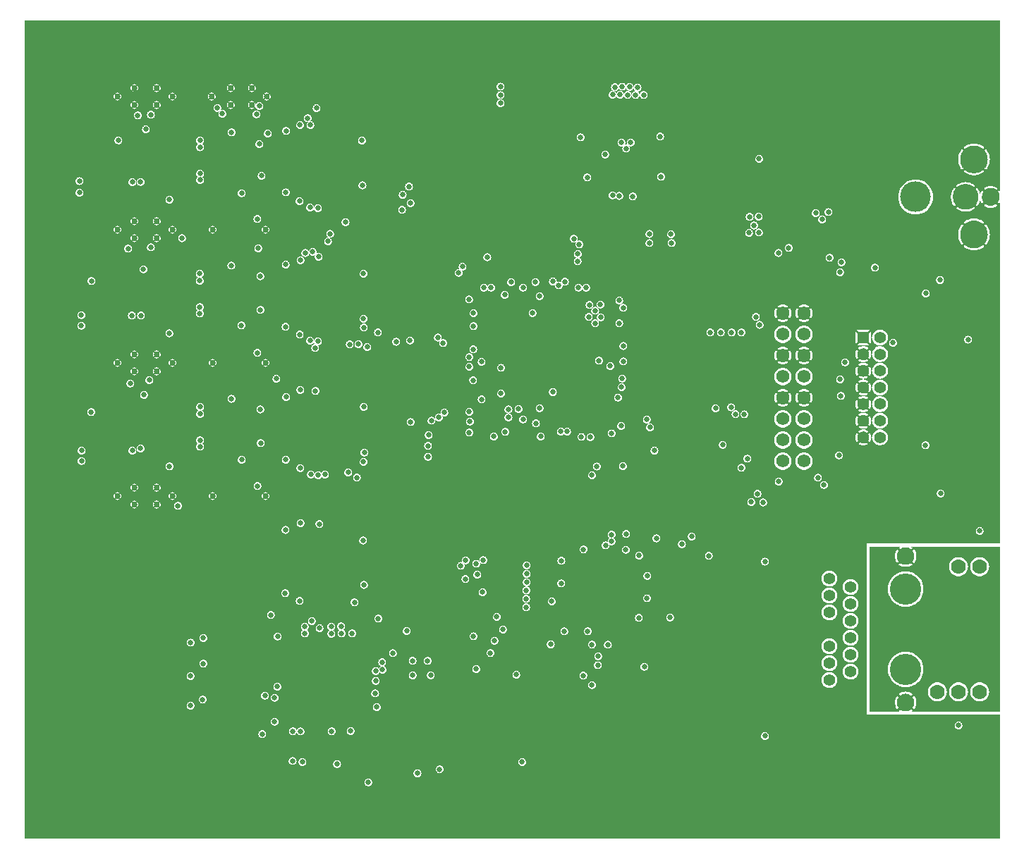
<source format=gbr>
G04 start of page 5 for group 3 idx 1 *
G04 Title: GNSS Firehose, GND *
G04 Creator: pcb 20140316 *
G04 CreationDate: Sat 04 Apr 2015 01:48:27 AM GMT UTC *
G04 For: pmonta *
G04 Format: Gerber/RS-274X *
G04 PCB-Dimensions (mil): 4640.00 3900.00 *
G04 PCB-Coordinate-Origin: lower left *
%MOIN*%
%FSLAX25Y25*%
%LNGROUP3*%
%ADD116C,0.1280*%
%ADD115C,0.0350*%
%ADD114C,0.0500*%
%ADD113C,0.1250*%
%ADD112C,0.1000*%
%ADD111C,0.1100*%
%ADD110C,0.0354*%
%ADD109C,0.0960*%
%ADD108C,0.0420*%
%ADD107C,0.0150*%
%ADD106C,0.0250*%
%ADD105C,0.1480*%
%ADD104C,0.0820*%
%ADD103C,0.0550*%
%ADD102C,0.0700*%
%ADD101C,0.1450*%
%ADD100C,0.1200*%
%ADD99C,0.0830*%
%ADD98C,0.1300*%
%ADD97C,0.0554*%
%ADD96C,0.1800*%
%ADD95C,0.0620*%
%ADD94C,0.0060*%
%ADD93C,0.0180*%
%ADD92C,0.0001*%
G54D92*G36*
X452993Y139500D02*X462500D01*
Y61500D01*
X452993D01*
Y66387D01*
X453000Y66386D01*
X453706Y66442D01*
X454395Y66607D01*
X455049Y66878D01*
X455653Y67248D01*
X456192Y67708D01*
X456652Y68247D01*
X457022Y68851D01*
X457293Y69505D01*
X457458Y70194D01*
X457500Y70900D01*
X457458Y71606D01*
X457293Y72295D01*
X457022Y72949D01*
X456652Y73553D01*
X456192Y74092D01*
X455653Y74552D01*
X455049Y74922D01*
X454395Y75193D01*
X453706Y75358D01*
X453000Y75414D01*
X452993Y75413D01*
Y125587D01*
X453000Y125586D01*
X453706Y125642D01*
X454395Y125807D01*
X455049Y126078D01*
X455653Y126448D01*
X456192Y126908D01*
X456652Y127447D01*
X457022Y128051D01*
X457293Y128705D01*
X457458Y129394D01*
X457500Y130100D01*
X457458Y130806D01*
X457293Y131495D01*
X457022Y132149D01*
X456652Y132753D01*
X456192Y133292D01*
X455653Y133752D01*
X455049Y134122D01*
X454395Y134393D01*
X453706Y134558D01*
X453000Y134614D01*
X452993Y134613D01*
Y139500D01*
G37*
G36*
X442993D02*X452993D01*
Y134613D01*
X452294Y134558D01*
X451605Y134393D01*
X450951Y134122D01*
X450347Y133752D01*
X449808Y133292D01*
X449348Y132753D01*
X448978Y132149D01*
X448707Y131495D01*
X448542Y130806D01*
X448486Y130100D01*
X448542Y129394D01*
X448707Y128705D01*
X448978Y128051D01*
X449348Y127447D01*
X449808Y126908D01*
X450347Y126448D01*
X450951Y126078D01*
X451605Y125807D01*
X452294Y125642D01*
X452993Y125587D01*
Y75413D01*
X452294Y75358D01*
X451605Y75193D01*
X450951Y74922D01*
X450347Y74552D01*
X449808Y74092D01*
X449348Y73553D01*
X448978Y72949D01*
X448707Y72295D01*
X448542Y71606D01*
X448486Y70900D01*
X448542Y70194D01*
X448707Y69505D01*
X448978Y68851D01*
X449348Y68247D01*
X449808Y67708D01*
X450347Y67248D01*
X450951Y66878D01*
X451605Y66607D01*
X452294Y66442D01*
X452993Y66387D01*
Y61500D01*
X442993D01*
Y66387D01*
X443000Y66386D01*
X443706Y66442D01*
X444395Y66607D01*
X445049Y66878D01*
X445653Y67248D01*
X446192Y67708D01*
X446652Y68247D01*
X447022Y68851D01*
X447293Y69505D01*
X447458Y70194D01*
X447500Y70900D01*
X447458Y71606D01*
X447293Y72295D01*
X447022Y72949D01*
X446652Y73553D01*
X446192Y74092D01*
X445653Y74552D01*
X445049Y74922D01*
X444395Y75193D01*
X443706Y75358D01*
X443000Y75414D01*
X442993Y75413D01*
Y125587D01*
X443000Y125586D01*
X443706Y125642D01*
X444395Y125807D01*
X445049Y126078D01*
X445653Y126448D01*
X446192Y126908D01*
X446652Y127447D01*
X447022Y128051D01*
X447293Y128705D01*
X447458Y129394D01*
X447500Y130100D01*
X447458Y130806D01*
X447293Y131495D01*
X447022Y132149D01*
X446652Y132753D01*
X446192Y133292D01*
X445653Y133752D01*
X445049Y134122D01*
X444395Y134393D01*
X443706Y134558D01*
X443000Y134614D01*
X442993Y134613D01*
Y139500D01*
G37*
G36*
X432993D02*X442993D01*
Y134613D01*
X442294Y134558D01*
X441605Y134393D01*
X440951Y134122D01*
X440347Y133752D01*
X439808Y133292D01*
X439348Y132753D01*
X438978Y132149D01*
X438707Y131495D01*
X438542Y130806D01*
X438486Y130100D01*
X438542Y129394D01*
X438707Y128705D01*
X438978Y128051D01*
X439348Y127447D01*
X439808Y126908D01*
X440347Y126448D01*
X440951Y126078D01*
X441605Y125807D01*
X442294Y125642D01*
X442993Y125587D01*
Y75413D01*
X442294Y75358D01*
X441605Y75193D01*
X440951Y74922D01*
X440347Y74552D01*
X439808Y74092D01*
X439348Y73553D01*
X438978Y72949D01*
X438707Y72295D01*
X438542Y71606D01*
X438486Y70900D01*
X438542Y70194D01*
X438707Y69505D01*
X438978Y68851D01*
X439348Y68247D01*
X439808Y67708D01*
X440347Y67248D01*
X440951Y66878D01*
X441605Y66607D01*
X442294Y66442D01*
X442993Y66387D01*
Y61500D01*
X432993D01*
Y66387D01*
X433000Y66386D01*
X433706Y66442D01*
X434395Y66607D01*
X435049Y66878D01*
X435653Y67248D01*
X436192Y67708D01*
X436652Y68247D01*
X437022Y68851D01*
X437293Y69505D01*
X437458Y70194D01*
X437500Y70900D01*
X437458Y71606D01*
X437293Y72295D01*
X437022Y72949D01*
X436652Y73553D01*
X436192Y74092D01*
X435653Y74552D01*
X435049Y74922D01*
X434395Y75193D01*
X433706Y75358D01*
X433000Y75414D01*
X432993Y75413D01*
Y139500D01*
G37*
G36*
X422167D02*X432993D01*
Y75413D01*
X432294Y75358D01*
X431605Y75193D01*
X430951Y74922D01*
X430347Y74552D01*
X429808Y74092D01*
X429348Y73553D01*
X428978Y72949D01*
X428707Y72295D01*
X428542Y71606D01*
X428486Y70900D01*
X428542Y70194D01*
X428707Y69505D01*
X428978Y68851D01*
X429348Y68247D01*
X429808Y67708D01*
X430347Y67248D01*
X430951Y66878D01*
X431605Y66607D01*
X432294Y66442D01*
X432993Y66387D01*
Y61500D01*
X422167D01*
Y62939D01*
X422558Y63578D01*
X422865Y64319D01*
X423053Y65100D01*
X423100Y65900D01*
X423053Y66700D01*
X422865Y67481D01*
X422558Y68222D01*
X422167Y68861D01*
Y74202D01*
X422953Y74683D01*
X423958Y75542D01*
X424817Y76547D01*
X425508Y77675D01*
X426014Y78896D01*
X426322Y80182D01*
X426400Y81500D01*
X426322Y82818D01*
X426014Y84104D01*
X425508Y85325D01*
X424817Y86453D01*
X423958Y87458D01*
X422953Y88317D01*
X422167Y88798D01*
Y112202D01*
X422953Y112683D01*
X423958Y113542D01*
X424817Y114547D01*
X425508Y115675D01*
X426014Y116896D01*
X426322Y118182D01*
X426400Y119500D01*
X426322Y120818D01*
X426014Y122104D01*
X425508Y123325D01*
X424817Y124453D01*
X423958Y125458D01*
X422953Y126317D01*
X422167Y126798D01*
Y132139D01*
X422558Y132778D01*
X422865Y133519D01*
X423053Y134300D01*
X423100Y135100D01*
X423053Y135900D01*
X422865Y136681D01*
X422558Y137422D01*
X422167Y138061D01*
Y139500D01*
G37*
G36*
Y88798D02*X421825Y89008D01*
X420604Y89514D01*
X419318Y89822D01*
X418000Y89926D01*
X416682Y89822D01*
X415396Y89514D01*
X414175Y89008D01*
X413825Y88793D01*
Y112207D01*
X414175Y111992D01*
X415396Y111486D01*
X416682Y111178D01*
X418000Y111074D01*
X419318Y111178D01*
X420604Y111486D01*
X421825Y111992D01*
X422167Y112202D01*
Y88798D01*
G37*
G36*
Y61500D02*X420581D01*
X421007Y61761D01*
X421236Y61957D01*
X420527Y62666D01*
X420417Y62573D01*
X419867Y62236D01*
X419271Y61989D01*
X418643Y61838D01*
X418000Y61787D01*
Y70013D01*
X418643Y69962D01*
X419271Y69811D01*
X419867Y69564D01*
X420417Y69227D01*
X420527Y69134D01*
X421236Y69843D01*
X421007Y70039D01*
X420322Y70458D01*
X419581Y70765D01*
X418800Y70953D01*
X418000Y71016D01*
Y73074D01*
X419318Y73178D01*
X420604Y73486D01*
X421825Y73992D01*
X422167Y74202D01*
Y68861D01*
X422139Y68907D01*
X421943Y69136D01*
X421234Y68427D01*
X421327Y68317D01*
X421664Y67767D01*
X421911Y67171D01*
X422062Y66543D01*
X422100Y65900D01*
X422062Y65257D01*
X421911Y64629D01*
X421664Y64033D01*
X421327Y63483D01*
X421234Y63373D01*
X421943Y62664D01*
X422139Y62893D01*
X422167Y62939D01*
Y61500D01*
G37*
G36*
X418000Y61787D02*X417357Y61838D01*
X416729Y61989D01*
X416133Y62236D01*
X415583Y62573D01*
X415473Y62666D01*
X414764Y61957D01*
X414993Y61761D01*
X415419Y61500D01*
X413825D01*
Y62952D01*
X413861Y62893D01*
X414057Y62664D01*
X414766Y63373D01*
X414673Y63483D01*
X414336Y64033D01*
X414089Y64629D01*
X413938Y65257D01*
X413887Y65900D01*
X413938Y66543D01*
X414089Y67171D01*
X414336Y67767D01*
X414673Y68317D01*
X414766Y68427D01*
X414057Y69136D01*
X413861Y68907D01*
X413825Y68848D01*
Y74207D01*
X414175Y73992D01*
X415396Y73486D01*
X416682Y73178D01*
X418000Y73074D01*
Y71016D01*
X417200Y70953D01*
X416419Y70765D01*
X415678Y70458D01*
X414993Y70039D01*
X414764Y69843D01*
X415473Y69134D01*
X415583Y69227D01*
X416133Y69564D01*
X416729Y69811D01*
X417357Y69962D01*
X418000Y70013D01*
Y61787D01*
G37*
G36*
Y139213D02*X418643Y139162D01*
X419271Y139011D01*
X419867Y138764D01*
X420417Y138427D01*
X420527Y138334D01*
X421236Y139043D01*
X421007Y139239D01*
X420581Y139500D01*
X422167D01*
Y138061D01*
X422139Y138107D01*
X421943Y138336D01*
X421234Y137627D01*
X421327Y137517D01*
X421664Y136967D01*
X421911Y136371D01*
X422062Y135743D01*
X422100Y135100D01*
X422062Y134457D01*
X421911Y133829D01*
X421664Y133233D01*
X421327Y132683D01*
X421234Y132573D01*
X421943Y131864D01*
X422139Y132093D01*
X422167Y132139D01*
Y126798D01*
X421825Y127008D01*
X420604Y127514D01*
X419318Y127822D01*
X418000Y127926D01*
Y129984D01*
X418800Y130047D01*
X419581Y130235D01*
X420322Y130542D01*
X421007Y130961D01*
X421236Y131157D01*
X420527Y131866D01*
X420417Y131773D01*
X419867Y131436D01*
X419271Y131189D01*
X418643Y131038D01*
X418000Y130987D01*
Y139213D01*
G37*
G36*
X413825Y139500D02*X415419D01*
X414993Y139239D01*
X414764Y139043D01*
X415473Y138334D01*
X415583Y138427D01*
X416133Y138764D01*
X416729Y139011D01*
X417357Y139162D01*
X418000Y139213D01*
Y130987D01*
X417357Y131038D01*
X416729Y131189D01*
X416133Y131436D01*
X415583Y131773D01*
X415473Y131866D01*
X414764Y131157D01*
X414993Y130961D01*
X415678Y130542D01*
X416419Y130235D01*
X417200Y130047D01*
X418000Y129984D01*
Y127926D01*
X416682Y127822D01*
X415396Y127514D01*
X414175Y127008D01*
X413825Y126793D01*
Y132152D01*
X413861Y132093D01*
X414057Y131864D01*
X414766Y132573D01*
X414673Y132683D01*
X414336Y133233D01*
X414089Y133829D01*
X413938Y134457D01*
X413887Y135100D01*
X413938Y135743D01*
X414089Y136371D01*
X414336Y136967D01*
X414673Y137517D01*
X414766Y137627D01*
X414057Y138336D01*
X413861Y138107D01*
X413825Y138048D01*
Y139500D01*
G37*
G36*
X401000D02*X413825D01*
Y138048D01*
X413442Y137422D01*
X413135Y136681D01*
X412947Y135900D01*
X412884Y135100D01*
X412947Y134300D01*
X413135Y133519D01*
X413442Y132778D01*
X413825Y132152D01*
Y126793D01*
X413047Y126317D01*
X412042Y125458D01*
X411183Y124453D01*
X410492Y123325D01*
X409986Y122104D01*
X409678Y120818D01*
X409574Y119500D01*
X409678Y118182D01*
X409986Y116896D01*
X410492Y115675D01*
X411183Y114547D01*
X412042Y113542D01*
X413047Y112683D01*
X413825Y112207D01*
Y88793D01*
X413047Y88317D01*
X412042Y87458D01*
X411183Y86453D01*
X410492Y85325D01*
X409986Y84104D01*
X409678Y82818D01*
X409574Y81500D01*
X409678Y80182D01*
X409986Y78896D01*
X410492Y77675D01*
X411183Y76547D01*
X412042Y75542D01*
X413047Y74683D01*
X413825Y74207D01*
Y68848D01*
X413442Y68222D01*
X413135Y67481D01*
X412947Y66700D01*
X412884Y65900D01*
X412947Y65100D01*
X413135Y64319D01*
X413442Y63578D01*
X413825Y62952D01*
Y61500D01*
X401000D01*
Y139500D01*
G37*
G36*
X442997Y60000D02*X462500D01*
Y1500D01*
X442997D01*
Y53145D01*
X443000Y53144D01*
X443290Y53167D01*
X443573Y53235D01*
X443842Y53347D01*
X444091Y53499D01*
X444312Y53688D01*
X444501Y53909D01*
X444653Y54158D01*
X444765Y54427D01*
X444833Y54710D01*
X444850Y55000D01*
X444833Y55290D01*
X444765Y55573D01*
X444653Y55842D01*
X444501Y56091D01*
X444312Y56312D01*
X444091Y56501D01*
X443842Y56653D01*
X443573Y56765D01*
X443290Y56833D01*
X443000Y56856D01*
X442997Y56855D01*
Y60000D01*
G37*
G36*
X403497D02*X442997D01*
Y56855D01*
X442710Y56833D01*
X442427Y56765D01*
X442158Y56653D01*
X441909Y56501D01*
X441688Y56312D01*
X441499Y56091D01*
X441347Y55842D01*
X441235Y55573D01*
X441167Y55290D01*
X441144Y55000D01*
X441167Y54710D01*
X441235Y54427D01*
X441347Y54158D01*
X441499Y53909D01*
X441688Y53688D01*
X441909Y53499D01*
X442158Y53347D01*
X442427Y53235D01*
X442710Y53167D01*
X442997Y53145D01*
Y1500D01*
X403497D01*
Y60000D01*
G37*
G36*
X456617Y288851D02*X456706Y288470D01*
X456788Y287879D01*
X456815Y287283D01*
X456788Y286687D01*
X456706Y286096D01*
X456617Y285715D01*
Y288851D01*
G37*
G36*
Y324285D02*X456706Y323904D01*
X456788Y323313D01*
X456815Y322717D01*
X456788Y322121D01*
X456706Y321530D01*
X456617Y321149D01*
Y324285D01*
G37*
G36*
Y388500D02*X462500D01*
Y307821D01*
X462481Y307847D01*
X462423Y307902D01*
X462358Y307947D01*
X462287Y307982D01*
X462211Y308005D01*
X462132Y308015D01*
X462053Y308014D01*
X461975Y308000D01*
X461900Y307974D01*
X461830Y307936D01*
X461767Y307888D01*
X461712Y307831D01*
X461667Y307766D01*
X461632Y307694D01*
X461609Y307619D01*
X461598Y307540D01*
X461600Y307461D01*
X461614Y307383D01*
X461640Y307308D01*
X461679Y307239D01*
X461865Y306926D01*
X462020Y306596D01*
X462145Y306255D01*
X462240Y305903D01*
X462303Y305545D01*
X462335Y305182D01*
Y304818D01*
X462303Y304455D01*
X462240Y304097D01*
X462145Y303745D01*
X462020Y303404D01*
X461865Y303074D01*
X461682Y302759D01*
X461644Y302691D01*
X461618Y302616D01*
X461604Y302539D01*
X461602Y302460D01*
X461613Y302382D01*
X461636Y302307D01*
X461670Y302236D01*
X461715Y302172D01*
X461769Y302115D01*
X461832Y302067D01*
X461902Y302030D01*
X461976Y302004D01*
X462053Y301990D01*
X462132Y301989D01*
X462210Y301999D01*
X462285Y302022D01*
X462356Y302056D01*
X462421Y302101D01*
X462478Y302156D01*
X462500Y302187D01*
Y141000D01*
X456617D01*
Y283216D01*
X456713Y283354D01*
X457046Y283957D01*
X457322Y284588D01*
X457540Y285242D01*
X457697Y285912D01*
X457791Y286595D01*
X457823Y287283D01*
X457791Y287971D01*
X457697Y288654D01*
X457540Y289324D01*
X457322Y289978D01*
X457046Y290609D01*
X456713Y291212D01*
X456617Y291353D01*
Y300091D01*
X456631Y300086D01*
X457067Y299969D01*
X457512Y299890D01*
X457963Y299850D01*
X458415D01*
X458866Y299890D01*
X459311Y299969D01*
X459747Y300086D01*
X460172Y300242D01*
X460581Y300434D01*
X460972Y300661D01*
X461036Y300708D01*
X461091Y300766D01*
X461136Y300831D01*
X461171Y300902D01*
X461194Y300978D01*
X461204Y301057D01*
X461203Y301136D01*
X461189Y301214D01*
X461163Y301289D01*
X461125Y301359D01*
X461077Y301422D01*
X461020Y301477D01*
X460955Y301522D01*
X460883Y301557D01*
X460808Y301580D01*
X460729Y301591D01*
X460650Y301589D01*
X460572Y301575D01*
X460497Y301549D01*
X460428Y301510D01*
X460115Y301324D01*
X459785Y301169D01*
X459444Y301044D01*
X459092Y300949D01*
X458734Y300886D01*
X458371Y300854D01*
X458007D01*
X457644Y300886D01*
X457286Y300949D01*
X456934Y301044D01*
X456617Y301160D01*
Y308840D01*
X456934Y308956D01*
X457286Y309051D01*
X457644Y309114D01*
X458007Y309146D01*
X458371D01*
X458734Y309114D01*
X459092Y309051D01*
X459444Y308956D01*
X459785Y308831D01*
X460115Y308676D01*
X460430Y308493D01*
X460498Y308455D01*
X460573Y308429D01*
X460650Y308415D01*
X460729Y308413D01*
X460807Y308424D01*
X460882Y308447D01*
X460953Y308481D01*
X461017Y308526D01*
X461074Y308580D01*
X461122Y308643D01*
X461159Y308713D01*
X461185Y308787D01*
X461199Y308864D01*
X461200Y308943D01*
X461190Y309021D01*
X461167Y309096D01*
X461133Y309167D01*
X461088Y309232D01*
X461033Y309289D01*
X460970Y309335D01*
X460581Y309566D01*
X460172Y309758D01*
X459747Y309914D01*
X459311Y310031D01*
X458866Y310110D01*
X458415Y310150D01*
X457963D01*
X457512Y310110D01*
X457067Y310031D01*
X456631Y309914D01*
X456617Y309909D01*
Y318650D01*
X456713Y318788D01*
X457046Y319391D01*
X457322Y320022D01*
X457540Y320676D01*
X457697Y321346D01*
X457791Y322029D01*
X457823Y322717D01*
X457791Y323405D01*
X457697Y324088D01*
X457540Y324758D01*
X457322Y325412D01*
X457046Y326043D01*
X456713Y326646D01*
X456617Y326787D01*
Y388500D01*
G37*
G36*
X452997D02*X456617D01*
Y326787D01*
X456326Y327216D01*
X456273Y327276D01*
X456212Y327327D01*
X456143Y327368D01*
X456069Y327397D01*
X455991Y327415D01*
X455912Y327420D01*
X455832Y327413D01*
X455755Y327393D01*
X455682Y327361D01*
X455614Y327319D01*
X455554Y327266D01*
X455504Y327205D01*
X455463Y327136D01*
X455433Y327062D01*
X455416Y326984D01*
X455411Y326904D01*
X455418Y326825D01*
X455438Y326748D01*
X455469Y326674D01*
X455513Y326608D01*
X455854Y326119D01*
X456142Y325597D01*
X456382Y325050D01*
X456570Y324484D01*
X456617Y324285D01*
Y321149D01*
X456570Y320950D01*
X456382Y320384D01*
X456142Y319837D01*
X455854Y319315D01*
X455519Y318822D01*
X455475Y318756D01*
X455444Y318684D01*
X455425Y318608D01*
X455418Y318530D01*
X455423Y318451D01*
X455440Y318374D01*
X455469Y318301D01*
X455509Y318233D01*
X455559Y318173D01*
X455618Y318121D01*
X455685Y318079D01*
X455757Y318048D01*
X455834Y318028D01*
X455912Y318021D01*
X455990Y318026D01*
X456067Y318043D01*
X456140Y318072D01*
X456208Y318112D01*
X456269Y318163D01*
X456319Y318223D01*
X456617Y318650D01*
Y309909D01*
X456206Y309758D01*
X455797Y309566D01*
X455406Y309339D01*
X455342Y309292D01*
X455287Y309234D01*
X455242Y309169D01*
X455207Y309098D01*
X455184Y309022D01*
X455174Y308943D01*
X455175Y308864D01*
X455189Y308786D01*
X455215Y308711D01*
X455253Y308641D01*
X455301Y308578D01*
X455358Y308523D01*
X455423Y308478D01*
X455495Y308443D01*
X455570Y308420D01*
X455649Y308409D01*
X455728Y308411D01*
X455806Y308425D01*
X455881Y308451D01*
X455950Y308490D01*
X456263Y308676D01*
X456593Y308831D01*
X456617Y308840D01*
Y301160D01*
X456593Y301169D01*
X456263Y301324D01*
X455948Y301507D01*
X455880Y301545D01*
X455805Y301571D01*
X455728Y301585D01*
X455649Y301587D01*
X455571Y301576D01*
X455496Y301553D01*
X455425Y301519D01*
X455361Y301474D01*
X455304Y301420D01*
X455256Y301357D01*
X455219Y301287D01*
X455193Y301213D01*
X455179Y301136D01*
X455178Y301057D01*
X455188Y300979D01*
X455211Y300904D01*
X455245Y300833D01*
X455290Y300768D01*
X455345Y300711D01*
X455408Y300665D01*
X455797Y300434D01*
X456206Y300242D01*
X456617Y300091D01*
Y291353D01*
X456326Y291782D01*
X456273Y291842D01*
X456212Y291893D01*
X456143Y291934D01*
X456069Y291963D01*
X455991Y291981D01*
X455912Y291986D01*
X455832Y291979D01*
X455755Y291959D01*
X455682Y291927D01*
X455614Y291885D01*
X455554Y291832D01*
X455504Y291771D01*
X455463Y291702D01*
X455433Y291628D01*
X455416Y291550D01*
X455411Y291470D01*
X455418Y291391D01*
X455438Y291314D01*
X455469Y291240D01*
X455513Y291174D01*
X455854Y290685D01*
X456142Y290163D01*
X456382Y289616D01*
X456570Y289050D01*
X456617Y288851D01*
Y285715D01*
X456570Y285516D01*
X456382Y284950D01*
X456142Y284403D01*
X455854Y283881D01*
X455519Y283388D01*
X455475Y283322D01*
X455444Y283250D01*
X455425Y283174D01*
X455418Y283096D01*
X455423Y283017D01*
X455440Y282940D01*
X455469Y282867D01*
X455509Y282799D01*
X455559Y282739D01*
X455618Y282687D01*
X455685Y282645D01*
X455757Y282614D01*
X455834Y282594D01*
X455912Y282587D01*
X455990Y282592D01*
X456067Y282609D01*
X456140Y282638D01*
X456208Y282678D01*
X456269Y282729D01*
X456319Y282789D01*
X456617Y283216D01*
Y141000D01*
X452997D01*
Y145145D01*
X453000Y145144D01*
X453290Y145167D01*
X453573Y145235D01*
X453842Y145347D01*
X454091Y145499D01*
X454312Y145688D01*
X454501Y145909D01*
X454653Y146158D01*
X454765Y146427D01*
X454833Y146710D01*
X454850Y147000D01*
X454833Y147290D01*
X454765Y147573D01*
X454653Y147842D01*
X454501Y148091D01*
X454312Y148312D01*
X454091Y148501D01*
X453842Y148653D01*
X453573Y148765D01*
X453290Y148833D01*
X453000Y148856D01*
X452997Y148855D01*
Y280271D01*
X453010Y280276D01*
X453641Y280552D01*
X454244Y280885D01*
X454814Y281272D01*
X454874Y281325D01*
X454925Y281386D01*
X454966Y281455D01*
X454995Y281529D01*
X455013Y281607D01*
X455018Y281686D01*
X455011Y281766D01*
X454991Y281843D01*
X454959Y281916D01*
X454917Y281984D01*
X454864Y282044D01*
X454803Y282094D01*
X454734Y282135D01*
X454660Y282165D01*
X454582Y282182D01*
X454502Y282187D01*
X454423Y282180D01*
X454346Y282160D01*
X454272Y282129D01*
X454206Y282085D01*
X453717Y281744D01*
X453195Y281456D01*
X452997Y281369D01*
Y293197D01*
X453195Y293110D01*
X453717Y292822D01*
X454210Y292487D01*
X454276Y292443D01*
X454348Y292412D01*
X454424Y292393D01*
X454502Y292386D01*
X454581Y292391D01*
X454658Y292408D01*
X454731Y292437D01*
X454799Y292477D01*
X454859Y292527D01*
X454911Y292586D01*
X454953Y292653D01*
X454984Y292725D01*
X455004Y292802D01*
X455011Y292880D01*
X455006Y292958D01*
X454989Y293035D01*
X454960Y293108D01*
X454920Y293176D01*
X454869Y293237D01*
X454809Y293287D01*
X454244Y293681D01*
X453641Y294014D01*
X453010Y294290D01*
X452997Y294295D01*
Y302720D01*
X453130Y303126D01*
X453236Y303588D01*
X453275Y303442D01*
X453431Y303017D01*
X453623Y302608D01*
X453850Y302217D01*
X453897Y302153D01*
X453955Y302098D01*
X454020Y302053D01*
X454091Y302018D01*
X454167Y301995D01*
X454246Y301985D01*
X454325Y301986D01*
X454403Y302000D01*
X454478Y302026D01*
X454548Y302064D01*
X454611Y302112D01*
X454666Y302169D01*
X454711Y302234D01*
X454746Y302306D01*
X454769Y302381D01*
X454780Y302460D01*
X454778Y302539D01*
X454764Y302617D01*
X454738Y302692D01*
X454699Y302761D01*
X454513Y303074D01*
X454358Y303404D01*
X454233Y303745D01*
X454138Y304097D01*
X454075Y304455D01*
X454043Y304818D01*
Y305182D01*
X454075Y305545D01*
X454138Y305903D01*
X454233Y306255D01*
X454358Y306596D01*
X454513Y306926D01*
X454696Y307241D01*
X454734Y307309D01*
X454760Y307384D01*
X454774Y307461D01*
X454776Y307540D01*
X454765Y307618D01*
X454742Y307693D01*
X454708Y307764D01*
X454663Y307828D01*
X454609Y307885D01*
X454546Y307933D01*
X454476Y307970D01*
X454402Y307996D01*
X454325Y308010D01*
X454246Y308011D01*
X454168Y308001D01*
X454093Y307978D01*
X454022Y307944D01*
X453957Y307899D01*
X453900Y307844D01*
X453854Y307781D01*
X453623Y307392D01*
X453431Y306983D01*
X453275Y306558D01*
X453236Y306412D01*
X453130Y306874D01*
X452997Y307280D01*
Y315705D01*
X453010Y315710D01*
X453641Y315986D01*
X454244Y316319D01*
X454814Y316706D01*
X454874Y316759D01*
X454925Y316820D01*
X454966Y316889D01*
X454995Y316963D01*
X455013Y317041D01*
X455018Y317120D01*
X455011Y317200D01*
X454991Y317277D01*
X454959Y317350D01*
X454917Y317418D01*
X454864Y317478D01*
X454803Y317528D01*
X454734Y317569D01*
X454660Y317599D01*
X454582Y317616D01*
X454502Y317621D01*
X454423Y317614D01*
X454346Y317594D01*
X454272Y317563D01*
X454206Y317519D01*
X453717Y317178D01*
X453195Y316890D01*
X452997Y316803D01*
Y328631D01*
X453195Y328544D01*
X453717Y328256D01*
X454210Y327921D01*
X454276Y327877D01*
X454348Y327846D01*
X454424Y327827D01*
X454502Y327820D01*
X454581Y327825D01*
X454658Y327842D01*
X454731Y327871D01*
X454799Y327911D01*
X454859Y327961D01*
X454911Y328020D01*
X454953Y328087D01*
X454984Y328159D01*
X455004Y328236D01*
X455011Y328314D01*
X455006Y328392D01*
X454989Y328469D01*
X454960Y328542D01*
X454920Y328610D01*
X454869Y328671D01*
X454809Y328721D01*
X454244Y329115D01*
X453641Y329448D01*
X453010Y329724D01*
X452997Y329729D01*
Y388500D01*
G37*
G36*
Y316803D02*X452648Y316650D01*
X452082Y316462D01*
X451502Y316326D01*
X450911Y316244D01*
X450315Y316217D01*
X449719Y316244D01*
X449128Y316326D01*
X448548Y316462D01*
X447982Y316650D01*
X447497Y316863D01*
Y328571D01*
X447982Y328784D01*
X448548Y328972D01*
X449128Y329108D01*
X449719Y329190D01*
X450315Y329217D01*
X450911Y329190D01*
X451502Y329108D01*
X452082Y328972D01*
X452648Y328784D01*
X452997Y328631D01*
Y316803D01*
G37*
G36*
Y294295D02*X452356Y294508D01*
X451686Y294665D01*
X451003Y294759D01*
X450315Y294791D01*
X449627Y294759D01*
X448944Y294665D01*
X448274Y294508D01*
X447620Y294290D01*
X447497Y294237D01*
Y298088D01*
X447636Y298107D01*
X448252Y298248D01*
X448852Y298444D01*
X449433Y298694D01*
X449989Y298995D01*
X450515Y299344D01*
X450576Y299396D01*
X450627Y299457D01*
X450669Y299525D01*
X450699Y299598D01*
X450717Y299676D01*
X450723Y299755D01*
X450717Y299835D01*
X450698Y299912D01*
X450667Y299986D01*
X450625Y300053D01*
X450573Y300114D01*
X450513Y300165D01*
X450445Y300207D01*
X450371Y300237D01*
X450293Y300255D01*
X450214Y300261D01*
X450135Y300255D01*
X450057Y300236D01*
X449984Y300205D01*
X449917Y300162D01*
X449470Y299858D01*
X448994Y299600D01*
X448497Y299386D01*
X447982Y299218D01*
X447497Y299107D01*
Y310893D01*
X447982Y310782D01*
X448497Y310614D01*
X448994Y310400D01*
X449470Y310142D01*
X449920Y309843D01*
X449986Y309800D01*
X450059Y309770D01*
X450136Y309751D01*
X450214Y309745D01*
X450292Y309751D01*
X450369Y309769D01*
X450442Y309799D01*
X450509Y309840D01*
X450569Y309890D01*
X450620Y309950D01*
X450662Y310017D01*
X450692Y310090D01*
X450711Y310166D01*
X450717Y310245D01*
X450711Y310323D01*
X450693Y310400D01*
X450663Y310472D01*
X450622Y310540D01*
X450571Y310600D01*
X450511Y310650D01*
X449989Y311005D01*
X449433Y311306D01*
X448852Y311556D01*
X448252Y311752D01*
X447636Y311893D01*
X447497Y311912D01*
Y315763D01*
X447620Y315710D01*
X448274Y315492D01*
X448944Y315335D01*
X449627Y315241D01*
X450315Y315209D01*
X451003Y315241D01*
X451686Y315335D01*
X452356Y315492D01*
X452997Y315705D01*
Y307280D01*
X452934Y307474D01*
X452684Y308055D01*
X452383Y308611D01*
X452034Y309137D01*
X451982Y309198D01*
X451921Y309249D01*
X451853Y309291D01*
X451780Y309321D01*
X451702Y309339D01*
X451623Y309345D01*
X451543Y309339D01*
X451466Y309320D01*
X451392Y309289D01*
X451325Y309247D01*
X451264Y309195D01*
X451213Y309135D01*
X451171Y309067D01*
X451141Y308993D01*
X451123Y308915D01*
X451117Y308836D01*
X451123Y308757D01*
X451142Y308679D01*
X451173Y308606D01*
X451216Y308539D01*
X451520Y308092D01*
X451778Y307616D01*
X451992Y307119D01*
X452160Y306604D01*
X452281Y306077D01*
X452354Y305541D01*
X452378Y305000D01*
X452354Y304459D01*
X452281Y303923D01*
X452160Y303396D01*
X451992Y302881D01*
X451778Y302384D01*
X451520Y301908D01*
X451221Y301458D01*
X451178Y301392D01*
X451148Y301319D01*
X451129Y301242D01*
X451123Y301164D01*
X451129Y301086D01*
X451147Y301009D01*
X451177Y300936D01*
X451218Y300869D01*
X451268Y300809D01*
X451328Y300758D01*
X451395Y300716D01*
X451468Y300686D01*
X451544Y300667D01*
X451623Y300661D01*
X451701Y300667D01*
X451778Y300685D01*
X451850Y300715D01*
X451918Y300756D01*
X451978Y300807D01*
X452028Y300867D01*
X452383Y301389D01*
X452684Y301945D01*
X452934Y302526D01*
X452997Y302720D01*
Y294295D01*
G37*
G36*
Y281369D02*X452648Y281216D01*
X452082Y281028D01*
X451502Y280892D01*
X450911Y280810D01*
X450315Y280783D01*
X449719Y280810D01*
X449128Y280892D01*
X448548Y281028D01*
X447982Y281216D01*
X447497Y281429D01*
Y293137D01*
X447982Y293350D01*
X448548Y293538D01*
X449128Y293674D01*
X449719Y293756D01*
X450315Y293783D01*
X450911Y293756D01*
X451502Y293674D01*
X452082Y293538D01*
X452648Y293350D01*
X452997Y293197D01*
Y281369D01*
G37*
G36*
Y141000D02*X447497D01*
Y235645D01*
X447500Y235644D01*
X447790Y235667D01*
X448073Y235735D01*
X448342Y235847D01*
X448591Y235999D01*
X448812Y236188D01*
X449001Y236409D01*
X449153Y236658D01*
X449265Y236927D01*
X449333Y237210D01*
X449350Y237500D01*
X449333Y237790D01*
X449265Y238073D01*
X449153Y238342D01*
X449001Y238591D01*
X448812Y238812D01*
X448591Y239001D01*
X448342Y239153D01*
X448073Y239265D01*
X447790Y239333D01*
X447500Y239356D01*
X447497Y239355D01*
Y280329D01*
X447620Y280276D01*
X448274Y280058D01*
X448944Y279901D01*
X449627Y279807D01*
X450315Y279775D01*
X451003Y279807D01*
X451686Y279901D01*
X452356Y280058D01*
X452997Y280271D01*
Y148855D01*
X452710Y148833D01*
X452427Y148765D01*
X452158Y148653D01*
X451909Y148501D01*
X451688Y148312D01*
X451499Y148091D01*
X451347Y147842D01*
X451235Y147573D01*
X451167Y147290D01*
X451144Y147000D01*
X451167Y146710D01*
X451235Y146427D01*
X451347Y146158D01*
X451499Y145909D01*
X451688Y145688D01*
X451909Y145499D01*
X452158Y145347D01*
X452427Y145235D01*
X452710Y145167D01*
X452997Y145145D01*
Y141000D01*
G37*
G36*
X447497Y388500D02*X452997D01*
Y329729D01*
X452356Y329942D01*
X451686Y330099D01*
X451003Y330193D01*
X450315Y330225D01*
X449627Y330193D01*
X448944Y330099D01*
X448274Y329942D01*
X447620Y329724D01*
X447497Y329671D01*
Y388500D01*
G37*
G36*
X444013Y298408D02*X444504Y298248D01*
X445120Y298107D01*
X445747Y298021D01*
X446378Y297993D01*
X447009Y298021D01*
X447497Y298088D01*
Y294237D01*
X446989Y294014D01*
X446386Y293681D01*
X445816Y293294D01*
X445756Y293241D01*
X445705Y293180D01*
X445664Y293111D01*
X445635Y293037D01*
X445617Y292959D01*
X445612Y292880D01*
X445619Y292800D01*
X445639Y292723D01*
X445671Y292650D01*
X445713Y292582D01*
X445766Y292522D01*
X445827Y292472D01*
X445896Y292431D01*
X445970Y292401D01*
X446048Y292384D01*
X446128Y292379D01*
X446207Y292386D01*
X446284Y292406D01*
X446358Y292437D01*
X446424Y292481D01*
X446913Y292822D01*
X447435Y293110D01*
X447497Y293137D01*
Y281429D01*
X447435Y281456D01*
X446913Y281744D01*
X446420Y282079D01*
X446354Y282123D01*
X446282Y282154D01*
X446206Y282173D01*
X446128Y282180D01*
X446049Y282175D01*
X445972Y282158D01*
X445899Y282129D01*
X445831Y282089D01*
X445771Y282039D01*
X445719Y281980D01*
X445677Y281913D01*
X445646Y281841D01*
X445626Y281764D01*
X445619Y281686D01*
X445624Y281608D01*
X445641Y281531D01*
X445670Y281458D01*
X445710Y281390D01*
X445761Y281329D01*
X445821Y281279D01*
X446386Y280885D01*
X446989Y280552D01*
X447497Y280329D01*
Y239355D01*
X447210Y239333D01*
X446927Y239265D01*
X446658Y239153D01*
X446409Y239001D01*
X446188Y238812D01*
X445999Y238591D01*
X445847Y238342D01*
X445735Y238073D01*
X445667Y237790D01*
X445644Y237500D01*
X445667Y237210D01*
X445735Y236927D01*
X445847Y236658D01*
X445999Y236409D01*
X446188Y236188D01*
X446409Y235999D01*
X446658Y235847D01*
X446927Y235735D01*
X447210Y235667D01*
X447497Y235645D01*
Y141000D01*
X444013D01*
Y283213D01*
X444304Y282784D01*
X444357Y282724D01*
X444418Y282673D01*
X444487Y282632D01*
X444561Y282603D01*
X444639Y282585D01*
X444718Y282580D01*
X444798Y282587D01*
X444875Y282607D01*
X444948Y282639D01*
X445016Y282681D01*
X445076Y282734D01*
X445126Y282795D01*
X445167Y282864D01*
X445197Y282938D01*
X445214Y283016D01*
X445219Y283096D01*
X445212Y283175D01*
X445192Y283252D01*
X445161Y283326D01*
X445117Y283392D01*
X444776Y283881D01*
X444488Y284403D01*
X444248Y284950D01*
X444060Y285516D01*
X444013Y285715D01*
Y288851D01*
X444060Y289050D01*
X444248Y289616D01*
X444488Y290163D01*
X444776Y290685D01*
X445111Y291178D01*
X445155Y291244D01*
X445186Y291316D01*
X445205Y291392D01*
X445212Y291470D01*
X445207Y291549D01*
X445190Y291626D01*
X445161Y291699D01*
X445121Y291767D01*
X445071Y291827D01*
X445012Y291879D01*
X444945Y291921D01*
X444873Y291952D01*
X444796Y291972D01*
X444718Y291979D01*
X444640Y291974D01*
X444563Y291957D01*
X444490Y291928D01*
X444422Y291888D01*
X444361Y291837D01*
X444311Y291777D01*
X444013Y291350D01*
Y298408D01*
G37*
G36*
Y310508D02*X444259Y310614D01*
X444774Y310782D01*
X445301Y310903D01*
X445837Y310976D01*
X446378Y311000D01*
X446919Y310976D01*
X447455Y310903D01*
X447497Y310893D01*
Y299107D01*
X447455Y299097D01*
X446919Y299024D01*
X446378Y299000D01*
X445837Y299024D01*
X445301Y299097D01*
X444774Y299218D01*
X444259Y299386D01*
X444013Y299492D01*
Y310508D01*
G37*
G36*
Y388500D02*X447497D01*
Y329671D01*
X446989Y329448D01*
X446386Y329115D01*
X445816Y328728D01*
X445756Y328675D01*
X445705Y328614D01*
X445664Y328545D01*
X445635Y328471D01*
X445617Y328393D01*
X445612Y328314D01*
X445619Y328234D01*
X445639Y328157D01*
X445671Y328084D01*
X445713Y328016D01*
X445766Y327956D01*
X445827Y327906D01*
X445896Y327865D01*
X445970Y327835D01*
X446048Y327818D01*
X446128Y327813D01*
X446207Y327820D01*
X446284Y327840D01*
X446358Y327871D01*
X446424Y327915D01*
X446913Y328256D01*
X447435Y328544D01*
X447497Y328571D01*
Y316863D01*
X447435Y316890D01*
X446913Y317178D01*
X446420Y317513D01*
X446354Y317557D01*
X446282Y317588D01*
X446206Y317607D01*
X446128Y317614D01*
X446049Y317609D01*
X445972Y317592D01*
X445899Y317563D01*
X445831Y317523D01*
X445771Y317473D01*
X445719Y317414D01*
X445677Y317347D01*
X445646Y317275D01*
X445626Y317198D01*
X445619Y317120D01*
X445624Y317042D01*
X445641Y316965D01*
X445670Y316892D01*
X445710Y316824D01*
X445761Y316763D01*
X445821Y316713D01*
X446386Y316319D01*
X446989Y315986D01*
X447497Y315763D01*
Y311912D01*
X447009Y311979D01*
X446378Y312007D01*
X445747Y311979D01*
X445120Y311893D01*
X444504Y311752D01*
X444013Y311592D01*
Y318647D01*
X444304Y318218D01*
X444357Y318158D01*
X444418Y318107D01*
X444487Y318066D01*
X444561Y318037D01*
X444639Y318019D01*
X444718Y318014D01*
X444798Y318021D01*
X444875Y318041D01*
X444948Y318073D01*
X445016Y318115D01*
X445076Y318168D01*
X445126Y318229D01*
X445167Y318298D01*
X445197Y318372D01*
X445214Y318450D01*
X445219Y318530D01*
X445212Y318609D01*
X445192Y318686D01*
X445161Y318760D01*
X445117Y318826D01*
X444776Y319315D01*
X444488Y319837D01*
X444248Y320384D01*
X444060Y320950D01*
X444013Y321149D01*
Y324285D01*
X444060Y324484D01*
X444248Y325050D01*
X444488Y325597D01*
X444776Y326119D01*
X445111Y326612D01*
X445155Y326678D01*
X445186Y326750D01*
X445205Y326826D01*
X445212Y326904D01*
X445207Y326983D01*
X445190Y327060D01*
X445161Y327133D01*
X445121Y327201D01*
X445071Y327261D01*
X445012Y327313D01*
X444945Y327355D01*
X444873Y327386D01*
X444796Y327406D01*
X444718Y327413D01*
X444640Y327408D01*
X444563Y327391D01*
X444490Y327362D01*
X444422Y327322D01*
X444361Y327271D01*
X444311Y327211D01*
X444013Y326784D01*
Y388500D01*
G37*
G36*
Y285715D02*X443924Y286096D01*
X443842Y286687D01*
X443815Y287283D01*
X443842Y287879D01*
X443924Y288470D01*
X444013Y288851D01*
Y285715D01*
G37*
G36*
Y321149D02*X443924Y321530D01*
X443842Y322121D01*
X443815Y322717D01*
X443842Y323313D01*
X443924Y323904D01*
X444013Y324285D01*
Y321149D01*
G37*
G36*
X440505Y388500D02*X444013D01*
Y326784D01*
X443917Y326646D01*
X443584Y326043D01*
X443308Y325412D01*
X443090Y324758D01*
X442933Y324088D01*
X442839Y323405D01*
X442807Y322717D01*
X442839Y322029D01*
X442933Y321346D01*
X443090Y320676D01*
X443308Y320022D01*
X443584Y319391D01*
X443917Y318788D01*
X444013Y318647D01*
Y311592D01*
X443904Y311556D01*
X443323Y311306D01*
X442767Y311005D01*
X442241Y310656D01*
X442180Y310604D01*
X442129Y310543D01*
X442087Y310475D01*
X442057Y310402D01*
X442039Y310324D01*
X442033Y310245D01*
X442039Y310165D01*
X442058Y310088D01*
X442089Y310014D01*
X442131Y309947D01*
X442183Y309886D01*
X442243Y309835D01*
X442311Y309793D01*
X442385Y309763D01*
X442463Y309745D01*
X442542Y309739D01*
X442621Y309745D01*
X442699Y309764D01*
X442772Y309795D01*
X442839Y309838D01*
X443286Y310142D01*
X443762Y310400D01*
X444013Y310508D01*
Y299492D01*
X443762Y299600D01*
X443286Y299858D01*
X442836Y300157D01*
X442770Y300200D01*
X442697Y300230D01*
X442620Y300249D01*
X442542Y300255D01*
X442464Y300249D01*
X442387Y300231D01*
X442314Y300201D01*
X442247Y300160D01*
X442187Y300110D01*
X442136Y300050D01*
X442094Y299983D01*
X442064Y299910D01*
X442045Y299834D01*
X442039Y299755D01*
X442045Y299677D01*
X442063Y299600D01*
X442093Y299528D01*
X442134Y299460D01*
X442185Y299400D01*
X442245Y299350D01*
X442767Y298995D01*
X443323Y298694D01*
X443904Y298444D01*
X444013Y298408D01*
Y291350D01*
X443917Y291212D01*
X443584Y290609D01*
X443308Y289978D01*
X443090Y289324D01*
X442933Y288654D01*
X442839Y287971D01*
X442807Y287283D01*
X442839Y286595D01*
X442933Y285912D01*
X443090Y285242D01*
X443308Y284588D01*
X443584Y283957D01*
X443917Y283354D01*
X444013Y283213D01*
Y141000D01*
X440505D01*
Y301190D01*
X440722Y300863D01*
X440774Y300802D01*
X440835Y300751D01*
X440903Y300709D01*
X440976Y300679D01*
X441054Y300661D01*
X441133Y300655D01*
X441213Y300661D01*
X441290Y300680D01*
X441364Y300711D01*
X441431Y300753D01*
X441492Y300805D01*
X441543Y300865D01*
X441585Y300933D01*
X441615Y301007D01*
X441633Y301085D01*
X441639Y301164D01*
X441633Y301243D01*
X441614Y301321D01*
X441583Y301394D01*
X441540Y301461D01*
X441236Y301908D01*
X440978Y302384D01*
X440764Y302881D01*
X440596Y303396D01*
X440505Y303794D01*
Y306206D01*
X440596Y306604D01*
X440764Y307119D01*
X440978Y307616D01*
X441236Y308092D01*
X441535Y308542D01*
X441578Y308608D01*
X441608Y308681D01*
X441627Y308758D01*
X441633Y308836D01*
X441627Y308914D01*
X441609Y308991D01*
X441579Y309064D01*
X441538Y309131D01*
X441488Y309191D01*
X441428Y309242D01*
X441361Y309284D01*
X441288Y309314D01*
X441212Y309333D01*
X441133Y309339D01*
X441055Y309333D01*
X440978Y309315D01*
X440906Y309285D01*
X440838Y309244D01*
X440778Y309193D01*
X440728Y309133D01*
X440505Y308805D01*
Y388500D01*
G37*
G36*
Y303794D02*X440475Y303923D01*
X440402Y304459D01*
X440378Y305000D01*
X440402Y305541D01*
X440475Y306077D01*
X440505Y306206D01*
Y303794D01*
G37*
G36*
X434297Y388500D02*X440505D01*
Y308805D01*
X440373Y308611D01*
X440072Y308055D01*
X439822Y307474D01*
X439626Y306874D01*
X439485Y306258D01*
X439399Y305631D01*
X439371Y305000D01*
X439399Y304369D01*
X439485Y303742D01*
X439626Y303126D01*
X439822Y302526D01*
X440072Y301945D01*
X440373Y301389D01*
X440505Y301190D01*
Y141000D01*
X434297D01*
Y162970D01*
X434310Y162967D01*
X434600Y162944D01*
X434890Y162967D01*
X435173Y163035D01*
X435442Y163147D01*
X435691Y163299D01*
X435912Y163488D01*
X436101Y163709D01*
X436253Y163958D01*
X436365Y164227D01*
X436433Y164510D01*
X436450Y164800D01*
X436433Y165090D01*
X436365Y165373D01*
X436253Y165642D01*
X436101Y165891D01*
X435912Y166112D01*
X435691Y166301D01*
X435442Y166453D01*
X435173Y166565D01*
X434890Y166633D01*
X434600Y166656D01*
X434310Y166633D01*
X434297Y166630D01*
Y263845D01*
X434300Y263844D01*
X434590Y263867D01*
X434873Y263935D01*
X435142Y264047D01*
X435391Y264199D01*
X435612Y264388D01*
X435801Y264609D01*
X435953Y264858D01*
X436065Y265127D01*
X436133Y265410D01*
X436150Y265700D01*
X436133Y265990D01*
X436065Y266273D01*
X435953Y266542D01*
X435801Y266791D01*
X435612Y267012D01*
X435391Y267201D01*
X435142Y267353D01*
X434873Y267465D01*
X434590Y267533D01*
X434300Y267556D01*
X434297Y267555D01*
Y388500D01*
G37*
G36*
X427497D02*X434297D01*
Y267555D01*
X434010Y267533D01*
X433727Y267465D01*
X433458Y267353D01*
X433209Y267201D01*
X432988Y267012D01*
X432799Y266791D01*
X432647Y266542D01*
X432535Y266273D01*
X432467Y265990D01*
X432444Y265700D01*
X432467Y265410D01*
X432535Y265127D01*
X432647Y264858D01*
X432799Y264609D01*
X432988Y264388D01*
X433209Y264199D01*
X433458Y264047D01*
X433727Y263935D01*
X434010Y263867D01*
X434297Y263845D01*
Y166630D01*
X434027Y166565D01*
X433758Y166453D01*
X433509Y166301D01*
X433288Y166112D01*
X433099Y165891D01*
X432947Y165642D01*
X432835Y165373D01*
X432767Y165090D01*
X432744Y164800D01*
X432767Y164510D01*
X432835Y164227D01*
X432947Y163958D01*
X433099Y163709D01*
X433288Y163488D01*
X433509Y163299D01*
X433758Y163147D01*
X434027Y163035D01*
X434297Y162970D01*
Y141000D01*
X427497D01*
Y185752D01*
X427690Y185767D01*
X427973Y185835D01*
X428242Y185947D01*
X428491Y186099D01*
X428712Y186288D01*
X428901Y186509D01*
X429053Y186758D01*
X429165Y187027D01*
X429233Y187310D01*
X429250Y187600D01*
X429233Y187890D01*
X429165Y188173D01*
X429053Y188442D01*
X428901Y188691D01*
X428712Y188912D01*
X428491Y189101D01*
X428242Y189253D01*
X427973Y189365D01*
X427690Y189433D01*
X427497Y189448D01*
Y257545D01*
X427500Y257544D01*
X427790Y257567D01*
X428073Y257635D01*
X428342Y257747D01*
X428591Y257899D01*
X428812Y258088D01*
X429001Y258309D01*
X429153Y258558D01*
X429265Y258827D01*
X429333Y259110D01*
X429350Y259400D01*
X429333Y259690D01*
X429265Y259973D01*
X429153Y260242D01*
X429001Y260491D01*
X428812Y260712D01*
X428591Y260901D01*
X428342Y261053D01*
X428073Y261165D01*
X427790Y261233D01*
X427500Y261256D01*
X427497Y261255D01*
Y298230D01*
X427620Y298305D01*
X428608Y299148D01*
X429451Y300136D01*
X430129Y301243D01*
X430626Y302443D01*
X430929Y303705D01*
X431006Y305000D01*
X430929Y306295D01*
X430626Y307557D01*
X430129Y308757D01*
X429451Y309864D01*
X428608Y310852D01*
X427620Y311695D01*
X427497Y311770D01*
Y388500D01*
G37*
G36*
X412097D02*X427497D01*
Y311770D01*
X426513Y312373D01*
X425313Y312870D01*
X424050Y313174D01*
X422756Y313275D01*
X421461Y313174D01*
X420199Y312870D01*
X418999Y312373D01*
X417892Y311695D01*
X416904Y310852D01*
X416061Y309864D01*
X415382Y308757D01*
X414885Y307557D01*
X414582Y306295D01*
X414480Y305000D01*
X414582Y303705D01*
X414885Y302443D01*
X415382Y301243D01*
X416061Y300136D01*
X416904Y299148D01*
X417892Y298305D01*
X418999Y297627D01*
X420199Y297130D01*
X421461Y296826D01*
X422756Y296725D01*
X424050Y296826D01*
X425313Y297130D01*
X426513Y297627D01*
X427497Y298230D01*
Y261255D01*
X427210Y261233D01*
X426927Y261165D01*
X426658Y261053D01*
X426409Y260901D01*
X426188Y260712D01*
X425999Y260491D01*
X425847Y260242D01*
X425735Y259973D01*
X425667Y259690D01*
X425644Y259400D01*
X425667Y259110D01*
X425735Y258827D01*
X425847Y258558D01*
X425999Y258309D01*
X426188Y258088D01*
X426409Y257899D01*
X426658Y257747D01*
X426927Y257635D01*
X427210Y257567D01*
X427497Y257545D01*
Y189448D01*
X427400Y189456D01*
X427110Y189433D01*
X426827Y189365D01*
X426558Y189253D01*
X426309Y189101D01*
X426088Y188912D01*
X425899Y188691D01*
X425747Y188442D01*
X425635Y188173D01*
X425567Y187890D01*
X425544Y187600D01*
X425567Y187310D01*
X425635Y187027D01*
X425747Y186758D01*
X425899Y186509D01*
X426088Y186288D01*
X426309Y186099D01*
X426558Y185947D01*
X426827Y185835D01*
X427110Y185767D01*
X427400Y185744D01*
X427497Y185752D01*
Y141000D01*
X412097D01*
Y234145D01*
X412100Y234144D01*
X412390Y234167D01*
X412673Y234235D01*
X412942Y234347D01*
X413191Y234499D01*
X413412Y234688D01*
X413601Y234909D01*
X413753Y235158D01*
X413865Y235427D01*
X413933Y235710D01*
X413950Y236000D01*
X413933Y236290D01*
X413865Y236573D01*
X413753Y236842D01*
X413601Y237091D01*
X413412Y237312D01*
X413191Y237501D01*
X412942Y237653D01*
X412673Y237765D01*
X412390Y237833D01*
X412100Y237856D01*
X412097Y237855D01*
Y388500D01*
G37*
G36*
X403497D02*X412097D01*
Y237855D01*
X411810Y237833D01*
X411527Y237765D01*
X411258Y237653D01*
X411009Y237501D01*
X410788Y237312D01*
X410599Y237091D01*
X410447Y236842D01*
X410335Y236573D01*
X410267Y236290D01*
X410244Y236000D01*
X410267Y235710D01*
X410335Y235427D01*
X410447Y235158D01*
X410599Y234909D01*
X410788Y234688D01*
X411009Y234499D01*
X411258Y234347D01*
X411527Y234235D01*
X411810Y234167D01*
X412097Y234145D01*
Y141000D01*
X403497D01*
Y188322D01*
X403650Y188191D01*
X404157Y187881D01*
X404705Y187654D01*
X405282Y187515D01*
X405874Y187469D01*
X406466Y187515D01*
X407043Y187654D01*
X407592Y187881D01*
X408098Y188191D01*
X408549Y188577D01*
X408935Y189028D01*
X409245Y189534D01*
X409472Y190083D01*
X409611Y190660D01*
X409646Y191252D01*
X409611Y191844D01*
X409472Y192421D01*
X409245Y192969D01*
X408935Y193476D01*
X408549Y193927D01*
X408098Y194313D01*
X407592Y194623D01*
X407043Y194850D01*
X406466Y194989D01*
X405874Y195035D01*
X405282Y194989D01*
X404705Y194850D01*
X404157Y194623D01*
X403650Y194313D01*
X403497Y194182D01*
Y196196D01*
X403650Y196065D01*
X404157Y195755D01*
X404705Y195528D01*
X405282Y195390D01*
X405874Y195343D01*
X406466Y195390D01*
X407043Y195528D01*
X407592Y195755D01*
X408098Y196065D01*
X408549Y196451D01*
X408935Y196902D01*
X409245Y197409D01*
X409472Y197957D01*
X409611Y198534D01*
X409646Y199126D01*
X409611Y199718D01*
X409472Y200295D01*
X409245Y200844D01*
X408935Y201350D01*
X408549Y201801D01*
X408098Y202187D01*
X407592Y202497D01*
X407043Y202724D01*
X406466Y202863D01*
X405874Y202909D01*
X405282Y202863D01*
X404705Y202724D01*
X404157Y202497D01*
X403650Y202187D01*
X403497Y202056D01*
Y204070D01*
X403650Y203939D01*
X404157Y203629D01*
X404705Y203402D01*
X405282Y203264D01*
X405874Y203217D01*
X406466Y203264D01*
X407043Y203402D01*
X407592Y203629D01*
X408098Y203939D01*
X408549Y204325D01*
X408935Y204776D01*
X409245Y205283D01*
X409472Y205831D01*
X409611Y206408D01*
X409646Y207000D01*
X409611Y207592D01*
X409472Y208169D01*
X409245Y208718D01*
X408935Y209224D01*
X408549Y209675D01*
X408098Y210061D01*
X407592Y210371D01*
X407043Y210598D01*
X406466Y210737D01*
X405874Y210783D01*
X405282Y210737D01*
X404705Y210598D01*
X404157Y210371D01*
X403650Y210061D01*
X403497Y209930D01*
Y211944D01*
X403650Y211813D01*
X404157Y211503D01*
X404705Y211276D01*
X405282Y211138D01*
X405874Y211091D01*
X406466Y211138D01*
X407043Y211276D01*
X407592Y211503D01*
X408098Y211813D01*
X408549Y212199D01*
X408935Y212650D01*
X409245Y213157D01*
X409472Y213705D01*
X409611Y214282D01*
X409646Y214874D01*
X409611Y215466D01*
X409472Y216043D01*
X409245Y216592D01*
X408935Y217098D01*
X408549Y217549D01*
X408098Y217935D01*
X407592Y218245D01*
X407043Y218472D01*
X406466Y218611D01*
X405874Y218657D01*
X405282Y218611D01*
X404705Y218472D01*
X404157Y218245D01*
X403650Y217935D01*
X403497Y217804D01*
Y219818D01*
X403650Y219687D01*
X404157Y219377D01*
X404705Y219150D01*
X405282Y219012D01*
X405874Y218965D01*
X406466Y219012D01*
X407043Y219150D01*
X407592Y219377D01*
X408098Y219687D01*
X408549Y220073D01*
X408935Y220524D01*
X409245Y221031D01*
X409472Y221579D01*
X409611Y222156D01*
X409646Y222748D01*
X409611Y223340D01*
X409472Y223917D01*
X409245Y224466D01*
X408935Y224972D01*
X408549Y225423D01*
X408098Y225809D01*
X407592Y226119D01*
X407043Y226346D01*
X406466Y226485D01*
X405874Y226531D01*
X405282Y226485D01*
X404705Y226346D01*
X404157Y226119D01*
X403650Y225809D01*
X403497Y225678D01*
Y227692D01*
X403650Y227561D01*
X404157Y227251D01*
X404705Y227024D01*
X405282Y226885D01*
X405874Y226839D01*
X406466Y226885D01*
X407043Y227024D01*
X407592Y227251D01*
X408098Y227561D01*
X408549Y227947D01*
X408935Y228398D01*
X409245Y228905D01*
X409472Y229453D01*
X409611Y230030D01*
X409646Y230622D01*
X409611Y231214D01*
X409472Y231791D01*
X409245Y232340D01*
X408935Y232846D01*
X408549Y233297D01*
X408098Y233683D01*
X407592Y233993D01*
X407043Y234220D01*
X406466Y234359D01*
X405874Y234405D01*
X405282Y234359D01*
X404705Y234220D01*
X404157Y233993D01*
X403650Y233683D01*
X403497Y233552D01*
Y235566D01*
X403650Y235435D01*
X404157Y235125D01*
X404705Y234898D01*
X405282Y234760D01*
X405874Y234713D01*
X406466Y234760D01*
X407043Y234898D01*
X407592Y235125D01*
X408098Y235435D01*
X408549Y235821D01*
X408935Y236272D01*
X409245Y236779D01*
X409472Y237327D01*
X409611Y237904D01*
X409646Y238496D01*
X409611Y239088D01*
X409472Y239665D01*
X409245Y240214D01*
X408935Y240720D01*
X408549Y241171D01*
X408098Y241557D01*
X407592Y241867D01*
X407043Y242094D01*
X406466Y242233D01*
X405874Y242279D01*
X405282Y242233D01*
X404705Y242094D01*
X404157Y241867D01*
X403650Y241557D01*
X403497Y241426D01*
Y269745D01*
X403500Y269744D01*
X403790Y269767D01*
X404073Y269835D01*
X404342Y269947D01*
X404591Y270099D01*
X404812Y270288D01*
X405001Y270509D01*
X405153Y270758D01*
X405265Y271027D01*
X405333Y271310D01*
X405350Y271600D01*
X405333Y271890D01*
X405265Y272173D01*
X405153Y272442D01*
X405001Y272691D01*
X404812Y272912D01*
X404591Y273101D01*
X404342Y273253D01*
X404073Y273365D01*
X403790Y273433D01*
X403500Y273456D01*
X403497Y273455D01*
Y388500D01*
G37*
G36*
X401272Y60000D02*X403497D01*
Y1500D01*
X401272D01*
Y60000D01*
G37*
G36*
Y388500D02*X403497D01*
Y273455D01*
X403210Y273433D01*
X402927Y273365D01*
X402658Y273253D01*
X402409Y273101D01*
X402188Y272912D01*
X401999Y272691D01*
X401847Y272442D01*
X401735Y272173D01*
X401667Y271890D01*
X401644Y271600D01*
X401667Y271310D01*
X401735Y271027D01*
X401847Y270758D01*
X401999Y270509D01*
X402188Y270288D01*
X402409Y270099D01*
X402658Y269947D01*
X402927Y269835D01*
X403210Y269767D01*
X403497Y269745D01*
Y241426D01*
X403199Y241171D01*
X402813Y240720D01*
X402503Y240214D01*
X402276Y239665D01*
X402137Y239088D01*
X402091Y238496D01*
X402137Y237904D01*
X402276Y237327D01*
X402503Y236779D01*
X402813Y236272D01*
X403199Y235821D01*
X403497Y235566D01*
Y233552D01*
X403199Y233297D01*
X402813Y232846D01*
X402503Y232340D01*
X402276Y231791D01*
X402137Y231214D01*
X402091Y230622D01*
X402137Y230030D01*
X402276Y229453D01*
X402503Y228905D01*
X402813Y228398D01*
X403199Y227947D01*
X403497Y227692D01*
Y225678D01*
X403199Y225423D01*
X402813Y224972D01*
X402503Y224466D01*
X402276Y223917D01*
X402137Y223340D01*
X402091Y222748D01*
X402137Y222156D01*
X402276Y221579D01*
X402503Y221031D01*
X402813Y220524D01*
X403199Y220073D01*
X403497Y219818D01*
Y217804D01*
X403199Y217549D01*
X402813Y217098D01*
X402503Y216592D01*
X402276Y216043D01*
X402137Y215466D01*
X402091Y214874D01*
X402137Y214282D01*
X402276Y213705D01*
X402503Y213157D01*
X402813Y212650D01*
X403199Y212199D01*
X403497Y211944D01*
Y209930D01*
X403199Y209675D01*
X402813Y209224D01*
X402503Y208718D01*
X402276Y208169D01*
X402137Y207592D01*
X402091Y207000D01*
X402137Y206408D01*
X402276Y205831D01*
X402503Y205283D01*
X402813Y204776D01*
X403199Y204325D01*
X403497Y204070D01*
Y202056D01*
X403199Y201801D01*
X402813Y201350D01*
X402503Y200844D01*
X402276Y200295D01*
X402137Y199718D01*
X402091Y199126D01*
X402137Y198534D01*
X402276Y197957D01*
X402503Y197409D01*
X402813Y196902D01*
X403199Y196451D01*
X403497Y196196D01*
Y194182D01*
X403199Y193927D01*
X402813Y193476D01*
X402503Y192969D01*
X402276Y192421D01*
X402137Y191844D01*
X402091Y191252D01*
X402137Y190660D01*
X402276Y190083D01*
X402503Y189534D01*
X402813Y189028D01*
X403199Y188577D01*
X403497Y188322D01*
Y141000D01*
X401272D01*
Y189372D01*
X401371Y189534D01*
X401598Y190083D01*
X401737Y190660D01*
X401772Y191252D01*
X401737Y191844D01*
X401598Y192421D01*
X401371Y192969D01*
X401272Y193132D01*
Y197247D01*
X401371Y197409D01*
X401598Y197957D01*
X401737Y198534D01*
X401772Y199126D01*
X401737Y199718D01*
X401598Y200295D01*
X401371Y200844D01*
X401272Y201006D01*
Y205121D01*
X401371Y205283D01*
X401598Y205831D01*
X401737Y206408D01*
X401772Y207000D01*
X401737Y207592D01*
X401598Y208169D01*
X401371Y208718D01*
X401272Y208880D01*
Y212995D01*
X401371Y213157D01*
X401598Y213705D01*
X401737Y214282D01*
X401772Y214874D01*
X401737Y215466D01*
X401598Y216043D01*
X401371Y216592D01*
X401272Y216754D01*
Y220869D01*
X401371Y221031D01*
X401598Y221579D01*
X401737Y222156D01*
X401772Y222748D01*
X401737Y223340D01*
X401598Y223917D01*
X401371Y224466D01*
X401272Y224628D01*
Y228743D01*
X401371Y228905D01*
X401598Y229453D01*
X401737Y230030D01*
X401772Y230622D01*
X401737Y231214D01*
X401598Y231791D01*
X401371Y232340D01*
X401272Y232502D01*
Y235932D01*
X401772Y235432D01*
Y241560D01*
X401272Y241060D01*
Y388500D01*
G37*
G36*
X398000D02*X401272D01*
Y241060D01*
X400772Y240560D01*
Y236432D01*
X401272Y235932D01*
Y232502D01*
X401061Y232846D01*
X401001Y232916D01*
X400284Y232199D01*
X400477Y231884D01*
X400644Y231481D01*
X400746Y231057D01*
X400772Y230622D01*
X400746Y230187D01*
X400644Y229763D01*
X400477Y229360D01*
X400284Y229045D01*
X401001Y228328D01*
X401061Y228398D01*
X401272Y228743D01*
Y224628D01*
X401061Y224972D01*
X401001Y225042D01*
X400284Y224325D01*
X400477Y224010D01*
X400644Y223607D01*
X400746Y223183D01*
X400772Y222748D01*
X400746Y222313D01*
X400644Y221889D01*
X400477Y221486D01*
X400284Y221171D01*
X401001Y220454D01*
X401061Y220524D01*
X401272Y220869D01*
Y216754D01*
X401061Y217098D01*
X401001Y217168D01*
X400284Y216451D01*
X400477Y216136D01*
X400644Y215733D01*
X400746Y215309D01*
X400772Y214874D01*
X400746Y214439D01*
X400644Y214015D01*
X400477Y213612D01*
X400284Y213297D01*
X401001Y212580D01*
X401061Y212650D01*
X401272Y212995D01*
Y208880D01*
X401061Y209224D01*
X401001Y209294D01*
X400284Y208577D01*
X400477Y208262D01*
X400644Y207859D01*
X400746Y207435D01*
X400772Y207000D01*
X400746Y206565D01*
X400644Y206141D01*
X400477Y205738D01*
X400284Y205423D01*
X401001Y204706D01*
X401061Y204776D01*
X401272Y205121D01*
Y201006D01*
X401061Y201350D01*
X401001Y201420D01*
X400284Y200703D01*
X400477Y200388D01*
X400644Y199985D01*
X400746Y199561D01*
X400772Y199126D01*
X400746Y198691D01*
X400644Y198267D01*
X400477Y197864D01*
X400284Y197549D01*
X401001Y196832D01*
X401061Y196902D01*
X401272Y197247D01*
Y193132D01*
X401061Y193476D01*
X401001Y193546D01*
X400284Y192829D01*
X400477Y192514D01*
X400644Y192111D01*
X400746Y191687D01*
X400772Y191252D01*
X400746Y190817D01*
X400644Y190393D01*
X400477Y189990D01*
X400284Y189675D01*
X401001Y188958D01*
X401061Y189028D01*
X401272Y189372D01*
Y141000D01*
X399500D01*
Y60000D01*
X401272D01*
Y1500D01*
X398000D01*
Y187469D01*
X398592Y187515D01*
X399169Y187654D01*
X399718Y187881D01*
X400224Y188191D01*
X400294Y188251D01*
X399577Y188968D01*
X399262Y188775D01*
X398859Y188608D01*
X398435Y188506D01*
X398000Y188472D01*
Y194032D01*
X398435Y193998D01*
X398859Y193896D01*
X399262Y193729D01*
X399577Y193536D01*
X400294Y194253D01*
X400224Y194313D01*
X399718Y194623D01*
X399169Y194850D01*
X398592Y194989D01*
X398000Y195035D01*
Y195343D01*
X398592Y195390D01*
X399169Y195528D01*
X399718Y195755D01*
X400224Y196065D01*
X400294Y196125D01*
X399577Y196842D01*
X399262Y196649D01*
X398859Y196482D01*
X398435Y196380D01*
X398000Y196346D01*
Y201906D01*
X398435Y201872D01*
X398859Y201770D01*
X399262Y201603D01*
X399577Y201410D01*
X400294Y202127D01*
X400224Y202187D01*
X399718Y202497D01*
X399169Y202724D01*
X398592Y202863D01*
X398000Y202909D01*
Y203217D01*
X398592Y203264D01*
X399169Y203402D01*
X399718Y203629D01*
X400224Y203939D01*
X400294Y203999D01*
X399577Y204716D01*
X399262Y204523D01*
X398859Y204356D01*
X398435Y204254D01*
X398000Y204220D01*
Y209780D01*
X398435Y209746D01*
X398859Y209644D01*
X399262Y209477D01*
X399577Y209284D01*
X400294Y210001D01*
X400224Y210061D01*
X399718Y210371D01*
X399169Y210598D01*
X398592Y210737D01*
X398000Y210783D01*
Y211091D01*
X398592Y211138D01*
X399169Y211276D01*
X399718Y211503D01*
X400224Y211813D01*
X400294Y211873D01*
X399577Y212590D01*
X399262Y212397D01*
X398859Y212230D01*
X398435Y212128D01*
X398000Y212094D01*
Y217654D01*
X398435Y217620D01*
X398859Y217518D01*
X399262Y217351D01*
X399577Y217158D01*
X400294Y217875D01*
X400224Y217935D01*
X399718Y218245D01*
X399169Y218472D01*
X398592Y218611D01*
X398000Y218657D01*
Y218965D01*
X398592Y219012D01*
X399169Y219150D01*
X399718Y219377D01*
X400224Y219687D01*
X400294Y219747D01*
X399577Y220464D01*
X399262Y220271D01*
X398859Y220104D01*
X398435Y220002D01*
X398000Y219968D01*
Y225528D01*
X398435Y225494D01*
X398859Y225392D01*
X399262Y225225D01*
X399577Y225032D01*
X400294Y225749D01*
X400224Y225809D01*
X399718Y226119D01*
X399169Y226346D01*
X398592Y226485D01*
X398000Y226531D01*
Y226839D01*
X398592Y226885D01*
X399169Y227024D01*
X399718Y227251D01*
X400224Y227561D01*
X400294Y227621D01*
X399577Y228338D01*
X399262Y228145D01*
X398859Y227978D01*
X398435Y227876D01*
X398000Y227842D01*
Y233402D01*
X398435Y233368D01*
X398859Y233266D01*
X399262Y233099D01*
X399577Y232906D01*
X400294Y233623D01*
X400224Y233683D01*
X399718Y233993D01*
X399169Y234220D01*
X398592Y234359D01*
X398000Y234405D01*
Y234725D01*
X401064D01*
X400064Y235725D01*
X398000D01*
Y241268D01*
X400064D01*
X401064Y242268D01*
X398000D01*
Y388500D01*
G37*
G36*
X394729D02*X398000D01*
Y242268D01*
X394936D01*
X395936Y241268D01*
X398000D01*
Y235725D01*
X395936D01*
X394936Y234725D01*
X398000D01*
Y234405D01*
X397408Y234359D01*
X396831Y234220D01*
X396283Y233993D01*
X395776Y233683D01*
X395706Y233623D01*
X396423Y232906D01*
X396738Y233099D01*
X397141Y233266D01*
X397565Y233368D01*
X398000Y233402D01*
Y227842D01*
X397565Y227876D01*
X397141Y227978D01*
X396738Y228145D01*
X396423Y228338D01*
X395706Y227621D01*
X395776Y227561D01*
X396283Y227251D01*
X396831Y227024D01*
X397408Y226885D01*
X398000Y226839D01*
Y226531D01*
X397408Y226485D01*
X396831Y226346D01*
X396283Y226119D01*
X395776Y225809D01*
X395706Y225749D01*
X396423Y225032D01*
X396738Y225225D01*
X397141Y225392D01*
X397565Y225494D01*
X398000Y225528D01*
Y219968D01*
X397565Y220002D01*
X397141Y220104D01*
X396738Y220271D01*
X396423Y220464D01*
X395706Y219747D01*
X395776Y219687D01*
X396283Y219377D01*
X396831Y219150D01*
X397408Y219012D01*
X398000Y218965D01*
Y218657D01*
X397408Y218611D01*
X396831Y218472D01*
X396283Y218245D01*
X395776Y217935D01*
X395706Y217875D01*
X396423Y217158D01*
X396738Y217351D01*
X397141Y217518D01*
X397565Y217620D01*
X398000Y217654D01*
Y212094D01*
X397565Y212128D01*
X397141Y212230D01*
X396738Y212397D01*
X396423Y212590D01*
X395706Y211873D01*
X395776Y211813D01*
X396283Y211503D01*
X396831Y211276D01*
X397408Y211138D01*
X398000Y211091D01*
Y210783D01*
X397408Y210737D01*
X396831Y210598D01*
X396283Y210371D01*
X395776Y210061D01*
X395706Y210001D01*
X396423Y209284D01*
X396738Y209477D01*
X397141Y209644D01*
X397565Y209746D01*
X398000Y209780D01*
Y204220D01*
X397565Y204254D01*
X397141Y204356D01*
X396738Y204523D01*
X396423Y204716D01*
X395706Y203999D01*
X395776Y203939D01*
X396283Y203629D01*
X396831Y203402D01*
X397408Y203264D01*
X398000Y203217D01*
Y202909D01*
X397408Y202863D01*
X396831Y202724D01*
X396283Y202497D01*
X395776Y202187D01*
X395706Y202127D01*
X396423Y201410D01*
X396738Y201603D01*
X397141Y201770D01*
X397565Y201872D01*
X398000Y201906D01*
Y196346D01*
X397565Y196380D01*
X397141Y196482D01*
X396738Y196649D01*
X396423Y196842D01*
X395706Y196125D01*
X395776Y196065D01*
X396283Y195755D01*
X396831Y195528D01*
X397408Y195390D01*
X398000Y195343D01*
Y195035D01*
X397408Y194989D01*
X396831Y194850D01*
X396283Y194623D01*
X395776Y194313D01*
X395706Y194253D01*
X396423Y193536D01*
X396738Y193729D01*
X397141Y193896D01*
X397565Y193998D01*
X398000Y194032D01*
Y188472D01*
X397565Y188506D01*
X397141Y188608D01*
X396738Y188775D01*
X396423Y188968D01*
X395706Y188251D01*
X395776Y188191D01*
X396283Y187881D01*
X396831Y187654D01*
X397408Y187515D01*
X398000Y187469D01*
Y1500D01*
X394729D01*
Y77921D01*
X395043Y78289D01*
X395352Y78792D01*
X395577Y79338D01*
X395715Y79912D01*
X395750Y80500D01*
X395715Y81088D01*
X395577Y81662D01*
X395352Y82208D01*
X395043Y82711D01*
X394729Y83079D01*
Y85921D01*
X395043Y86289D01*
X395352Y86792D01*
X395577Y87338D01*
X395715Y87912D01*
X395750Y88500D01*
X395715Y89088D01*
X395577Y89662D01*
X395352Y90208D01*
X395043Y90711D01*
X394729Y91079D01*
Y93921D01*
X395043Y94289D01*
X395352Y94792D01*
X395577Y95338D01*
X395715Y95912D01*
X395750Y96500D01*
X395715Y97088D01*
X395577Y97662D01*
X395352Y98208D01*
X395043Y98711D01*
X394729Y99079D01*
Y101921D01*
X395043Y102289D01*
X395352Y102792D01*
X395577Y103338D01*
X395715Y103912D01*
X395750Y104500D01*
X395715Y105088D01*
X395577Y105662D01*
X395352Y106208D01*
X395043Y106711D01*
X394729Y107079D01*
Y109921D01*
X395043Y110289D01*
X395352Y110792D01*
X395577Y111338D01*
X395715Y111912D01*
X395750Y112500D01*
X395715Y113088D01*
X395577Y113662D01*
X395352Y114208D01*
X395043Y114711D01*
X394729Y115079D01*
Y117921D01*
X395043Y118289D01*
X395352Y118792D01*
X395577Y119338D01*
X395715Y119912D01*
X395750Y120500D01*
X395715Y121088D01*
X395577Y121662D01*
X395352Y122208D01*
X395043Y122711D01*
X394729Y123079D01*
Y189372D01*
X394939Y189028D01*
X394999Y188958D01*
X395716Y189675D01*
X395523Y189990D01*
X395356Y190393D01*
X395254Y190817D01*
X395220Y191252D01*
X395254Y191687D01*
X395356Y192111D01*
X395523Y192514D01*
X395716Y192829D01*
X394999Y193546D01*
X394939Y193476D01*
X394729Y193132D01*
Y197247D01*
X394939Y196902D01*
X394999Y196832D01*
X395716Y197549D01*
X395523Y197864D01*
X395356Y198267D01*
X395254Y198691D01*
X395220Y199126D01*
X395254Y199561D01*
X395356Y199985D01*
X395523Y200388D01*
X395716Y200703D01*
X394999Y201420D01*
X394939Y201350D01*
X394729Y201006D01*
Y205121D01*
X394939Y204776D01*
X394999Y204706D01*
X395716Y205423D01*
X395523Y205738D01*
X395356Y206141D01*
X395254Y206565D01*
X395220Y207000D01*
X395254Y207435D01*
X395356Y207859D01*
X395523Y208262D01*
X395716Y208577D01*
X394999Y209294D01*
X394939Y209224D01*
X394729Y208880D01*
Y212995D01*
X394939Y212650D01*
X394999Y212580D01*
X395716Y213297D01*
X395523Y213612D01*
X395356Y214015D01*
X395254Y214439D01*
X395220Y214874D01*
X395254Y215309D01*
X395356Y215733D01*
X395523Y216136D01*
X395716Y216451D01*
X394999Y217168D01*
X394939Y217098D01*
X394729Y216754D01*
Y220869D01*
X394939Y220524D01*
X394999Y220454D01*
X395716Y221171D01*
X395523Y221486D01*
X395356Y221889D01*
X395254Y222313D01*
X395220Y222748D01*
X395254Y223183D01*
X395356Y223607D01*
X395523Y224010D01*
X395716Y224325D01*
X394999Y225042D01*
X394939Y224972D01*
X394729Y224628D01*
Y228743D01*
X394939Y228398D01*
X394999Y228328D01*
X395716Y229045D01*
X395523Y229360D01*
X395356Y229763D01*
X395254Y230187D01*
X395220Y230622D01*
X395254Y231057D01*
X395356Y231481D01*
X395523Y231884D01*
X395716Y232199D01*
X394999Y232916D01*
X394939Y232846D01*
X394729Y232502D01*
Y235932D01*
X395229Y236432D01*
Y240560D01*
X394729Y241060D01*
Y388500D01*
G37*
G36*
Y115079D02*X394660Y115160D01*
X394211Y115543D01*
X393708Y115852D01*
X393162Y116077D01*
X392588Y116215D01*
X392000Y116262D01*
X391412Y116215D01*
X390838Y116077D01*
X390292Y115852D01*
X389789Y115543D01*
X389397Y115208D01*
Y117792D01*
X389789Y117457D01*
X390292Y117148D01*
X390838Y116923D01*
X391412Y116785D01*
X392000Y116738D01*
X392588Y116785D01*
X393162Y116923D01*
X393708Y117148D01*
X394211Y117457D01*
X394660Y117840D01*
X394729Y117921D01*
Y115079D01*
G37*
G36*
Y107079D02*X394660Y107160D01*
X394211Y107543D01*
X393708Y107852D01*
X393162Y108077D01*
X392588Y108215D01*
X392000Y108262D01*
X391412Y108215D01*
X390838Y108077D01*
X390292Y107852D01*
X389789Y107543D01*
X389397Y107208D01*
Y109792D01*
X389789Y109457D01*
X390292Y109148D01*
X390838Y108923D01*
X391412Y108785D01*
X392000Y108738D01*
X392588Y108785D01*
X393162Y108923D01*
X393708Y109148D01*
X394211Y109457D01*
X394660Y109840D01*
X394729Y109921D01*
Y107079D01*
G37*
G36*
Y99079D02*X394660Y99160D01*
X394211Y99543D01*
X393708Y99852D01*
X393162Y100077D01*
X392588Y100215D01*
X392000Y100262D01*
X391412Y100215D01*
X390838Y100077D01*
X390292Y99852D01*
X389789Y99543D01*
X389397Y99208D01*
Y101792D01*
X389789Y101457D01*
X390292Y101148D01*
X390838Y100923D01*
X391412Y100785D01*
X392000Y100738D01*
X392588Y100785D01*
X393162Y100923D01*
X393708Y101148D01*
X394211Y101457D01*
X394660Y101840D01*
X394729Y101921D01*
Y99079D01*
G37*
G36*
Y91079D02*X394660Y91160D01*
X394211Y91543D01*
X393708Y91852D01*
X393162Y92077D01*
X392588Y92215D01*
X392000Y92262D01*
X391412Y92215D01*
X390838Y92077D01*
X390292Y91852D01*
X389789Y91543D01*
X389397Y91208D01*
Y93792D01*
X389789Y93457D01*
X390292Y93148D01*
X390838Y92923D01*
X391412Y92785D01*
X392000Y92738D01*
X392588Y92785D01*
X393162Y92923D01*
X393708Y93148D01*
X394211Y93457D01*
X394660Y93840D01*
X394729Y93921D01*
Y91079D01*
G37*
G36*
Y83079D02*X394660Y83160D01*
X394211Y83543D01*
X393708Y83852D01*
X393162Y84077D01*
X392588Y84215D01*
X392000Y84262D01*
X391412Y84215D01*
X390838Y84077D01*
X390292Y83852D01*
X389789Y83543D01*
X389397Y83208D01*
Y85792D01*
X389789Y85457D01*
X390292Y85148D01*
X390838Y84923D01*
X391412Y84785D01*
X392000Y84738D01*
X392588Y84785D01*
X393162Y84923D01*
X393708Y85148D01*
X394211Y85457D01*
X394660Y85840D01*
X394729Y85921D01*
Y83079D01*
G37*
G36*
Y1500D02*X389397D01*
Y77792D01*
X389789Y77457D01*
X390292Y77148D01*
X390838Y76923D01*
X391412Y76785D01*
X392000Y76738D01*
X392588Y76785D01*
X393162Y76923D01*
X393708Y77148D01*
X394211Y77457D01*
X394660Y77840D01*
X394729Y77921D01*
Y1500D01*
G37*
G36*
X389397Y388500D02*X394729D01*
Y241060D01*
X394229Y241560D01*
Y235432D01*
X394729Y235932D01*
Y232502D01*
X394629Y232340D01*
X394402Y231791D01*
X394263Y231214D01*
X394217Y230622D01*
X394263Y230030D01*
X394402Y229453D01*
X394629Y228905D01*
X394729Y228743D01*
Y224628D01*
X394629Y224466D01*
X394402Y223917D01*
X394263Y223340D01*
X394217Y222748D01*
X394263Y222156D01*
X394402Y221579D01*
X394629Y221031D01*
X394729Y220869D01*
Y216754D01*
X394629Y216592D01*
X394402Y216043D01*
X394263Y215466D01*
X394217Y214874D01*
X394263Y214282D01*
X394402Y213705D01*
X394629Y213157D01*
X394729Y212995D01*
Y208880D01*
X394629Y208718D01*
X394402Y208169D01*
X394263Y207592D01*
X394217Y207000D01*
X394263Y206408D01*
X394402Y205831D01*
X394629Y205283D01*
X394729Y205121D01*
Y201006D01*
X394629Y200844D01*
X394402Y200295D01*
X394263Y199718D01*
X394217Y199126D01*
X394263Y198534D01*
X394402Y197957D01*
X394629Y197409D01*
X394729Y197247D01*
Y193132D01*
X394629Y192969D01*
X394402Y192421D01*
X394263Y191844D01*
X394217Y191252D01*
X394263Y190660D01*
X394402Y190083D01*
X394629Y189534D01*
X394729Y189372D01*
Y123079D01*
X394660Y123160D01*
X394211Y123543D01*
X393708Y123852D01*
X393162Y124077D01*
X392588Y124215D01*
X392000Y124262D01*
X391412Y124215D01*
X390838Y124077D01*
X390292Y123852D01*
X389789Y123543D01*
X389397Y123208D01*
Y224945D01*
X389400Y224944D01*
X389690Y224967D01*
X389973Y225035D01*
X390242Y225147D01*
X390491Y225299D01*
X390712Y225488D01*
X390901Y225709D01*
X391053Y225958D01*
X391165Y226227D01*
X391233Y226510D01*
X391250Y226800D01*
X391233Y227090D01*
X391165Y227373D01*
X391053Y227642D01*
X390901Y227891D01*
X390712Y228112D01*
X390491Y228301D01*
X390242Y228453D01*
X389973Y228565D01*
X389690Y228633D01*
X389400Y228656D01*
X389397Y228655D01*
Y273363D01*
X389465Y273527D01*
X389533Y273810D01*
X389550Y274100D01*
X389533Y274390D01*
X389465Y274673D01*
X389397Y274837D01*
Y388500D01*
G37*
G36*
Y1500D02*X386997D01*
Y181017D01*
X387073Y181035D01*
X387342Y181147D01*
X387591Y181299D01*
X387812Y181488D01*
X388001Y181709D01*
X388153Y181958D01*
X388265Y182227D01*
X388333Y182510D01*
X388350Y182800D01*
X388333Y183090D01*
X388265Y183373D01*
X388153Y183642D01*
X388001Y183891D01*
X387812Y184112D01*
X387591Y184301D01*
X387342Y184453D01*
X387073Y184565D01*
X386997Y184583D01*
Y209094D01*
X387110Y209067D01*
X387400Y209044D01*
X387690Y209067D01*
X387973Y209135D01*
X388242Y209247D01*
X388491Y209399D01*
X388712Y209588D01*
X388901Y209809D01*
X389053Y210058D01*
X389165Y210327D01*
X389233Y210610D01*
X389250Y210900D01*
X389233Y211190D01*
X389165Y211473D01*
X389053Y211742D01*
X388901Y211991D01*
X388712Y212212D01*
X388491Y212401D01*
X388242Y212553D01*
X387973Y212665D01*
X387690Y212733D01*
X387400Y212756D01*
X387110Y212733D01*
X386997Y212706D01*
Y216845D01*
X387000Y216844D01*
X387290Y216867D01*
X387573Y216935D01*
X387842Y217047D01*
X388091Y217199D01*
X388312Y217388D01*
X388501Y217609D01*
X388653Y217858D01*
X388765Y218127D01*
X388833Y218410D01*
X388850Y218700D01*
X388833Y218990D01*
X388765Y219273D01*
X388653Y219542D01*
X388501Y219791D01*
X388312Y220012D01*
X388091Y220201D01*
X387842Y220353D01*
X387573Y220465D01*
X387290Y220533D01*
X387000Y220556D01*
X386997Y220555D01*
Y267545D01*
X387000Y267544D01*
X387290Y267567D01*
X387573Y267635D01*
X387842Y267747D01*
X388091Y267899D01*
X388312Y268088D01*
X388501Y268309D01*
X388653Y268558D01*
X388765Y268827D01*
X388833Y269110D01*
X388850Y269400D01*
X388833Y269690D01*
X388765Y269973D01*
X388653Y270242D01*
X388501Y270491D01*
X388312Y270712D01*
X388091Y270901D01*
X387842Y271053D01*
X387573Y271165D01*
X387290Y271233D01*
X387000Y271256D01*
X386997Y271255D01*
Y272389D01*
X387127Y272335D01*
X387410Y272267D01*
X387700Y272244D01*
X387990Y272267D01*
X388273Y272335D01*
X388542Y272447D01*
X388791Y272599D01*
X389012Y272788D01*
X389201Y273009D01*
X389353Y273258D01*
X389397Y273363D01*
Y228655D01*
X389110Y228633D01*
X388827Y228565D01*
X388558Y228453D01*
X388309Y228301D01*
X388088Y228112D01*
X387899Y227891D01*
X387747Y227642D01*
X387635Y227373D01*
X387567Y227090D01*
X387544Y226800D01*
X387567Y226510D01*
X387635Y226227D01*
X387747Y225958D01*
X387899Y225709D01*
X388088Y225488D01*
X388309Y225299D01*
X388558Y225147D01*
X388827Y225035D01*
X389110Y224967D01*
X389397Y224945D01*
Y123208D01*
X389340Y123160D01*
X388957Y122711D01*
X388648Y122208D01*
X388423Y121662D01*
X388285Y121088D01*
X388238Y120500D01*
X388285Y119912D01*
X388423Y119338D01*
X388648Y118792D01*
X388957Y118289D01*
X389340Y117840D01*
X389397Y117792D01*
Y115208D01*
X389340Y115160D01*
X388957Y114711D01*
X388648Y114208D01*
X388423Y113662D01*
X388285Y113088D01*
X388238Y112500D01*
X388285Y111912D01*
X388423Y111338D01*
X388648Y110792D01*
X388957Y110289D01*
X389340Y109840D01*
X389397Y109792D01*
Y107208D01*
X389340Y107160D01*
X388957Y106711D01*
X388648Y106208D01*
X388423Y105662D01*
X388285Y105088D01*
X388238Y104500D01*
X388285Y103912D01*
X388423Y103338D01*
X388648Y102792D01*
X388957Y102289D01*
X389340Y101840D01*
X389397Y101792D01*
Y99208D01*
X389340Y99160D01*
X388957Y98711D01*
X388648Y98208D01*
X388423Y97662D01*
X388285Y97088D01*
X388238Y96500D01*
X388285Y95912D01*
X388423Y95338D01*
X388648Y94792D01*
X388957Y94289D01*
X389340Y93840D01*
X389397Y93792D01*
Y91208D01*
X389340Y91160D01*
X388957Y90711D01*
X388648Y90208D01*
X388423Y89662D01*
X388285Y89088D01*
X388238Y88500D01*
X388285Y87912D01*
X388423Y87338D01*
X388648Y86792D01*
X388957Y86289D01*
X389340Y85840D01*
X389397Y85792D01*
Y83208D01*
X389340Y83160D01*
X388957Y82711D01*
X388648Y82208D01*
X388423Y81662D01*
X388285Y81088D01*
X388238Y80500D01*
X388285Y79912D01*
X388423Y79338D01*
X388648Y78792D01*
X388957Y78289D01*
X389340Y77840D01*
X389397Y77792D01*
Y1500D01*
G37*
G36*
X386997Y388500D02*X389397D01*
Y274837D01*
X389353Y274942D01*
X389201Y275191D01*
X389012Y275412D01*
X388791Y275601D01*
X388542Y275753D01*
X388273Y275865D01*
X387990Y275933D01*
X387700Y275956D01*
X387410Y275933D01*
X387127Y275865D01*
X386997Y275811D01*
Y388500D01*
G37*
G36*
X381497D02*X386997D01*
Y275811D01*
X386858Y275753D01*
X386609Y275601D01*
X386388Y275412D01*
X386199Y275191D01*
X386047Y274942D01*
X385935Y274673D01*
X385867Y274390D01*
X385844Y274100D01*
X385867Y273810D01*
X385935Y273527D01*
X386047Y273258D01*
X386199Y273009D01*
X386388Y272788D01*
X386609Y272599D01*
X386858Y272447D01*
X386997Y272389D01*
Y271255D01*
X386710Y271233D01*
X386427Y271165D01*
X386158Y271053D01*
X385909Y270901D01*
X385688Y270712D01*
X385499Y270491D01*
X385347Y270242D01*
X385235Y269973D01*
X385167Y269690D01*
X385144Y269400D01*
X385167Y269110D01*
X385235Y268827D01*
X385347Y268558D01*
X385499Y268309D01*
X385688Y268088D01*
X385909Y267899D01*
X386158Y267747D01*
X386427Y267635D01*
X386710Y267567D01*
X386997Y267545D01*
Y220555D01*
X386710Y220533D01*
X386427Y220465D01*
X386158Y220353D01*
X385909Y220201D01*
X385688Y220012D01*
X385499Y219791D01*
X385347Y219542D01*
X385235Y219273D01*
X385167Y218990D01*
X385144Y218700D01*
X385167Y218410D01*
X385235Y218127D01*
X385347Y217858D01*
X385499Y217609D01*
X385688Y217388D01*
X385909Y217199D01*
X386158Y217047D01*
X386427Y216935D01*
X386710Y216867D01*
X386997Y216845D01*
Y212706D01*
X386827Y212665D01*
X386558Y212553D01*
X386309Y212401D01*
X386088Y212212D01*
X385899Y211991D01*
X385747Y211742D01*
X385635Y211473D01*
X385567Y211190D01*
X385544Y210900D01*
X385567Y210610D01*
X385635Y210327D01*
X385747Y210058D01*
X385899Y209809D01*
X386088Y209588D01*
X386309Y209399D01*
X386558Y209247D01*
X386827Y209135D01*
X386997Y209094D01*
Y184583D01*
X386790Y184633D01*
X386500Y184656D01*
X386210Y184633D01*
X385927Y184565D01*
X385658Y184453D01*
X385409Y184301D01*
X385188Y184112D01*
X384999Y183891D01*
X384847Y183642D01*
X384735Y183373D01*
X384667Y183090D01*
X384644Y182800D01*
X384667Y182510D01*
X384735Y182227D01*
X384847Y181958D01*
X384999Y181709D01*
X385188Y181488D01*
X385409Y181299D01*
X385658Y181147D01*
X385927Y181035D01*
X386210Y180967D01*
X386500Y180944D01*
X386790Y180967D01*
X386997Y181017D01*
Y1500D01*
X381497D01*
Y72778D01*
X382000Y72738D01*
X382588Y72785D01*
X383162Y72923D01*
X383708Y73148D01*
X384211Y73457D01*
X384660Y73840D01*
X385043Y74289D01*
X385352Y74792D01*
X385577Y75338D01*
X385715Y75912D01*
X385750Y76500D01*
X385715Y77088D01*
X385577Y77662D01*
X385352Y78208D01*
X385043Y78711D01*
X384660Y79160D01*
X384211Y79543D01*
X383708Y79852D01*
X383162Y80077D01*
X382588Y80215D01*
X382000Y80262D01*
X381497Y80222D01*
Y80778D01*
X382000Y80738D01*
X382588Y80785D01*
X383162Y80923D01*
X383708Y81148D01*
X384211Y81457D01*
X384660Y81840D01*
X385043Y82289D01*
X385352Y82792D01*
X385577Y83338D01*
X385715Y83912D01*
X385750Y84500D01*
X385715Y85088D01*
X385577Y85662D01*
X385352Y86208D01*
X385043Y86711D01*
X384660Y87160D01*
X384211Y87543D01*
X383708Y87852D01*
X383162Y88077D01*
X382588Y88215D01*
X382000Y88262D01*
X381497Y88222D01*
Y88778D01*
X382000Y88738D01*
X382588Y88785D01*
X383162Y88923D01*
X383708Y89148D01*
X384211Y89457D01*
X384660Y89840D01*
X385043Y90289D01*
X385352Y90792D01*
X385577Y91338D01*
X385715Y91912D01*
X385750Y92500D01*
X385715Y93088D01*
X385577Y93662D01*
X385352Y94208D01*
X385043Y94711D01*
X384660Y95160D01*
X384211Y95543D01*
X383708Y95852D01*
X383162Y96077D01*
X382588Y96215D01*
X382000Y96262D01*
X381497Y96222D01*
Y104778D01*
X382000Y104738D01*
X382588Y104785D01*
X383162Y104923D01*
X383708Y105148D01*
X384211Y105457D01*
X384660Y105840D01*
X385043Y106289D01*
X385352Y106792D01*
X385577Y107338D01*
X385715Y107912D01*
X385750Y108500D01*
X385715Y109088D01*
X385577Y109662D01*
X385352Y110208D01*
X385043Y110711D01*
X384660Y111160D01*
X384211Y111543D01*
X383708Y111852D01*
X383162Y112077D01*
X382588Y112215D01*
X382000Y112262D01*
X381497Y112222D01*
Y112778D01*
X382000Y112738D01*
X382588Y112785D01*
X383162Y112923D01*
X383708Y113148D01*
X384211Y113457D01*
X384660Y113840D01*
X385043Y114289D01*
X385352Y114792D01*
X385577Y115338D01*
X385715Y115912D01*
X385750Y116500D01*
X385715Y117088D01*
X385577Y117662D01*
X385352Y118208D01*
X385043Y118711D01*
X384660Y119160D01*
X384211Y119543D01*
X383708Y119852D01*
X383162Y120077D01*
X382588Y120215D01*
X382000Y120262D01*
X381497Y120222D01*
Y120778D01*
X382000Y120738D01*
X382588Y120785D01*
X383162Y120923D01*
X383708Y121148D01*
X384211Y121457D01*
X384660Y121840D01*
X385043Y122289D01*
X385352Y122792D01*
X385577Y123338D01*
X385715Y123912D01*
X385750Y124500D01*
X385715Y125088D01*
X385577Y125662D01*
X385352Y126208D01*
X385043Y126711D01*
X384660Y127160D01*
X384211Y127543D01*
X383708Y127852D01*
X383162Y128077D01*
X382588Y128215D01*
X382000Y128262D01*
X381497Y128222D01*
Y274547D01*
X381527Y274535D01*
X381810Y274467D01*
X382100Y274444D01*
X382390Y274467D01*
X382673Y274535D01*
X382942Y274647D01*
X383191Y274799D01*
X383412Y274988D01*
X383601Y275209D01*
X383753Y275458D01*
X383865Y275727D01*
X383933Y276010D01*
X383950Y276300D01*
X383933Y276590D01*
X383865Y276873D01*
X383753Y277142D01*
X383601Y277391D01*
X383412Y277612D01*
X383191Y277801D01*
X382942Y277953D01*
X382673Y278065D01*
X382390Y278133D01*
X382100Y278156D01*
X381810Y278133D01*
X381527Y278065D01*
X381497Y278053D01*
Y295984D01*
X381500Y295983D01*
X381790Y296006D01*
X382073Y296074D01*
X382342Y296186D01*
X382591Y296338D01*
X382812Y296527D01*
X383001Y296748D01*
X383153Y296997D01*
X383265Y297266D01*
X383333Y297549D01*
X383350Y297839D01*
X383333Y298129D01*
X383265Y298412D01*
X383153Y298681D01*
X383001Y298930D01*
X382812Y299151D01*
X382591Y299340D01*
X382342Y299492D01*
X382073Y299604D01*
X381790Y299672D01*
X381500Y299695D01*
X381497Y299694D01*
Y388500D01*
G37*
G36*
X378497Y75157D02*X378648Y74792D01*
X378957Y74289D01*
X379340Y73840D01*
X379789Y73457D01*
X380292Y73148D01*
X380838Y72923D01*
X381412Y72785D01*
X381497Y72778D01*
Y1500D01*
X378497D01*
Y75157D01*
G37*
G36*
Y83157D02*X378648Y82792D01*
X378957Y82289D01*
X379340Y81840D01*
X379789Y81457D01*
X380292Y81148D01*
X380838Y80923D01*
X381412Y80785D01*
X381497Y80778D01*
Y80222D01*
X381412Y80215D01*
X380838Y80077D01*
X380292Y79852D01*
X379789Y79543D01*
X379340Y79160D01*
X378957Y78711D01*
X378648Y78208D01*
X378497Y77843D01*
Y83157D01*
G37*
G36*
Y91157D02*X378648Y90792D01*
X378957Y90289D01*
X379340Y89840D01*
X379789Y89457D01*
X380292Y89148D01*
X380838Y88923D01*
X381412Y88785D01*
X381497Y88778D01*
Y88222D01*
X381412Y88215D01*
X380838Y88077D01*
X380292Y87852D01*
X379789Y87543D01*
X379340Y87160D01*
X378957Y86711D01*
X378648Y86208D01*
X378497Y85843D01*
Y91157D01*
G37*
G36*
Y107157D02*X378648Y106792D01*
X378957Y106289D01*
X379340Y105840D01*
X379789Y105457D01*
X380292Y105148D01*
X380838Y104923D01*
X381412Y104785D01*
X381497Y104778D01*
Y96222D01*
X381412Y96215D01*
X380838Y96077D01*
X380292Y95852D01*
X379789Y95543D01*
X379340Y95160D01*
X378957Y94711D01*
X378648Y94208D01*
X378497Y93843D01*
Y107157D01*
G37*
G36*
Y115157D02*X378648Y114792D01*
X378957Y114289D01*
X379340Y113840D01*
X379789Y113457D01*
X380292Y113148D01*
X380838Y112923D01*
X381412Y112785D01*
X381497Y112778D01*
Y112222D01*
X381412Y112215D01*
X380838Y112077D01*
X380292Y111852D01*
X379789Y111543D01*
X379340Y111160D01*
X378957Y110711D01*
X378648Y110208D01*
X378497Y109843D01*
Y115157D01*
G37*
G36*
Y123157D02*X378648Y122792D01*
X378957Y122289D01*
X379340Y121840D01*
X379789Y121457D01*
X380292Y121148D01*
X380838Y120923D01*
X381412Y120785D01*
X381497Y120778D01*
Y120222D01*
X381412Y120215D01*
X380838Y120077D01*
X380292Y119852D01*
X379789Y119543D01*
X379340Y119160D01*
X378957Y118711D01*
X378648Y118208D01*
X378497Y117843D01*
Y123157D01*
G37*
G36*
Y388500D02*X381497D01*
Y299694D01*
X381210Y299672D01*
X380927Y299604D01*
X380658Y299492D01*
X380409Y299340D01*
X380188Y299151D01*
X379999Y298930D01*
X379847Y298681D01*
X379735Y298412D01*
X379667Y298129D01*
X379644Y297839D01*
X379667Y297549D01*
X379735Y297266D01*
X379847Y296997D01*
X379999Y296748D01*
X380188Y296527D01*
X380409Y296338D01*
X380658Y296186D01*
X380927Y296074D01*
X381210Y296006D01*
X381497Y295984D01*
Y278053D01*
X381258Y277953D01*
X381009Y277801D01*
X380788Y277612D01*
X380599Y277391D01*
X380447Y277142D01*
X380335Y276873D01*
X380267Y276590D01*
X380244Y276300D01*
X380267Y276010D01*
X380335Y275727D01*
X380447Y275458D01*
X380599Y275209D01*
X380788Y274988D01*
X381009Y274799D01*
X381258Y274647D01*
X381497Y274547D01*
Y128222D01*
X381412Y128215D01*
X380838Y128077D01*
X380292Y127852D01*
X379789Y127543D01*
X379340Y127160D01*
X378957Y126711D01*
X378648Y126208D01*
X378497Y125843D01*
Y167184D01*
X378558Y167147D01*
X378827Y167035D01*
X379110Y166967D01*
X379400Y166944D01*
X379690Y166967D01*
X379973Y167035D01*
X380242Y167147D01*
X380491Y167299D01*
X380712Y167488D01*
X380901Y167709D01*
X381053Y167958D01*
X381165Y168227D01*
X381233Y168510D01*
X381250Y168800D01*
X381233Y169090D01*
X381165Y169373D01*
X381053Y169642D01*
X380901Y169891D01*
X380712Y170112D01*
X380491Y170301D01*
X380242Y170453D01*
X379973Y170565D01*
X379690Y170633D01*
X379400Y170656D01*
X379110Y170633D01*
X378827Y170565D01*
X378558Y170453D01*
X378497Y170416D01*
Y292484D01*
X378500Y292483D01*
X378790Y292506D01*
X379073Y292574D01*
X379342Y292686D01*
X379591Y292838D01*
X379812Y293027D01*
X380001Y293248D01*
X380153Y293497D01*
X380265Y293766D01*
X380333Y294049D01*
X380350Y294339D01*
X380333Y294629D01*
X380265Y294912D01*
X380153Y295181D01*
X380001Y295430D01*
X379812Y295651D01*
X379591Y295840D01*
X379342Y295992D01*
X379073Y296104D01*
X378790Y296172D01*
X378500Y296195D01*
X378497Y296194D01*
Y388500D01*
G37*
G36*
X375497D02*X378497D01*
Y296194D01*
X378210Y296172D01*
X377927Y296104D01*
X377658Y295992D01*
X377409Y295840D01*
X377188Y295651D01*
X376999Y295430D01*
X376847Y295181D01*
X376735Y294912D01*
X376667Y294629D01*
X376644Y294339D01*
X376667Y294049D01*
X376735Y293766D01*
X376847Y293497D01*
X376999Y293248D01*
X377188Y293027D01*
X377409Y292838D01*
X377658Y292686D01*
X377927Y292574D01*
X378210Y292506D01*
X378497Y292484D01*
Y170416D01*
X378309Y170301D01*
X378088Y170112D01*
X377899Y169891D01*
X377747Y169642D01*
X377635Y169373D01*
X377567Y169090D01*
X377544Y168800D01*
X377567Y168510D01*
X377635Y168227D01*
X377747Y167958D01*
X377899Y167709D01*
X378088Y167488D01*
X378309Y167299D01*
X378497Y167184D01*
Y125843D01*
X378423Y125662D01*
X378285Y125088D01*
X378238Y124500D01*
X378285Y123912D01*
X378423Y123338D01*
X378497Y123157D01*
Y117843D01*
X378423Y117662D01*
X378285Y117088D01*
X378238Y116500D01*
X378285Y115912D01*
X378423Y115338D01*
X378497Y115157D01*
Y109843D01*
X378423Y109662D01*
X378285Y109088D01*
X378238Y108500D01*
X378285Y107912D01*
X378423Y107338D01*
X378497Y107157D01*
Y93843D01*
X378423Y93662D01*
X378285Y93088D01*
X378238Y92500D01*
X378285Y91912D01*
X378423Y91338D01*
X378497Y91157D01*
Y85843D01*
X378423Y85662D01*
X378285Y85088D01*
X378238Y84500D01*
X378285Y83912D01*
X378423Y83338D01*
X378497Y83157D01*
Y77843D01*
X378423Y77662D01*
X378285Y77088D01*
X378238Y76500D01*
X378285Y75912D01*
X378423Y75338D01*
X378497Y75157D01*
Y1500D01*
X375497D01*
Y170709D01*
X375509Y170699D01*
X375758Y170547D01*
X376027Y170435D01*
X376310Y170367D01*
X376600Y170344D01*
X376890Y170367D01*
X377173Y170435D01*
X377442Y170547D01*
X377691Y170699D01*
X377912Y170888D01*
X378101Y171109D01*
X378253Y171358D01*
X378365Y171627D01*
X378433Y171910D01*
X378450Y172200D01*
X378433Y172490D01*
X378365Y172773D01*
X378253Y173042D01*
X378101Y173291D01*
X377912Y173512D01*
X377691Y173701D01*
X377442Y173853D01*
X377173Y173965D01*
X376890Y174033D01*
X376600Y174056D01*
X376310Y174033D01*
X376027Y173965D01*
X375758Y173853D01*
X375509Y173701D01*
X375497Y173691D01*
Y295484D01*
X375500Y295483D01*
X375790Y295506D01*
X376073Y295574D01*
X376342Y295686D01*
X376591Y295838D01*
X376812Y296027D01*
X377001Y296248D01*
X377153Y296497D01*
X377265Y296766D01*
X377333Y297049D01*
X377350Y297339D01*
X377333Y297629D01*
X377265Y297912D01*
X377153Y298181D01*
X377001Y298430D01*
X376812Y298651D01*
X376591Y298840D01*
X376342Y298992D01*
X376073Y299104D01*
X375790Y299172D01*
X375500Y299195D01*
X375497Y299194D01*
Y388500D01*
G37*
G36*
X362797Y251328D02*X362836Y251251D01*
X362940Y250984D01*
X363018Y250709D01*
X363070Y250428D01*
X363097Y250143D01*
Y249857D01*
X363070Y249572D01*
X363018Y249291D01*
X362940Y249016D01*
X362836Y248749D01*
X362797Y248670D01*
Y251328D01*
G37*
G36*
Y231328D02*X362836Y231251D01*
X362940Y230984D01*
X363018Y230709D01*
X363070Y230428D01*
X363097Y230143D01*
Y229857D01*
X363070Y229572D01*
X363018Y229291D01*
X362940Y229016D01*
X362836Y228749D01*
X362797Y228670D01*
Y231328D01*
G37*
G36*
Y211328D02*X362836Y211251D01*
X362940Y210984D01*
X363018Y210709D01*
X363070Y210428D01*
X363097Y210143D01*
Y209857D01*
X363070Y209572D01*
X363018Y209291D01*
X362940Y209016D01*
X362836Y208749D01*
X362797Y208670D01*
Y211328D01*
G37*
G36*
X373371Y388500D02*X375497D01*
Y299194D01*
X375210Y299172D01*
X374927Y299104D01*
X374658Y298992D01*
X374409Y298840D01*
X374188Y298651D01*
X373999Y298430D01*
X373847Y298181D01*
X373735Y297912D01*
X373667Y297629D01*
X373644Y297339D01*
X373667Y297049D01*
X373735Y296766D01*
X373847Y296497D01*
X373999Y296248D01*
X374188Y296027D01*
X374409Y295838D01*
X374658Y295686D01*
X374927Y295574D01*
X375210Y295506D01*
X375497Y295484D01*
Y173691D01*
X375288Y173512D01*
X375099Y173291D01*
X374947Y173042D01*
X374835Y172773D01*
X374767Y172490D01*
X374744Y172200D01*
X374767Y171910D01*
X374835Y171627D01*
X374947Y171358D01*
X375099Y171109D01*
X375288Y170888D01*
X375497Y170709D01*
Y1500D01*
X373371D01*
Y177654D01*
X373664Y178133D01*
X373911Y178729D01*
X374062Y179357D01*
X374100Y180000D01*
X374062Y180643D01*
X373911Y181271D01*
X373664Y181867D01*
X373371Y182346D01*
Y187654D01*
X373664Y188133D01*
X373911Y188729D01*
X374062Y189357D01*
X374100Y190000D01*
X374062Y190643D01*
X373911Y191271D01*
X373664Y191867D01*
X373371Y192346D01*
Y197654D01*
X373664Y198133D01*
X373911Y198729D01*
X374062Y199357D01*
X374100Y200000D01*
X374062Y200643D01*
X373911Y201271D01*
X373664Y201867D01*
X373371Y202346D01*
Y207803D01*
X373426Y207834D01*
X373488Y207883D01*
X373541Y207941D01*
X373583Y208007D01*
X373755Y208344D01*
X373892Y208697D01*
X373996Y209061D01*
X374065Y209434D01*
X374100Y209811D01*
Y210189D01*
X374065Y210566D01*
X373996Y210939D01*
X373892Y211303D01*
X373755Y211656D01*
X373587Y211995D01*
X373543Y212061D01*
X373490Y212120D01*
X373428Y212169D01*
X373371Y212201D01*
Y217654D01*
X373664Y218133D01*
X373911Y218729D01*
X374062Y219357D01*
X374100Y220000D01*
X374062Y220643D01*
X373911Y221271D01*
X373664Y221867D01*
X373371Y222346D01*
Y227803D01*
X373426Y227834D01*
X373488Y227883D01*
X373541Y227941D01*
X373583Y228007D01*
X373755Y228344D01*
X373892Y228697D01*
X373996Y229061D01*
X374065Y229434D01*
X374100Y229811D01*
Y230189D01*
X374065Y230566D01*
X373996Y230939D01*
X373892Y231303D01*
X373755Y231656D01*
X373587Y231995D01*
X373543Y232061D01*
X373490Y232120D01*
X373428Y232169D01*
X373371Y232201D01*
Y237654D01*
X373664Y238133D01*
X373911Y238729D01*
X374062Y239357D01*
X374100Y240000D01*
X374062Y240643D01*
X373911Y241271D01*
X373664Y241867D01*
X373371Y242346D01*
Y247803D01*
X373426Y247834D01*
X373488Y247883D01*
X373541Y247941D01*
X373583Y248007D01*
X373755Y248344D01*
X373892Y248697D01*
X373996Y249061D01*
X374065Y249434D01*
X374100Y249811D01*
Y250189D01*
X374065Y250566D01*
X373996Y250939D01*
X373892Y251303D01*
X373755Y251656D01*
X373587Y251995D01*
X373543Y252061D01*
X373490Y252120D01*
X373428Y252169D01*
X373371Y252201D01*
Y388500D01*
G37*
G36*
Y222346D02*X373327Y222417D01*
X372908Y222908D01*
X372417Y223327D01*
X371867Y223664D01*
X371271Y223911D01*
X370643Y224062D01*
X370000Y224113D01*
X369994Y224112D01*
Y225900D01*
X370189D01*
X370566Y225935D01*
X370939Y226004D01*
X371303Y226108D01*
X371656Y226245D01*
X371995Y226413D01*
X372061Y226457D01*
X372120Y226510D01*
X372169Y226572D01*
X372208Y226641D01*
X372235Y226716D01*
X372251Y226793D01*
X372254Y226872D01*
X372245Y226951D01*
X372224Y227027D01*
X372191Y227099D01*
X372147Y227165D01*
X372094Y227224D01*
X372032Y227273D01*
X371963Y227312D01*
X371888Y227339D01*
X371811Y227355D01*
X371732Y227358D01*
X371653Y227349D01*
X371577Y227328D01*
X371505Y227294D01*
X371251Y227164D01*
X370984Y227060D01*
X370709Y226982D01*
X370428Y226930D01*
X370143Y226903D01*
X369994D01*
Y233097D01*
X370143D01*
X370428Y233070D01*
X370709Y233018D01*
X370984Y232940D01*
X371251Y232836D01*
X371507Y232709D01*
X371578Y232675D01*
X371654Y232654D01*
X371732Y232645D01*
X371810Y232648D01*
X371887Y232664D01*
X371961Y232691D01*
X372030Y232730D01*
X372091Y232779D01*
X372145Y232837D01*
X372188Y232902D01*
X372221Y232974D01*
X372242Y233050D01*
X372251Y233128D01*
X372248Y233206D01*
X372232Y233284D01*
X372205Y233357D01*
X372166Y233426D01*
X372117Y233488D01*
X372059Y233541D01*
X371993Y233583D01*
X371656Y233755D01*
X371303Y233892D01*
X370939Y233996D01*
X370566Y234065D01*
X370189Y234100D01*
X369994D01*
Y235888D01*
X370000Y235887D01*
X370643Y235938D01*
X371271Y236089D01*
X371867Y236336D01*
X372417Y236673D01*
X372908Y237092D01*
X373327Y237583D01*
X373371Y237654D01*
Y232201D01*
X373359Y232208D01*
X373284Y232235D01*
X373207Y232251D01*
X373128Y232254D01*
X373049Y232245D01*
X372973Y232224D01*
X372901Y232191D01*
X372835Y232147D01*
X372776Y232094D01*
X372727Y232032D01*
X372688Y231963D01*
X372661Y231888D01*
X372645Y231811D01*
X372642Y231732D01*
X372651Y231653D01*
X372672Y231577D01*
X372706Y231505D01*
X372836Y231251D01*
X372940Y230984D01*
X373018Y230709D01*
X373070Y230428D01*
X373097Y230143D01*
Y229857D01*
X373070Y229572D01*
X373018Y229291D01*
X372940Y229016D01*
X372836Y228749D01*
X372709Y228493D01*
X372675Y228422D01*
X372654Y228346D01*
X372645Y228268D01*
X372648Y228190D01*
X372664Y228113D01*
X372691Y228039D01*
X372730Y227970D01*
X372779Y227909D01*
X372837Y227855D01*
X372902Y227812D01*
X372974Y227779D01*
X373050Y227758D01*
X373128Y227749D01*
X373206Y227752D01*
X373284Y227768D01*
X373357Y227795D01*
X373371Y227803D01*
Y222346D01*
G37*
G36*
Y202346D02*X373327Y202417D01*
X372908Y202908D01*
X372417Y203327D01*
X371867Y203664D01*
X371271Y203911D01*
X370643Y204062D01*
X370000Y204113D01*
X369994Y204112D01*
Y205900D01*
X370189D01*
X370566Y205935D01*
X370939Y206004D01*
X371303Y206108D01*
X371656Y206245D01*
X371995Y206413D01*
X372061Y206457D01*
X372120Y206510D01*
X372169Y206572D01*
X372208Y206641D01*
X372235Y206716D01*
X372251Y206793D01*
X372254Y206872D01*
X372245Y206951D01*
X372224Y207027D01*
X372191Y207099D01*
X372147Y207165D01*
X372094Y207224D01*
X372032Y207273D01*
X371963Y207312D01*
X371888Y207339D01*
X371811Y207355D01*
X371732Y207358D01*
X371653Y207349D01*
X371577Y207328D01*
X371505Y207294D01*
X371251Y207164D01*
X370984Y207060D01*
X370709Y206982D01*
X370428Y206930D01*
X370143Y206903D01*
X369994D01*
Y213097D01*
X370143D01*
X370428Y213070D01*
X370709Y213018D01*
X370984Y212940D01*
X371251Y212836D01*
X371507Y212709D01*
X371578Y212675D01*
X371654Y212654D01*
X371732Y212645D01*
X371810Y212648D01*
X371887Y212664D01*
X371961Y212691D01*
X372030Y212730D01*
X372091Y212779D01*
X372145Y212837D01*
X372188Y212902D01*
X372221Y212974D01*
X372242Y213050D01*
X372251Y213128D01*
X372248Y213206D01*
X372232Y213284D01*
X372205Y213357D01*
X372166Y213426D01*
X372117Y213488D01*
X372059Y213541D01*
X371993Y213583D01*
X371656Y213755D01*
X371303Y213892D01*
X370939Y213996D01*
X370566Y214065D01*
X370189Y214100D01*
X369994D01*
Y215888D01*
X370000Y215887D01*
X370643Y215938D01*
X371271Y216089D01*
X371867Y216336D01*
X372417Y216673D01*
X372908Y217092D01*
X373327Y217583D01*
X373371Y217654D01*
Y212201D01*
X373359Y212208D01*
X373284Y212235D01*
X373207Y212251D01*
X373128Y212254D01*
X373049Y212245D01*
X372973Y212224D01*
X372901Y212191D01*
X372835Y212147D01*
X372776Y212094D01*
X372727Y212032D01*
X372688Y211963D01*
X372661Y211888D01*
X372645Y211811D01*
X372642Y211732D01*
X372651Y211653D01*
X372672Y211577D01*
X372706Y211505D01*
X372836Y211251D01*
X372940Y210984D01*
X373018Y210709D01*
X373070Y210428D01*
X373097Y210143D01*
Y209857D01*
X373070Y209572D01*
X373018Y209291D01*
X372940Y209016D01*
X372836Y208749D01*
X372709Y208493D01*
X372675Y208422D01*
X372654Y208346D01*
X372645Y208268D01*
X372648Y208190D01*
X372664Y208113D01*
X372691Y208039D01*
X372730Y207970D01*
X372779Y207909D01*
X372837Y207855D01*
X372902Y207812D01*
X372974Y207779D01*
X373050Y207758D01*
X373128Y207749D01*
X373206Y207752D01*
X373284Y207768D01*
X373357Y207795D01*
X373371Y207803D01*
Y202346D01*
G37*
G36*
Y192346D02*X373327Y192417D01*
X372908Y192908D01*
X372417Y193327D01*
X371867Y193664D01*
X371271Y193911D01*
X370643Y194062D01*
X370000Y194113D01*
X369994Y194112D01*
Y195888D01*
X370000Y195887D01*
X370643Y195938D01*
X371271Y196089D01*
X371867Y196336D01*
X372417Y196673D01*
X372908Y197092D01*
X373327Y197583D01*
X373371Y197654D01*
Y192346D01*
G37*
G36*
Y182346D02*X373327Y182417D01*
X372908Y182908D01*
X372417Y183327D01*
X371867Y183664D01*
X371271Y183911D01*
X370643Y184062D01*
X370000Y184113D01*
X369994Y184112D01*
Y185888D01*
X370000Y185887D01*
X370643Y185938D01*
X371271Y186089D01*
X371867Y186336D01*
X372417Y186673D01*
X372908Y187092D01*
X373327Y187583D01*
X373371Y187654D01*
Y182346D01*
G37*
G36*
Y1500D02*X369994D01*
Y175888D01*
X370000Y175887D01*
X370643Y175938D01*
X371271Y176089D01*
X371867Y176336D01*
X372417Y176673D01*
X372908Y177092D01*
X373327Y177583D01*
X373371Y177654D01*
Y1500D01*
G37*
G36*
X369994Y388500D02*X373371D01*
Y252201D01*
X373359Y252208D01*
X373284Y252235D01*
X373207Y252251D01*
X373128Y252254D01*
X373049Y252245D01*
X372973Y252224D01*
X372901Y252191D01*
X372835Y252147D01*
X372776Y252094D01*
X372727Y252032D01*
X372688Y251963D01*
X372661Y251888D01*
X372645Y251811D01*
X372642Y251732D01*
X372651Y251653D01*
X372672Y251577D01*
X372706Y251505D01*
X372836Y251251D01*
X372940Y250984D01*
X373018Y250709D01*
X373070Y250428D01*
X373097Y250143D01*
Y249857D01*
X373070Y249572D01*
X373018Y249291D01*
X372940Y249016D01*
X372836Y248749D01*
X372709Y248493D01*
X372675Y248422D01*
X372654Y248346D01*
X372645Y248268D01*
X372648Y248190D01*
X372664Y248113D01*
X372691Y248039D01*
X372730Y247970D01*
X372779Y247909D01*
X372837Y247855D01*
X372902Y247812D01*
X372974Y247779D01*
X373050Y247758D01*
X373128Y247749D01*
X373206Y247752D01*
X373284Y247768D01*
X373357Y247795D01*
X373371Y247803D01*
Y242346D01*
X373327Y242417D01*
X372908Y242908D01*
X372417Y243327D01*
X371867Y243664D01*
X371271Y243911D01*
X370643Y244062D01*
X370000Y244113D01*
X369994Y244112D01*
Y245900D01*
X370189D01*
X370566Y245935D01*
X370939Y246004D01*
X371303Y246108D01*
X371656Y246245D01*
X371995Y246413D01*
X372061Y246457D01*
X372120Y246510D01*
X372169Y246572D01*
X372208Y246641D01*
X372235Y246716D01*
X372251Y246793D01*
X372254Y246872D01*
X372245Y246951D01*
X372224Y247027D01*
X372191Y247099D01*
X372147Y247165D01*
X372094Y247224D01*
X372032Y247273D01*
X371963Y247312D01*
X371888Y247339D01*
X371811Y247355D01*
X371732Y247358D01*
X371653Y247349D01*
X371577Y247328D01*
X371505Y247294D01*
X371251Y247164D01*
X370984Y247060D01*
X370709Y246982D01*
X370428Y246930D01*
X370143Y246903D01*
X369994D01*
Y253097D01*
X370143D01*
X370428Y253070D01*
X370709Y253018D01*
X370984Y252940D01*
X371251Y252836D01*
X371507Y252709D01*
X371578Y252675D01*
X371654Y252654D01*
X371732Y252645D01*
X371810Y252648D01*
X371887Y252664D01*
X371961Y252691D01*
X372030Y252730D01*
X372091Y252779D01*
X372145Y252837D01*
X372188Y252902D01*
X372221Y252974D01*
X372242Y253050D01*
X372251Y253128D01*
X372248Y253206D01*
X372232Y253284D01*
X372205Y253357D01*
X372166Y253426D01*
X372117Y253488D01*
X372059Y253541D01*
X371993Y253583D01*
X371656Y253755D01*
X371303Y253892D01*
X370939Y253996D01*
X370566Y254065D01*
X370189Y254100D01*
X369994D01*
Y388500D01*
G37*
G36*
X366629Y177654D02*X366673Y177583D01*
X367092Y177092D01*
X367583Y176673D01*
X368133Y176336D01*
X368729Y176089D01*
X369357Y175938D01*
X369994Y175888D01*
Y1500D01*
X366629D01*
Y177654D01*
G37*
G36*
Y187654D02*X366673Y187583D01*
X367092Y187092D01*
X367583Y186673D01*
X368133Y186336D01*
X368729Y186089D01*
X369357Y185938D01*
X369994Y185888D01*
Y184112D01*
X369357Y184062D01*
X368729Y183911D01*
X368133Y183664D01*
X367583Y183327D01*
X367092Y182908D01*
X366673Y182417D01*
X366629Y182346D01*
Y187654D01*
G37*
G36*
Y197654D02*X366673Y197583D01*
X367092Y197092D01*
X367583Y196673D01*
X368133Y196336D01*
X368729Y196089D01*
X369357Y195938D01*
X369994Y195888D01*
Y194112D01*
X369357Y194062D01*
X368729Y193911D01*
X368133Y193664D01*
X367583Y193327D01*
X367092Y192908D01*
X366673Y192417D01*
X366629Y192346D01*
Y197654D01*
G37*
G36*
Y217654D02*X366673Y217583D01*
X367092Y217092D01*
X367583Y216673D01*
X368133Y216336D01*
X368729Y216089D01*
X369357Y215938D01*
X369994Y215888D01*
Y214100D01*
X369811D01*
X369434Y214065D01*
X369061Y213996D01*
X368697Y213892D01*
X368344Y213755D01*
X368005Y213587D01*
X367939Y213543D01*
X367880Y213490D01*
X367831Y213428D01*
X367792Y213359D01*
X367765Y213284D01*
X367749Y213207D01*
X367746Y213128D01*
X367755Y213049D01*
X367776Y212973D01*
X367809Y212901D01*
X367853Y212835D01*
X367906Y212776D01*
X367968Y212727D01*
X368037Y212688D01*
X368112Y212661D01*
X368189Y212645D01*
X368268Y212642D01*
X368347Y212651D01*
X368423Y212672D01*
X368495Y212706D01*
X368749Y212836D01*
X369016Y212940D01*
X369291Y213018D01*
X369572Y213070D01*
X369857Y213097D01*
X369994D01*
Y206903D01*
X369857D01*
X369572Y206930D01*
X369291Y206982D01*
X369016Y207060D01*
X368749Y207164D01*
X368493Y207291D01*
X368422Y207325D01*
X368346Y207346D01*
X368268Y207355D01*
X368190Y207352D01*
X368113Y207336D01*
X368039Y207309D01*
X367970Y207270D01*
X367909Y207221D01*
X367855Y207163D01*
X367812Y207098D01*
X367779Y207026D01*
X367758Y206950D01*
X367749Y206872D01*
X367752Y206794D01*
X367768Y206716D01*
X367795Y206643D01*
X367834Y206574D01*
X367883Y206512D01*
X367941Y206459D01*
X368007Y206417D01*
X368344Y206245D01*
X368697Y206108D01*
X369061Y206004D01*
X369434Y205935D01*
X369811Y205900D01*
X369994D01*
Y204112D01*
X369357Y204062D01*
X368729Y203911D01*
X368133Y203664D01*
X367583Y203327D01*
X367092Y202908D01*
X366673Y202417D01*
X366629Y202346D01*
Y207799D01*
X366641Y207792D01*
X366716Y207765D01*
X366793Y207749D01*
X366872Y207746D01*
X366951Y207755D01*
X367027Y207776D01*
X367099Y207809D01*
X367165Y207853D01*
X367224Y207906D01*
X367273Y207968D01*
X367312Y208037D01*
X367339Y208112D01*
X367355Y208189D01*
X367358Y208268D01*
X367349Y208347D01*
X367328Y208423D01*
X367294Y208495D01*
X367164Y208749D01*
X367060Y209016D01*
X366982Y209291D01*
X366930Y209572D01*
X366903Y209857D01*
Y210143D01*
X366930Y210428D01*
X366982Y210709D01*
X367060Y210984D01*
X367164Y211251D01*
X367291Y211507D01*
X367325Y211578D01*
X367346Y211654D01*
X367355Y211732D01*
X367352Y211810D01*
X367336Y211887D01*
X367309Y211961D01*
X367270Y212030D01*
X367221Y212091D01*
X367163Y212145D01*
X367098Y212188D01*
X367026Y212221D01*
X366950Y212242D01*
X366872Y212251D01*
X366794Y212248D01*
X366716Y212232D01*
X366643Y212205D01*
X366629Y212197D01*
Y217654D01*
G37*
G36*
Y237654D02*X366673Y237583D01*
X367092Y237092D01*
X367583Y236673D01*
X368133Y236336D01*
X368729Y236089D01*
X369357Y235938D01*
X369994Y235888D01*
Y234100D01*
X369811D01*
X369434Y234065D01*
X369061Y233996D01*
X368697Y233892D01*
X368344Y233755D01*
X368005Y233587D01*
X367939Y233543D01*
X367880Y233490D01*
X367831Y233428D01*
X367792Y233359D01*
X367765Y233284D01*
X367749Y233207D01*
X367746Y233128D01*
X367755Y233049D01*
X367776Y232973D01*
X367809Y232901D01*
X367853Y232835D01*
X367906Y232776D01*
X367968Y232727D01*
X368037Y232688D01*
X368112Y232661D01*
X368189Y232645D01*
X368268Y232642D01*
X368347Y232651D01*
X368423Y232672D01*
X368495Y232706D01*
X368749Y232836D01*
X369016Y232940D01*
X369291Y233018D01*
X369572Y233070D01*
X369857Y233097D01*
X369994D01*
Y226903D01*
X369857D01*
X369572Y226930D01*
X369291Y226982D01*
X369016Y227060D01*
X368749Y227164D01*
X368493Y227291D01*
X368422Y227325D01*
X368346Y227346D01*
X368268Y227355D01*
X368190Y227352D01*
X368113Y227336D01*
X368039Y227309D01*
X367970Y227270D01*
X367909Y227221D01*
X367855Y227163D01*
X367812Y227098D01*
X367779Y227026D01*
X367758Y226950D01*
X367749Y226872D01*
X367752Y226794D01*
X367768Y226716D01*
X367795Y226643D01*
X367834Y226574D01*
X367883Y226512D01*
X367941Y226459D01*
X368007Y226417D01*
X368344Y226245D01*
X368697Y226108D01*
X369061Y226004D01*
X369434Y225935D01*
X369811Y225900D01*
X369994D01*
Y224112D01*
X369357Y224062D01*
X368729Y223911D01*
X368133Y223664D01*
X367583Y223327D01*
X367092Y222908D01*
X366673Y222417D01*
X366629Y222346D01*
Y227799D01*
X366641Y227792D01*
X366716Y227765D01*
X366793Y227749D01*
X366872Y227746D01*
X366951Y227755D01*
X367027Y227776D01*
X367099Y227809D01*
X367165Y227853D01*
X367224Y227906D01*
X367273Y227968D01*
X367312Y228037D01*
X367339Y228112D01*
X367355Y228189D01*
X367358Y228268D01*
X367349Y228347D01*
X367328Y228423D01*
X367294Y228495D01*
X367164Y228749D01*
X367060Y229016D01*
X366982Y229291D01*
X366930Y229572D01*
X366903Y229857D01*
Y230143D01*
X366930Y230428D01*
X366982Y230709D01*
X367060Y230984D01*
X367164Y231251D01*
X367291Y231507D01*
X367325Y231578D01*
X367346Y231654D01*
X367355Y231732D01*
X367352Y231810D01*
X367336Y231887D01*
X367309Y231961D01*
X367270Y232030D01*
X367221Y232091D01*
X367163Y232145D01*
X367098Y232188D01*
X367026Y232221D01*
X366950Y232242D01*
X366872Y232251D01*
X366794Y232248D01*
X366716Y232232D01*
X366643Y232205D01*
X366629Y232197D01*
Y237654D01*
G37*
G36*
Y388500D02*X369994D01*
Y254100D01*
X369811D01*
X369434Y254065D01*
X369061Y253996D01*
X368697Y253892D01*
X368344Y253755D01*
X368005Y253587D01*
X367939Y253543D01*
X367880Y253490D01*
X367831Y253428D01*
X367792Y253359D01*
X367765Y253284D01*
X367749Y253207D01*
X367746Y253128D01*
X367755Y253049D01*
X367776Y252973D01*
X367809Y252901D01*
X367853Y252835D01*
X367906Y252776D01*
X367968Y252727D01*
X368037Y252688D01*
X368112Y252661D01*
X368189Y252645D01*
X368268Y252642D01*
X368347Y252651D01*
X368423Y252672D01*
X368495Y252706D01*
X368749Y252836D01*
X369016Y252940D01*
X369291Y253018D01*
X369572Y253070D01*
X369857Y253097D01*
X369994D01*
Y246903D01*
X369857D01*
X369572Y246930D01*
X369291Y246982D01*
X369016Y247060D01*
X368749Y247164D01*
X368493Y247291D01*
X368422Y247325D01*
X368346Y247346D01*
X368268Y247355D01*
X368190Y247352D01*
X368113Y247336D01*
X368039Y247309D01*
X367970Y247270D01*
X367909Y247221D01*
X367855Y247163D01*
X367812Y247098D01*
X367779Y247026D01*
X367758Y246950D01*
X367749Y246872D01*
X367752Y246794D01*
X367768Y246716D01*
X367795Y246643D01*
X367834Y246574D01*
X367883Y246512D01*
X367941Y246459D01*
X368007Y246417D01*
X368344Y246245D01*
X368697Y246108D01*
X369061Y246004D01*
X369434Y245935D01*
X369811Y245900D01*
X369994D01*
Y244112D01*
X369357Y244062D01*
X368729Y243911D01*
X368133Y243664D01*
X367583Y243327D01*
X367092Y242908D01*
X366673Y242417D01*
X366629Y242346D01*
Y247799D01*
X366641Y247792D01*
X366716Y247765D01*
X366793Y247749D01*
X366872Y247746D01*
X366951Y247755D01*
X367027Y247776D01*
X367099Y247809D01*
X367165Y247853D01*
X367224Y247906D01*
X367273Y247968D01*
X367312Y248037D01*
X367339Y248112D01*
X367355Y248189D01*
X367358Y248268D01*
X367349Y248347D01*
X367328Y248423D01*
X367294Y248495D01*
X367164Y248749D01*
X367060Y249016D01*
X366982Y249291D01*
X366930Y249572D01*
X366903Y249857D01*
Y250143D01*
X366930Y250428D01*
X366982Y250709D01*
X367060Y250984D01*
X367164Y251251D01*
X367291Y251507D01*
X367325Y251578D01*
X367346Y251654D01*
X367355Y251732D01*
X367352Y251810D01*
X367336Y251887D01*
X367309Y251961D01*
X367270Y252030D01*
X367221Y252091D01*
X367163Y252145D01*
X367098Y252188D01*
X367026Y252221D01*
X366950Y252242D01*
X366872Y252251D01*
X366794Y252248D01*
X366716Y252232D01*
X366643Y252205D01*
X366629Y252197D01*
Y388500D01*
G37*
G36*
X362797D02*X366629D01*
Y252197D01*
X366574Y252166D01*
X366512Y252117D01*
X366459Y252059D01*
X366417Y251993D01*
X366245Y251656D01*
X366108Y251303D01*
X366004Y250939D01*
X365935Y250566D01*
X365900Y250189D01*
Y249811D01*
X365935Y249434D01*
X366004Y249061D01*
X366108Y248697D01*
X366245Y248344D01*
X366413Y248005D01*
X366457Y247939D01*
X366510Y247880D01*
X366572Y247831D01*
X366629Y247799D01*
Y242346D01*
X366336Y241867D01*
X366089Y241271D01*
X365938Y240643D01*
X365887Y240000D01*
X365938Y239357D01*
X366089Y238729D01*
X366336Y238133D01*
X366629Y237654D01*
Y232197D01*
X366574Y232166D01*
X366512Y232117D01*
X366459Y232059D01*
X366417Y231993D01*
X366245Y231656D01*
X366108Y231303D01*
X366004Y230939D01*
X365935Y230566D01*
X365900Y230189D01*
Y229811D01*
X365935Y229434D01*
X366004Y229061D01*
X366108Y228697D01*
X366245Y228344D01*
X366413Y228005D01*
X366457Y227939D01*
X366510Y227880D01*
X366572Y227831D01*
X366629Y227799D01*
Y222346D01*
X366336Y221867D01*
X366089Y221271D01*
X365938Y220643D01*
X365887Y220000D01*
X365938Y219357D01*
X366089Y218729D01*
X366336Y218133D01*
X366629Y217654D01*
Y212197D01*
X366574Y212166D01*
X366512Y212117D01*
X366459Y212059D01*
X366417Y211993D01*
X366245Y211656D01*
X366108Y211303D01*
X366004Y210939D01*
X365935Y210566D01*
X365900Y210189D01*
Y209811D01*
X365935Y209434D01*
X366004Y209061D01*
X366108Y208697D01*
X366245Y208344D01*
X366413Y208005D01*
X366457Y207939D01*
X366510Y207880D01*
X366572Y207831D01*
X366629Y207799D01*
Y202346D01*
X366336Y201867D01*
X366089Y201271D01*
X365938Y200643D01*
X365887Y200000D01*
X365938Y199357D01*
X366089Y198729D01*
X366336Y198133D01*
X366629Y197654D01*
Y192346D01*
X366336Y191867D01*
X366089Y191271D01*
X365938Y190643D01*
X365887Y190000D01*
X365938Y189357D01*
X366089Y188729D01*
X366336Y188133D01*
X366629Y187654D01*
Y182346D01*
X366336Y181867D01*
X366089Y181271D01*
X365938Y180643D01*
X365887Y180000D01*
X365938Y179357D01*
X366089Y178729D01*
X366336Y178133D01*
X366629Y177654D01*
Y1500D01*
X362797D01*
Y176997D01*
X362908Y177092D01*
X363327Y177583D01*
X363664Y178133D01*
X363911Y178729D01*
X364062Y179357D01*
X364100Y180000D01*
X364062Y180643D01*
X363911Y181271D01*
X363664Y181867D01*
X363327Y182417D01*
X362908Y182908D01*
X362797Y183003D01*
Y186997D01*
X362908Y187092D01*
X363327Y187583D01*
X363664Y188133D01*
X363911Y188729D01*
X364062Y189357D01*
X364100Y190000D01*
X364062Y190643D01*
X363911Y191271D01*
X363664Y191867D01*
X363327Y192417D01*
X362908Y192908D01*
X362797Y193003D01*
Y196997D01*
X362908Y197092D01*
X363327Y197583D01*
X363664Y198133D01*
X363911Y198729D01*
X364062Y199357D01*
X364100Y200000D01*
X364062Y200643D01*
X363911Y201271D01*
X363664Y201867D01*
X363327Y202417D01*
X362908Y202908D01*
X362797Y203003D01*
Y207892D01*
X362837Y207855D01*
X362902Y207812D01*
X362974Y207779D01*
X363050Y207758D01*
X363128Y207749D01*
X363206Y207752D01*
X363284Y207768D01*
X363357Y207795D01*
X363426Y207834D01*
X363488Y207883D01*
X363541Y207941D01*
X363583Y208007D01*
X363755Y208344D01*
X363892Y208697D01*
X363996Y209061D01*
X364065Y209434D01*
X364100Y209811D01*
Y210189D01*
X364065Y210566D01*
X363996Y210939D01*
X363892Y211303D01*
X363755Y211656D01*
X363587Y211995D01*
X363543Y212061D01*
X363490Y212120D01*
X363428Y212169D01*
X363359Y212208D01*
X363284Y212235D01*
X363207Y212251D01*
X363128Y212254D01*
X363049Y212245D01*
X362973Y212224D01*
X362901Y212191D01*
X362835Y212147D01*
X362797Y212113D01*
Y216997D01*
X362908Y217092D01*
X363327Y217583D01*
X363664Y218133D01*
X363911Y218729D01*
X364062Y219357D01*
X364100Y220000D01*
X364062Y220643D01*
X363911Y221271D01*
X363664Y221867D01*
X363327Y222417D01*
X362908Y222908D01*
X362797Y223003D01*
Y227892D01*
X362837Y227855D01*
X362902Y227812D01*
X362974Y227779D01*
X363050Y227758D01*
X363128Y227749D01*
X363206Y227752D01*
X363284Y227768D01*
X363357Y227795D01*
X363426Y227834D01*
X363488Y227883D01*
X363541Y227941D01*
X363583Y228007D01*
X363755Y228344D01*
X363892Y228697D01*
X363996Y229061D01*
X364065Y229434D01*
X364100Y229811D01*
Y230189D01*
X364065Y230566D01*
X363996Y230939D01*
X363892Y231303D01*
X363755Y231656D01*
X363587Y231995D01*
X363543Y232061D01*
X363490Y232120D01*
X363428Y232169D01*
X363359Y232208D01*
X363284Y232235D01*
X363207Y232251D01*
X363128Y232254D01*
X363049Y232245D01*
X362973Y232224D01*
X362901Y232191D01*
X362835Y232147D01*
X362797Y232113D01*
Y236997D01*
X362908Y237092D01*
X363327Y237583D01*
X363664Y238133D01*
X363911Y238729D01*
X364062Y239357D01*
X364100Y240000D01*
X364062Y240643D01*
X363911Y241271D01*
X363664Y241867D01*
X363327Y242417D01*
X362908Y242908D01*
X362797Y243003D01*
Y247892D01*
X362837Y247855D01*
X362902Y247812D01*
X362974Y247779D01*
X363050Y247758D01*
X363128Y247749D01*
X363206Y247752D01*
X363284Y247768D01*
X363357Y247795D01*
X363426Y247834D01*
X363488Y247883D01*
X363541Y247941D01*
X363583Y248007D01*
X363755Y248344D01*
X363892Y248697D01*
X363996Y249061D01*
X364065Y249434D01*
X364100Y249811D01*
Y250189D01*
X364065Y250566D01*
X363996Y250939D01*
X363892Y251303D01*
X363755Y251656D01*
X363587Y251995D01*
X363543Y252061D01*
X363490Y252120D01*
X363428Y252169D01*
X363359Y252208D01*
X363284Y252235D01*
X363207Y252251D01*
X363128Y252254D01*
X363049Y252245D01*
X362973Y252224D01*
X362901Y252191D01*
X362835Y252147D01*
X362797Y252113D01*
Y279045D01*
X362800Y279044D01*
X363090Y279067D01*
X363373Y279135D01*
X363642Y279247D01*
X363891Y279399D01*
X364112Y279588D01*
X364301Y279809D01*
X364453Y280058D01*
X364565Y280327D01*
X364633Y280610D01*
X364650Y280900D01*
X364633Y281190D01*
X364565Y281473D01*
X364453Y281742D01*
X364301Y281991D01*
X364112Y282212D01*
X363891Y282401D01*
X363642Y282553D01*
X363373Y282665D01*
X363090Y282733D01*
X362800Y282756D01*
X362797Y282755D01*
Y388500D01*
G37*
G36*
Y223003D02*X362417Y223327D01*
X361867Y223664D01*
X361271Y223911D01*
X360643Y224062D01*
X360000Y224113D01*
X359357Y224062D01*
X358729Y223911D01*
X358133Y223664D01*
X357897Y223520D01*
Y226499D01*
X357941Y226459D01*
X358007Y226417D01*
X358344Y226245D01*
X358697Y226108D01*
X359061Y226004D01*
X359434Y225935D01*
X359811Y225900D01*
X360189D01*
X360566Y225935D01*
X360939Y226004D01*
X361303Y226108D01*
X361656Y226245D01*
X361995Y226413D01*
X362061Y226457D01*
X362120Y226510D01*
X362169Y226572D01*
X362208Y226641D01*
X362235Y226716D01*
X362251Y226793D01*
X362254Y226872D01*
X362245Y226951D01*
X362224Y227027D01*
X362191Y227099D01*
X362147Y227165D01*
X362094Y227224D01*
X362032Y227273D01*
X361963Y227312D01*
X361888Y227339D01*
X361811Y227355D01*
X361732Y227358D01*
X361653Y227349D01*
X361577Y227328D01*
X361505Y227294D01*
X361251Y227164D01*
X360984Y227060D01*
X360709Y226982D01*
X360428Y226930D01*
X360143Y226903D01*
X359857D01*
X359572Y226930D01*
X359291Y226982D01*
X359016Y227060D01*
X358749Y227164D01*
X358493Y227291D01*
X358422Y227325D01*
X358346Y227346D01*
X358268Y227355D01*
X358190Y227352D01*
X358113Y227336D01*
X358039Y227309D01*
X357970Y227270D01*
X357909Y227221D01*
X357897Y227209D01*
Y232786D01*
X357906Y232776D01*
X357968Y232727D01*
X358037Y232688D01*
X358112Y232661D01*
X358189Y232645D01*
X358268Y232642D01*
X358347Y232651D01*
X358423Y232672D01*
X358495Y232706D01*
X358749Y232836D01*
X359016Y232940D01*
X359291Y233018D01*
X359572Y233070D01*
X359857Y233097D01*
X360143D01*
X360428Y233070D01*
X360709Y233018D01*
X360984Y232940D01*
X361251Y232836D01*
X361507Y232709D01*
X361578Y232675D01*
X361654Y232654D01*
X361732Y232645D01*
X361810Y232648D01*
X361887Y232664D01*
X361961Y232691D01*
X362030Y232730D01*
X362091Y232779D01*
X362145Y232837D01*
X362188Y232902D01*
X362221Y232974D01*
X362242Y233050D01*
X362251Y233128D01*
X362248Y233206D01*
X362232Y233284D01*
X362205Y233357D01*
X362166Y233426D01*
X362117Y233488D01*
X362059Y233541D01*
X361993Y233583D01*
X361656Y233755D01*
X361303Y233892D01*
X360939Y233996D01*
X360566Y234065D01*
X360189Y234100D01*
X359811D01*
X359434Y234065D01*
X359061Y233996D01*
X358697Y233892D01*
X358344Y233755D01*
X358005Y233587D01*
X357939Y233543D01*
X357897Y233505D01*
Y236480D01*
X358133Y236336D01*
X358729Y236089D01*
X359357Y235938D01*
X360000Y235887D01*
X360643Y235938D01*
X361271Y236089D01*
X361867Y236336D01*
X362417Y236673D01*
X362797Y236997D01*
Y232113D01*
X362776Y232094D01*
X362727Y232032D01*
X362688Y231963D01*
X362661Y231888D01*
X362645Y231811D01*
X362642Y231732D01*
X362651Y231653D01*
X362672Y231577D01*
X362706Y231505D01*
X362797Y231328D01*
Y228670D01*
X362709Y228493D01*
X362675Y228422D01*
X362654Y228346D01*
X362645Y228268D01*
X362648Y228190D01*
X362664Y228113D01*
X362691Y228039D01*
X362730Y227970D01*
X362779Y227909D01*
X362797Y227892D01*
Y223003D01*
G37*
G36*
Y203003D02*X362417Y203327D01*
X361867Y203664D01*
X361271Y203911D01*
X360643Y204062D01*
X360000Y204113D01*
X359357Y204062D01*
X358729Y203911D01*
X358133Y203664D01*
X357897Y203520D01*
Y206499D01*
X357941Y206459D01*
X358007Y206417D01*
X358344Y206245D01*
X358697Y206108D01*
X359061Y206004D01*
X359434Y205935D01*
X359811Y205900D01*
X360189D01*
X360566Y205935D01*
X360939Y206004D01*
X361303Y206108D01*
X361656Y206245D01*
X361995Y206413D01*
X362061Y206457D01*
X362120Y206510D01*
X362169Y206572D01*
X362208Y206641D01*
X362235Y206716D01*
X362251Y206793D01*
X362254Y206872D01*
X362245Y206951D01*
X362224Y207027D01*
X362191Y207099D01*
X362147Y207165D01*
X362094Y207224D01*
X362032Y207273D01*
X361963Y207312D01*
X361888Y207339D01*
X361811Y207355D01*
X361732Y207358D01*
X361653Y207349D01*
X361577Y207328D01*
X361505Y207294D01*
X361251Y207164D01*
X360984Y207060D01*
X360709Y206982D01*
X360428Y206930D01*
X360143Y206903D01*
X359857D01*
X359572Y206930D01*
X359291Y206982D01*
X359016Y207060D01*
X358749Y207164D01*
X358493Y207291D01*
X358422Y207325D01*
X358346Y207346D01*
X358268Y207355D01*
X358190Y207352D01*
X358113Y207336D01*
X358039Y207309D01*
X357970Y207270D01*
X357909Y207221D01*
X357897Y207209D01*
Y212786D01*
X357906Y212776D01*
X357968Y212727D01*
X358037Y212688D01*
X358112Y212661D01*
X358189Y212645D01*
X358268Y212642D01*
X358347Y212651D01*
X358423Y212672D01*
X358495Y212706D01*
X358749Y212836D01*
X359016Y212940D01*
X359291Y213018D01*
X359572Y213070D01*
X359857Y213097D01*
X360143D01*
X360428Y213070D01*
X360709Y213018D01*
X360984Y212940D01*
X361251Y212836D01*
X361507Y212709D01*
X361578Y212675D01*
X361654Y212654D01*
X361732Y212645D01*
X361810Y212648D01*
X361887Y212664D01*
X361961Y212691D01*
X362030Y212730D01*
X362091Y212779D01*
X362145Y212837D01*
X362188Y212902D01*
X362221Y212974D01*
X362242Y213050D01*
X362251Y213128D01*
X362248Y213206D01*
X362232Y213284D01*
X362205Y213357D01*
X362166Y213426D01*
X362117Y213488D01*
X362059Y213541D01*
X361993Y213583D01*
X361656Y213755D01*
X361303Y213892D01*
X360939Y213996D01*
X360566Y214065D01*
X360189Y214100D01*
X359811D01*
X359434Y214065D01*
X359061Y213996D01*
X358697Y213892D01*
X358344Y213755D01*
X358005Y213587D01*
X357939Y213543D01*
X357897Y213505D01*
Y216480D01*
X358133Y216336D01*
X358729Y216089D01*
X359357Y215938D01*
X360000Y215887D01*
X360643Y215938D01*
X361271Y216089D01*
X361867Y216336D01*
X362417Y216673D01*
X362797Y216997D01*
Y212113D01*
X362776Y212094D01*
X362727Y212032D01*
X362688Y211963D01*
X362661Y211888D01*
X362645Y211811D01*
X362642Y211732D01*
X362651Y211653D01*
X362672Y211577D01*
X362706Y211505D01*
X362797Y211328D01*
Y208670D01*
X362709Y208493D01*
X362675Y208422D01*
X362654Y208346D01*
X362645Y208268D01*
X362648Y208190D01*
X362664Y208113D01*
X362691Y208039D01*
X362730Y207970D01*
X362779Y207909D01*
X362797Y207892D01*
Y203003D01*
G37*
G36*
Y193003D02*X362417Y193327D01*
X361867Y193664D01*
X361271Y193911D01*
X360643Y194062D01*
X360000Y194113D01*
X359357Y194062D01*
X358729Y193911D01*
X358133Y193664D01*
X357897Y193520D01*
Y196480D01*
X358133Y196336D01*
X358729Y196089D01*
X359357Y195938D01*
X360000Y195887D01*
X360643Y195938D01*
X361271Y196089D01*
X361867Y196336D01*
X362417Y196673D01*
X362797Y196997D01*
Y193003D01*
G37*
G36*
Y183003D02*X362417Y183327D01*
X361867Y183664D01*
X361271Y183911D01*
X360643Y184062D01*
X360000Y184113D01*
X359357Y184062D01*
X358729Y183911D01*
X358133Y183664D01*
X357897Y183520D01*
Y186480D01*
X358133Y186336D01*
X358729Y186089D01*
X359357Y185938D01*
X360000Y185887D01*
X360643Y185938D01*
X361271Y186089D01*
X361867Y186336D01*
X362417Y186673D01*
X362797Y186997D01*
Y183003D01*
G37*
G36*
Y1500D02*X357897D01*
Y168552D01*
X358000Y168544D01*
X358290Y168567D01*
X358573Y168635D01*
X358842Y168747D01*
X359091Y168899D01*
X359312Y169088D01*
X359501Y169309D01*
X359653Y169558D01*
X359765Y169827D01*
X359833Y170110D01*
X359850Y170400D01*
X359833Y170690D01*
X359765Y170973D01*
X359653Y171242D01*
X359501Y171491D01*
X359312Y171712D01*
X359091Y171901D01*
X358842Y172053D01*
X358573Y172165D01*
X358290Y172233D01*
X358000Y172256D01*
X357897Y172248D01*
Y176480D01*
X358133Y176336D01*
X358729Y176089D01*
X359357Y175938D01*
X360000Y175887D01*
X360643Y175938D01*
X361271Y176089D01*
X361867Y176336D01*
X362417Y176673D01*
X362797Y176997D01*
Y1500D01*
G37*
G36*
X357897Y388500D02*X362797D01*
Y282755D01*
X362510Y282733D01*
X362227Y282665D01*
X361958Y282553D01*
X361709Y282401D01*
X361488Y282212D01*
X361299Y281991D01*
X361147Y281742D01*
X361035Y281473D01*
X360967Y281190D01*
X360944Y280900D01*
X360967Y280610D01*
X361035Y280327D01*
X361147Y280058D01*
X361299Y279809D01*
X361488Y279588D01*
X361709Y279399D01*
X361958Y279247D01*
X362227Y279135D01*
X362510Y279067D01*
X362797Y279045D01*
Y252113D01*
X362776Y252094D01*
X362727Y252032D01*
X362688Y251963D01*
X362661Y251888D01*
X362645Y251811D01*
X362642Y251732D01*
X362651Y251653D01*
X362672Y251577D01*
X362706Y251505D01*
X362797Y251328D01*
Y248670D01*
X362709Y248493D01*
X362675Y248422D01*
X362654Y248346D01*
X362645Y248268D01*
X362648Y248190D01*
X362664Y248113D01*
X362691Y248039D01*
X362730Y247970D01*
X362779Y247909D01*
X362797Y247892D01*
Y243003D01*
X362417Y243327D01*
X361867Y243664D01*
X361271Y243911D01*
X360643Y244062D01*
X360000Y244113D01*
X359357Y244062D01*
X358729Y243911D01*
X358133Y243664D01*
X357897Y243520D01*
Y246499D01*
X357941Y246459D01*
X358007Y246417D01*
X358344Y246245D01*
X358697Y246108D01*
X359061Y246004D01*
X359434Y245935D01*
X359811Y245900D01*
X360189D01*
X360566Y245935D01*
X360939Y246004D01*
X361303Y246108D01*
X361656Y246245D01*
X361995Y246413D01*
X362061Y246457D01*
X362120Y246510D01*
X362169Y246572D01*
X362208Y246641D01*
X362235Y246716D01*
X362251Y246793D01*
X362254Y246872D01*
X362245Y246951D01*
X362224Y247027D01*
X362191Y247099D01*
X362147Y247165D01*
X362094Y247224D01*
X362032Y247273D01*
X361963Y247312D01*
X361888Y247339D01*
X361811Y247355D01*
X361732Y247358D01*
X361653Y247349D01*
X361577Y247328D01*
X361505Y247294D01*
X361251Y247164D01*
X360984Y247060D01*
X360709Y246982D01*
X360428Y246930D01*
X360143Y246903D01*
X359857D01*
X359572Y246930D01*
X359291Y246982D01*
X359016Y247060D01*
X358749Y247164D01*
X358493Y247291D01*
X358422Y247325D01*
X358346Y247346D01*
X358268Y247355D01*
X358190Y247352D01*
X358113Y247336D01*
X358039Y247309D01*
X357970Y247270D01*
X357909Y247221D01*
X357897Y247209D01*
Y252786D01*
X357906Y252776D01*
X357968Y252727D01*
X358037Y252688D01*
X358112Y252661D01*
X358189Y252645D01*
X358268Y252642D01*
X358347Y252651D01*
X358423Y252672D01*
X358495Y252706D01*
X358749Y252836D01*
X359016Y252940D01*
X359291Y253018D01*
X359572Y253070D01*
X359857Y253097D01*
X360143D01*
X360428Y253070D01*
X360709Y253018D01*
X360984Y252940D01*
X361251Y252836D01*
X361507Y252709D01*
X361578Y252675D01*
X361654Y252654D01*
X361732Y252645D01*
X361810Y252648D01*
X361887Y252664D01*
X361961Y252691D01*
X362030Y252730D01*
X362091Y252779D01*
X362145Y252837D01*
X362188Y252902D01*
X362221Y252974D01*
X362242Y253050D01*
X362251Y253128D01*
X362248Y253206D01*
X362232Y253284D01*
X362205Y253357D01*
X362166Y253426D01*
X362117Y253488D01*
X362059Y253541D01*
X361993Y253583D01*
X361656Y253755D01*
X361303Y253892D01*
X360939Y253996D01*
X360566Y254065D01*
X360189Y254100D01*
X359811D01*
X359434Y254065D01*
X359061Y253996D01*
X358697Y253892D01*
X358344Y253755D01*
X358005Y253587D01*
X357939Y253543D01*
X357897Y253505D01*
Y276645D01*
X357900Y276644D01*
X358190Y276667D01*
X358473Y276735D01*
X358742Y276847D01*
X358991Y276999D01*
X359212Y277188D01*
X359401Y277409D01*
X359553Y277658D01*
X359665Y277927D01*
X359733Y278210D01*
X359750Y278500D01*
X359733Y278790D01*
X359665Y279073D01*
X359553Y279342D01*
X359401Y279591D01*
X359212Y279812D01*
X358991Y280001D01*
X358742Y280153D01*
X358473Y280265D01*
X358190Y280333D01*
X357900Y280356D01*
X357897Y280355D01*
Y388500D01*
G37*
G36*
X356629Y169156D02*X356688Y169088D01*
X356909Y168899D01*
X357158Y168747D01*
X357427Y168635D01*
X357710Y168567D01*
X357897Y168552D01*
Y1500D01*
X356629D01*
Y169156D01*
G37*
G36*
Y177654D02*X356673Y177583D01*
X357092Y177092D01*
X357583Y176673D01*
X357897Y176480D01*
Y172248D01*
X357710Y172233D01*
X357427Y172165D01*
X357158Y172053D01*
X356909Y171901D01*
X356688Y171712D01*
X356629Y171644D01*
Y177654D01*
G37*
G36*
Y187654D02*X356673Y187583D01*
X357092Y187092D01*
X357583Y186673D01*
X357897Y186480D01*
Y183520D01*
X357583Y183327D01*
X357092Y182908D01*
X356673Y182417D01*
X356629Y182346D01*
Y187654D01*
G37*
G36*
Y197654D02*X356673Y197583D01*
X357092Y197092D01*
X357583Y196673D01*
X357897Y196480D01*
Y193520D01*
X357583Y193327D01*
X357092Y192908D01*
X356673Y192417D01*
X356629Y192346D01*
Y197654D01*
G37*
G36*
Y217654D02*X356673Y217583D01*
X357092Y217092D01*
X357583Y216673D01*
X357897Y216480D01*
Y213505D01*
X357880Y213490D01*
X357831Y213428D01*
X357792Y213359D01*
X357765Y213284D01*
X357749Y213207D01*
X357746Y213128D01*
X357755Y213049D01*
X357776Y212973D01*
X357809Y212901D01*
X357853Y212835D01*
X357897Y212786D01*
Y207209D01*
X357855Y207163D01*
X357812Y207098D01*
X357779Y207026D01*
X357758Y206950D01*
X357749Y206872D01*
X357752Y206794D01*
X357768Y206716D01*
X357795Y206643D01*
X357834Y206574D01*
X357883Y206512D01*
X357897Y206499D01*
Y203520D01*
X357583Y203327D01*
X357092Y202908D01*
X356673Y202417D01*
X356629Y202346D01*
Y207799D01*
X356641Y207792D01*
X356716Y207765D01*
X356793Y207749D01*
X356872Y207746D01*
X356951Y207755D01*
X357027Y207776D01*
X357099Y207809D01*
X357165Y207853D01*
X357224Y207906D01*
X357273Y207968D01*
X357312Y208037D01*
X357339Y208112D01*
X357355Y208189D01*
X357358Y208268D01*
X357349Y208347D01*
X357328Y208423D01*
X357294Y208495D01*
X357164Y208749D01*
X357060Y209016D01*
X356982Y209291D01*
X356930Y209572D01*
X356903Y209857D01*
Y210143D01*
X356930Y210428D01*
X356982Y210709D01*
X357060Y210984D01*
X357164Y211251D01*
X357291Y211507D01*
X357325Y211578D01*
X357346Y211654D01*
X357355Y211732D01*
X357352Y211810D01*
X357336Y211887D01*
X357309Y211961D01*
X357270Y212030D01*
X357221Y212091D01*
X357163Y212145D01*
X357098Y212188D01*
X357026Y212221D01*
X356950Y212242D01*
X356872Y212251D01*
X356794Y212248D01*
X356716Y212232D01*
X356643Y212205D01*
X356629Y212197D01*
Y217654D01*
G37*
G36*
Y237654D02*X356673Y237583D01*
X357092Y237092D01*
X357583Y236673D01*
X357897Y236480D01*
Y233505D01*
X357880Y233490D01*
X357831Y233428D01*
X357792Y233359D01*
X357765Y233284D01*
X357749Y233207D01*
X357746Y233128D01*
X357755Y233049D01*
X357776Y232973D01*
X357809Y232901D01*
X357853Y232835D01*
X357897Y232786D01*
Y227209D01*
X357855Y227163D01*
X357812Y227098D01*
X357779Y227026D01*
X357758Y226950D01*
X357749Y226872D01*
X357752Y226794D01*
X357768Y226716D01*
X357795Y226643D01*
X357834Y226574D01*
X357883Y226512D01*
X357897Y226499D01*
Y223520D01*
X357583Y223327D01*
X357092Y222908D01*
X356673Y222417D01*
X356629Y222346D01*
Y227799D01*
X356641Y227792D01*
X356716Y227765D01*
X356793Y227749D01*
X356872Y227746D01*
X356951Y227755D01*
X357027Y227776D01*
X357099Y227809D01*
X357165Y227853D01*
X357224Y227906D01*
X357273Y227968D01*
X357312Y228037D01*
X357339Y228112D01*
X357355Y228189D01*
X357358Y228268D01*
X357349Y228347D01*
X357328Y228423D01*
X357294Y228495D01*
X357164Y228749D01*
X357060Y229016D01*
X356982Y229291D01*
X356930Y229572D01*
X356903Y229857D01*
Y230143D01*
X356930Y230428D01*
X356982Y230709D01*
X357060Y230984D01*
X357164Y231251D01*
X357291Y231507D01*
X357325Y231578D01*
X357346Y231654D01*
X357355Y231732D01*
X357352Y231810D01*
X357336Y231887D01*
X357309Y231961D01*
X357270Y232030D01*
X357221Y232091D01*
X357163Y232145D01*
X357098Y232188D01*
X357026Y232221D01*
X356950Y232242D01*
X356872Y232251D01*
X356794Y232248D01*
X356716Y232232D01*
X356643Y232205D01*
X356629Y232197D01*
Y237654D01*
G37*
G36*
Y277152D02*X356809Y276999D01*
X357058Y276847D01*
X357327Y276735D01*
X357610Y276667D01*
X357897Y276645D01*
Y253505D01*
X357880Y253490D01*
X357831Y253428D01*
X357792Y253359D01*
X357765Y253284D01*
X357749Y253207D01*
X357746Y253128D01*
X357755Y253049D01*
X357776Y252973D01*
X357809Y252901D01*
X357853Y252835D01*
X357897Y252786D01*
Y247209D01*
X357855Y247163D01*
X357812Y247098D01*
X357779Y247026D01*
X357758Y246950D01*
X357749Y246872D01*
X357752Y246794D01*
X357768Y246716D01*
X357795Y246643D01*
X357834Y246574D01*
X357883Y246512D01*
X357897Y246499D01*
Y243520D01*
X357583Y243327D01*
X357092Y242908D01*
X356673Y242417D01*
X356629Y242346D01*
Y247799D01*
X356641Y247792D01*
X356716Y247765D01*
X356793Y247749D01*
X356872Y247746D01*
X356951Y247755D01*
X357027Y247776D01*
X357099Y247809D01*
X357165Y247853D01*
X357224Y247906D01*
X357273Y247968D01*
X357312Y248037D01*
X357339Y248112D01*
X357355Y248189D01*
X357358Y248268D01*
X357349Y248347D01*
X357328Y248423D01*
X357294Y248495D01*
X357164Y248749D01*
X357060Y249016D01*
X356982Y249291D01*
X356930Y249572D01*
X356903Y249857D01*
Y250143D01*
X356930Y250428D01*
X356982Y250709D01*
X357060Y250984D01*
X357164Y251251D01*
X357291Y251507D01*
X357325Y251578D01*
X357346Y251654D01*
X357355Y251732D01*
X357352Y251810D01*
X357336Y251887D01*
X357309Y251961D01*
X357270Y252030D01*
X357221Y252091D01*
X357163Y252145D01*
X357098Y252188D01*
X357026Y252221D01*
X356950Y252242D01*
X356872Y252251D01*
X356794Y252248D01*
X356716Y252232D01*
X356643Y252205D01*
X356629Y252197D01*
Y277152D01*
G37*
G36*
Y388500D02*X357897D01*
Y280355D01*
X357610Y280333D01*
X357327Y280265D01*
X357058Y280153D01*
X356809Y280001D01*
X356629Y279848D01*
Y388500D01*
G37*
G36*
X351497D02*X356629D01*
Y279848D01*
X356588Y279812D01*
X356399Y279591D01*
X356247Y279342D01*
X356135Y279073D01*
X356067Y278790D01*
X356044Y278500D01*
X356067Y278210D01*
X356135Y277927D01*
X356247Y277658D01*
X356399Y277409D01*
X356588Y277188D01*
X356629Y277152D01*
Y252197D01*
X356574Y252166D01*
X356512Y252117D01*
X356459Y252059D01*
X356417Y251993D01*
X356245Y251656D01*
X356108Y251303D01*
X356004Y250939D01*
X355935Y250566D01*
X355900Y250189D01*
Y249811D01*
X355935Y249434D01*
X356004Y249061D01*
X356108Y248697D01*
X356245Y248344D01*
X356413Y248005D01*
X356457Y247939D01*
X356510Y247880D01*
X356572Y247831D01*
X356629Y247799D01*
Y242346D01*
X356336Y241867D01*
X356089Y241271D01*
X355938Y240643D01*
X355887Y240000D01*
X355938Y239357D01*
X356089Y238729D01*
X356336Y238133D01*
X356629Y237654D01*
Y232197D01*
X356574Y232166D01*
X356512Y232117D01*
X356459Y232059D01*
X356417Y231993D01*
X356245Y231656D01*
X356108Y231303D01*
X356004Y230939D01*
X355935Y230566D01*
X355900Y230189D01*
Y229811D01*
X355935Y229434D01*
X356004Y229061D01*
X356108Y228697D01*
X356245Y228344D01*
X356413Y228005D01*
X356457Y227939D01*
X356510Y227880D01*
X356572Y227831D01*
X356629Y227799D01*
Y222346D01*
X356336Y221867D01*
X356089Y221271D01*
X355938Y220643D01*
X355887Y220000D01*
X355938Y219357D01*
X356089Y218729D01*
X356336Y218133D01*
X356629Y217654D01*
Y212197D01*
X356574Y212166D01*
X356512Y212117D01*
X356459Y212059D01*
X356417Y211993D01*
X356245Y211656D01*
X356108Y211303D01*
X356004Y210939D01*
X355935Y210566D01*
X355900Y210189D01*
Y209811D01*
X355935Y209434D01*
X356004Y209061D01*
X356108Y208697D01*
X356245Y208344D01*
X356413Y208005D01*
X356457Y207939D01*
X356510Y207880D01*
X356572Y207831D01*
X356629Y207799D01*
Y202346D01*
X356336Y201867D01*
X356089Y201271D01*
X355938Y200643D01*
X355887Y200000D01*
X355938Y199357D01*
X356089Y198729D01*
X356336Y198133D01*
X356629Y197654D01*
Y192346D01*
X356336Y191867D01*
X356089Y191271D01*
X355938Y190643D01*
X355887Y190000D01*
X355938Y189357D01*
X356089Y188729D01*
X356336Y188133D01*
X356629Y187654D01*
Y182346D01*
X356336Y181867D01*
X356089Y181271D01*
X355938Y180643D01*
X355887Y180000D01*
X355938Y179357D01*
X356089Y178729D01*
X356336Y178133D01*
X356629Y177654D01*
Y171644D01*
X356499Y171491D01*
X356347Y171242D01*
X356235Y170973D01*
X356167Y170690D01*
X356144Y170400D01*
X356167Y170110D01*
X356235Y169827D01*
X356347Y169558D01*
X356499Y169309D01*
X356629Y169156D01*
Y1500D01*
X351497D01*
Y48145D01*
X351500Y48144D01*
X351790Y48167D01*
X352073Y48235D01*
X352342Y48347D01*
X352591Y48499D01*
X352812Y48688D01*
X353001Y48909D01*
X353153Y49158D01*
X353265Y49427D01*
X353333Y49710D01*
X353350Y50000D01*
X353333Y50290D01*
X353265Y50573D01*
X353153Y50842D01*
X353001Y51091D01*
X352812Y51312D01*
X352591Y51501D01*
X352342Y51653D01*
X352073Y51765D01*
X351790Y51833D01*
X351500Y51856D01*
X351497Y51855D01*
Y130645D01*
X351500Y130644D01*
X351790Y130667D01*
X352073Y130735D01*
X352342Y130847D01*
X352591Y130999D01*
X352812Y131188D01*
X353001Y131409D01*
X353153Y131658D01*
X353265Y131927D01*
X353333Y132210D01*
X353350Y132500D01*
X353333Y132790D01*
X353265Y133073D01*
X353153Y133342D01*
X353001Y133591D01*
X352812Y133812D01*
X352591Y134001D01*
X352342Y134153D01*
X352073Y134265D01*
X351790Y134333D01*
X351500Y134356D01*
X351497Y134355D01*
Y158828D01*
X351542Y158847D01*
X351791Y158999D01*
X352012Y159188D01*
X352201Y159409D01*
X352353Y159658D01*
X352465Y159927D01*
X352533Y160210D01*
X352550Y160500D01*
X352533Y160790D01*
X352465Y161073D01*
X352353Y161342D01*
X352201Y161591D01*
X352012Y161812D01*
X351791Y162001D01*
X351542Y162153D01*
X351497Y162172D01*
Y388500D01*
G37*
G36*
X347297D02*X351497D01*
Y162172D01*
X351273Y162265D01*
X350990Y162333D01*
X350700Y162356D01*
X350410Y162333D01*
X350127Y162265D01*
X349858Y162153D01*
X349609Y162001D01*
X349388Y161812D01*
X349199Y161591D01*
X349047Y161342D01*
X348935Y161073D01*
X348867Y160790D01*
X348844Y160500D01*
X348867Y160210D01*
X348935Y159927D01*
X349047Y159658D01*
X349199Y159409D01*
X349388Y159188D01*
X349609Y158999D01*
X349858Y158847D01*
X350127Y158735D01*
X350410Y158667D01*
X350700Y158644D01*
X350990Y158667D01*
X351273Y158735D01*
X351497Y158828D01*
Y134355D01*
X351210Y134333D01*
X350927Y134265D01*
X350658Y134153D01*
X350409Y134001D01*
X350188Y133812D01*
X349999Y133591D01*
X349847Y133342D01*
X349735Y133073D01*
X349667Y132790D01*
X349644Y132500D01*
X349667Y132210D01*
X349735Y131927D01*
X349847Y131658D01*
X349999Y131409D01*
X350188Y131188D01*
X350409Y130999D01*
X350658Y130847D01*
X350927Y130735D01*
X351210Y130667D01*
X351497Y130645D01*
Y51855D01*
X351210Y51833D01*
X350927Y51765D01*
X350658Y51653D01*
X350409Y51501D01*
X350188Y51312D01*
X349999Y51091D01*
X349847Y50842D01*
X349735Y50573D01*
X349667Y50290D01*
X349644Y50000D01*
X349667Y49710D01*
X349735Y49427D01*
X349847Y49158D01*
X349999Y48909D01*
X350188Y48688D01*
X350409Y48499D01*
X350658Y48347D01*
X350927Y48235D01*
X351210Y48167D01*
X351497Y48145D01*
Y1500D01*
X347297D01*
Y162889D01*
X347427Y162835D01*
X347710Y162767D01*
X348000Y162744D01*
X348290Y162767D01*
X348573Y162835D01*
X348842Y162947D01*
X349091Y163099D01*
X349312Y163288D01*
X349501Y163509D01*
X349653Y163758D01*
X349765Y164027D01*
X349833Y164310D01*
X349850Y164600D01*
X349833Y164890D01*
X349765Y165173D01*
X349653Y165442D01*
X349501Y165691D01*
X349312Y165912D01*
X349091Y166101D01*
X348842Y166253D01*
X348573Y166365D01*
X348290Y166433D01*
X348000Y166456D01*
X347710Y166433D01*
X347427Y166365D01*
X347297Y166311D01*
Y243777D01*
X347347Y243658D01*
X347499Y243409D01*
X347688Y243188D01*
X347909Y242999D01*
X348158Y242847D01*
X348427Y242735D01*
X348710Y242667D01*
X349000Y242644D01*
X349290Y242667D01*
X349573Y242735D01*
X349842Y242847D01*
X350091Y242999D01*
X350312Y243188D01*
X350501Y243409D01*
X350653Y243658D01*
X350765Y243927D01*
X350833Y244210D01*
X350850Y244500D01*
X350833Y244790D01*
X350765Y245073D01*
X350653Y245342D01*
X350501Y245591D01*
X350312Y245812D01*
X350091Y246001D01*
X349842Y246153D01*
X349573Y246265D01*
X349290Y246333D01*
X349000Y246356D01*
X348710Y246333D01*
X348427Y246265D01*
X348158Y246153D01*
X347909Y246001D01*
X347688Y245812D01*
X347499Y245591D01*
X347347Y245342D01*
X347297Y245223D01*
Y246445D01*
X347300Y246444D01*
X347590Y246467D01*
X347873Y246535D01*
X348142Y246647D01*
X348391Y246799D01*
X348612Y246988D01*
X348801Y247209D01*
X348953Y247458D01*
X349065Y247727D01*
X349133Y248010D01*
X349150Y248300D01*
X349133Y248590D01*
X349065Y248873D01*
X348953Y249142D01*
X348801Y249391D01*
X348612Y249612D01*
X348391Y249801D01*
X348142Y249953D01*
X347873Y250065D01*
X347590Y250133D01*
X347300Y250156D01*
X347297Y250155D01*
Y286994D01*
X347388Y286888D01*
X347609Y286699D01*
X347858Y286547D01*
X348127Y286435D01*
X348410Y286367D01*
X348700Y286344D01*
X348990Y286367D01*
X349273Y286435D01*
X349542Y286547D01*
X349791Y286699D01*
X350012Y286888D01*
X350201Y287109D01*
X350353Y287358D01*
X350465Y287627D01*
X350533Y287910D01*
X350550Y288200D01*
X350533Y288490D01*
X350465Y288773D01*
X350353Y289042D01*
X350201Y289291D01*
X350012Y289512D01*
X349791Y289701D01*
X349542Y289853D01*
X349273Y289965D01*
X348990Y290033D01*
X348700Y290056D01*
X348410Y290033D01*
X348127Y289965D01*
X347858Y289853D01*
X347609Y289701D01*
X347388Y289512D01*
X347297Y289406D01*
Y289880D01*
X347491Y289999D01*
X347712Y290188D01*
X347901Y290409D01*
X348053Y290658D01*
X348165Y290927D01*
X348233Y291210D01*
X348250Y291500D01*
X348233Y291790D01*
X348165Y292073D01*
X348053Y292342D01*
X347901Y292591D01*
X347712Y292812D01*
X347491Y293001D01*
X347297Y293120D01*
Y294294D01*
X347409Y294199D01*
X347658Y294047D01*
X347927Y293935D01*
X348210Y293867D01*
X348500Y293844D01*
X348790Y293867D01*
X349073Y293935D01*
X349342Y294047D01*
X349591Y294199D01*
X349812Y294388D01*
X350001Y294609D01*
X350153Y294858D01*
X350265Y295127D01*
X350333Y295410D01*
X350350Y295700D01*
X350333Y295990D01*
X350265Y296273D01*
X350153Y296542D01*
X350001Y296791D01*
X349812Y297012D01*
X349591Y297201D01*
X349342Y297353D01*
X349073Y297465D01*
X348790Y297533D01*
X348500Y297556D01*
X348210Y297533D01*
X347927Y297465D01*
X347658Y297353D01*
X347409Y297201D01*
X347297Y297106D01*
Y321912D01*
X347299Y321909D01*
X347488Y321688D01*
X347709Y321499D01*
X347958Y321347D01*
X348227Y321235D01*
X348510Y321167D01*
X348800Y321144D01*
X349090Y321167D01*
X349373Y321235D01*
X349642Y321347D01*
X349891Y321499D01*
X350112Y321688D01*
X350301Y321909D01*
X350453Y322158D01*
X350565Y322427D01*
X350633Y322710D01*
X350650Y323000D01*
X350633Y323290D01*
X350565Y323573D01*
X350453Y323842D01*
X350301Y324091D01*
X350112Y324312D01*
X349891Y324501D01*
X349642Y324653D01*
X349373Y324765D01*
X349090Y324833D01*
X348800Y324856D01*
X348510Y324833D01*
X348227Y324765D01*
X347958Y324653D01*
X347709Y324501D01*
X347488Y324312D01*
X347299Y324091D01*
X347297Y324088D01*
Y388500D01*
G37*
G36*
X343997D02*X347297D01*
Y324088D01*
X347147Y323842D01*
X347035Y323573D01*
X346967Y323290D01*
X346944Y323000D01*
X346967Y322710D01*
X347035Y322427D01*
X347147Y322158D01*
X347297Y321912D01*
Y297106D01*
X347188Y297012D01*
X346999Y296791D01*
X346847Y296542D01*
X346735Y296273D01*
X346667Y295990D01*
X346644Y295700D01*
X346667Y295410D01*
X346735Y295127D01*
X346847Y294858D01*
X346999Y294609D01*
X347188Y294388D01*
X347297Y294294D01*
Y293120D01*
X347242Y293153D01*
X346973Y293265D01*
X346690Y293333D01*
X346400Y293356D01*
X346110Y293333D01*
X345827Y293265D01*
X345558Y293153D01*
X345309Y293001D01*
X345088Y292812D01*
X344899Y292591D01*
X344747Y292342D01*
X344635Y292073D01*
X344567Y291790D01*
X344544Y291500D01*
X344567Y291210D01*
X344635Y290927D01*
X344747Y290658D01*
X344899Y290409D01*
X345088Y290188D01*
X345309Y289999D01*
X345558Y289847D01*
X345827Y289735D01*
X346110Y289667D01*
X346400Y289644D01*
X346690Y289667D01*
X346973Y289735D01*
X347242Y289847D01*
X347297Y289880D01*
Y289406D01*
X347199Y289291D01*
X347047Y289042D01*
X346935Y288773D01*
X346867Y288490D01*
X346844Y288200D01*
X346867Y287910D01*
X346935Y287627D01*
X347047Y287358D01*
X347199Y287109D01*
X347297Y286994D01*
Y250155D01*
X347010Y250133D01*
X346727Y250065D01*
X346458Y249953D01*
X346209Y249801D01*
X345988Y249612D01*
X345799Y249391D01*
X345647Y249142D01*
X345535Y248873D01*
X345467Y248590D01*
X345444Y248300D01*
X345467Y248010D01*
X345535Y247727D01*
X345647Y247458D01*
X345799Y247209D01*
X345988Y246988D01*
X346209Y246799D01*
X346458Y246647D01*
X346727Y246535D01*
X347010Y246467D01*
X347297Y246445D01*
Y245223D01*
X347235Y245073D01*
X347167Y244790D01*
X347144Y244500D01*
X347167Y244210D01*
X347235Y243927D01*
X347297Y243777D01*
Y166311D01*
X347158Y166253D01*
X346909Y166101D01*
X346688Y165912D01*
X346499Y165691D01*
X346347Y165442D01*
X346235Y165173D01*
X346167Y164890D01*
X346144Y164600D01*
X346167Y164310D01*
X346235Y164027D01*
X346347Y163758D01*
X346499Y163509D01*
X346688Y163288D01*
X346909Y163099D01*
X347158Y162947D01*
X347297Y162889D01*
Y1500D01*
X343997D01*
Y159209D01*
X344009Y159199D01*
X344258Y159047D01*
X344527Y158935D01*
X344810Y158867D01*
X345100Y158844D01*
X345390Y158867D01*
X345673Y158935D01*
X345942Y159047D01*
X346191Y159199D01*
X346412Y159388D01*
X346601Y159609D01*
X346753Y159858D01*
X346865Y160127D01*
X346933Y160410D01*
X346950Y160700D01*
X346933Y160990D01*
X346865Y161273D01*
X346753Y161542D01*
X346601Y161791D01*
X346412Y162012D01*
X346191Y162201D01*
X345942Y162353D01*
X345673Y162465D01*
X345390Y162533D01*
X345100Y162556D01*
X344810Y162533D01*
X344527Y162465D01*
X344258Y162353D01*
X344009Y162201D01*
X343997Y162191D01*
Y179528D01*
X344042Y179547D01*
X344291Y179699D01*
X344512Y179888D01*
X344701Y180109D01*
X344853Y180358D01*
X344965Y180627D01*
X345033Y180910D01*
X345050Y181200D01*
X345033Y181490D01*
X344965Y181773D01*
X344853Y182042D01*
X344701Y182291D01*
X344512Y182512D01*
X344291Y182701D01*
X344042Y182853D01*
X343997Y182872D01*
Y286145D01*
X344000Y286144D01*
X344290Y286167D01*
X344573Y286235D01*
X344842Y286347D01*
X345091Y286499D01*
X345312Y286688D01*
X345501Y286909D01*
X345653Y287158D01*
X345765Y287427D01*
X345833Y287710D01*
X345850Y288000D01*
X345833Y288290D01*
X345765Y288573D01*
X345653Y288842D01*
X345501Y289091D01*
X345312Y289312D01*
X345091Y289501D01*
X344842Y289653D01*
X344573Y289765D01*
X344290Y289833D01*
X344000Y289856D01*
X343997Y289855D01*
Y293770D01*
X344010Y293767D01*
X344300Y293744D01*
X344590Y293767D01*
X344873Y293835D01*
X345142Y293947D01*
X345391Y294099D01*
X345612Y294288D01*
X345801Y294509D01*
X345953Y294758D01*
X346065Y295027D01*
X346133Y295310D01*
X346150Y295600D01*
X346133Y295890D01*
X346065Y296173D01*
X345953Y296442D01*
X345801Y296691D01*
X345612Y296912D01*
X345391Y297101D01*
X345142Y297253D01*
X344873Y297365D01*
X344590Y297433D01*
X344300Y297456D01*
X344010Y297433D01*
X343997Y297430D01*
Y388500D01*
G37*
G36*
X341797Y179994D02*X341888Y179888D01*
X342109Y179699D01*
X342358Y179547D01*
X342627Y179435D01*
X342910Y179367D01*
X343200Y179344D01*
X343490Y179367D01*
X343773Y179435D01*
X343997Y179528D01*
Y162191D01*
X343788Y162012D01*
X343599Y161791D01*
X343447Y161542D01*
X343335Y161273D01*
X343267Y160990D01*
X343244Y160700D01*
X343267Y160410D01*
X343335Y160127D01*
X343447Y159858D01*
X343599Y159609D01*
X343788Y159388D01*
X343997Y159209D01*
Y1500D01*
X341797D01*
Y175687D01*
X341901Y175809D01*
X342053Y176058D01*
X342165Y176327D01*
X342233Y176610D01*
X342250Y176900D01*
X342233Y177190D01*
X342165Y177473D01*
X342053Y177742D01*
X341901Y177991D01*
X341797Y178113D01*
Y179994D01*
G37*
G36*
Y388500D02*X343997D01*
Y297430D01*
X343727Y297365D01*
X343458Y297253D01*
X343209Y297101D01*
X342988Y296912D01*
X342799Y296691D01*
X342647Y296442D01*
X342535Y296173D01*
X342467Y295890D01*
X342444Y295600D01*
X342467Y295310D01*
X342535Y295027D01*
X342647Y294758D01*
X342799Y294509D01*
X342988Y294288D01*
X343209Y294099D01*
X343458Y293947D01*
X343727Y293835D01*
X343997Y293770D01*
Y289855D01*
X343710Y289833D01*
X343427Y289765D01*
X343158Y289653D01*
X342909Y289501D01*
X342688Y289312D01*
X342499Y289091D01*
X342347Y288842D01*
X342235Y288573D01*
X342167Y288290D01*
X342144Y288000D01*
X342167Y287710D01*
X342235Y287427D01*
X342347Y287158D01*
X342499Y286909D01*
X342688Y286688D01*
X342909Y286499D01*
X343158Y286347D01*
X343427Y286235D01*
X343710Y286167D01*
X343997Y286145D01*
Y182872D01*
X343773Y182965D01*
X343490Y183033D01*
X343200Y183056D01*
X342910Y183033D01*
X342627Y182965D01*
X342358Y182853D01*
X342109Y182701D01*
X341888Y182512D01*
X341797Y182406D01*
Y200345D01*
X341800Y200344D01*
X342090Y200367D01*
X342373Y200435D01*
X342642Y200547D01*
X342891Y200699D01*
X343112Y200888D01*
X343301Y201109D01*
X343453Y201358D01*
X343565Y201627D01*
X343633Y201910D01*
X343650Y202200D01*
X343633Y202490D01*
X343565Y202773D01*
X343453Y203042D01*
X343301Y203291D01*
X343112Y203512D01*
X342891Y203701D01*
X342642Y203853D01*
X342373Y203965D01*
X342090Y204033D01*
X341800Y204056D01*
X341797Y204055D01*
Y239687D01*
X341901Y239809D01*
X342053Y240058D01*
X342165Y240327D01*
X342233Y240610D01*
X342250Y240900D01*
X342233Y241190D01*
X342165Y241473D01*
X342053Y241742D01*
X341901Y241991D01*
X341797Y242113D01*
Y388500D01*
G37*
G36*
X337597D02*X341797D01*
Y242113D01*
X341712Y242212D01*
X341491Y242401D01*
X341242Y242553D01*
X340973Y242665D01*
X340690Y242733D01*
X340400Y242756D01*
X340110Y242733D01*
X339827Y242665D01*
X339558Y242553D01*
X339309Y242401D01*
X339088Y242212D01*
X338899Y241991D01*
X338747Y241742D01*
X338635Y241473D01*
X338567Y241190D01*
X338544Y240900D01*
X338567Y240610D01*
X338635Y240327D01*
X338747Y240058D01*
X338899Y239809D01*
X339088Y239588D01*
X339309Y239399D01*
X339558Y239247D01*
X339827Y239135D01*
X340110Y239067D01*
X340400Y239044D01*
X340690Y239067D01*
X340973Y239135D01*
X341242Y239247D01*
X341491Y239399D01*
X341712Y239588D01*
X341797Y239687D01*
Y204055D01*
X341510Y204033D01*
X341227Y203965D01*
X340958Y203853D01*
X340709Y203701D01*
X340488Y203512D01*
X340299Y203291D01*
X340147Y203042D01*
X340035Y202773D01*
X339967Y202490D01*
X339944Y202200D01*
X339967Y201910D01*
X340035Y201627D01*
X340147Y201358D01*
X340299Y201109D01*
X340488Y200888D01*
X340709Y200699D01*
X340958Y200547D01*
X341227Y200435D01*
X341510Y200367D01*
X341797Y200345D01*
Y182406D01*
X341699Y182291D01*
X341547Y182042D01*
X341435Y181773D01*
X341367Y181490D01*
X341344Y181200D01*
X341367Y180910D01*
X341435Y180627D01*
X341547Y180358D01*
X341699Y180109D01*
X341797Y179994D01*
Y178113D01*
X341712Y178212D01*
X341491Y178401D01*
X341242Y178553D01*
X340973Y178665D01*
X340690Y178733D01*
X340400Y178756D01*
X340110Y178733D01*
X339827Y178665D01*
X339558Y178553D01*
X339309Y178401D01*
X339088Y178212D01*
X338899Y177991D01*
X338747Y177742D01*
X338635Y177473D01*
X338567Y177190D01*
X338544Y176900D01*
X338567Y176610D01*
X338635Y176327D01*
X338747Y176058D01*
X338899Y175809D01*
X339088Y175588D01*
X339309Y175399D01*
X339558Y175247D01*
X339827Y175135D01*
X340110Y175067D01*
X340400Y175044D01*
X340690Y175067D01*
X340973Y175135D01*
X341242Y175247D01*
X341491Y175399D01*
X341712Y175588D01*
X341797Y175687D01*
Y1500D01*
X337597D01*
Y200445D01*
X337600Y200444D01*
X337890Y200467D01*
X338173Y200535D01*
X338442Y200647D01*
X338691Y200799D01*
X338912Y200988D01*
X339101Y201209D01*
X339253Y201458D01*
X339365Y201727D01*
X339433Y202010D01*
X339450Y202300D01*
X339433Y202590D01*
X339365Y202873D01*
X339253Y203142D01*
X339101Y203391D01*
X338912Y203612D01*
X338691Y203801D01*
X338442Y203953D01*
X338173Y204065D01*
X337890Y204133D01*
X337600Y204156D01*
X337597Y204155D01*
Y240461D01*
X337633Y240610D01*
X337650Y240900D01*
X337633Y241190D01*
X337597Y241339D01*
Y388500D01*
G37*
G36*
X335497Y239070D02*X335510Y239067D01*
X335800Y239044D01*
X336090Y239067D01*
X336373Y239135D01*
X336642Y239247D01*
X336891Y239399D01*
X337112Y239588D01*
X337301Y239809D01*
X337453Y240058D01*
X337565Y240327D01*
X337597Y240461D01*
Y204155D01*
X337310Y204133D01*
X337027Y204065D01*
X336758Y203953D01*
X336509Y203801D01*
X336288Y203612D01*
X336099Y203391D01*
X335947Y203142D01*
X335835Y202873D01*
X335767Y202590D01*
X335744Y202300D01*
X335767Y202010D01*
X335835Y201727D01*
X335947Y201458D01*
X336099Y201209D01*
X336288Y200988D01*
X336509Y200799D01*
X336758Y200647D01*
X337027Y200535D01*
X337310Y200467D01*
X337597Y200445D01*
Y1500D01*
X335497D01*
Y203645D01*
X335500Y203644D01*
X335790Y203667D01*
X336073Y203735D01*
X336342Y203847D01*
X336591Y203999D01*
X336812Y204188D01*
X337001Y204409D01*
X337153Y204658D01*
X337265Y204927D01*
X337333Y205210D01*
X337350Y205500D01*
X337333Y205790D01*
X337265Y206073D01*
X337153Y206342D01*
X337001Y206591D01*
X336812Y206812D01*
X336591Y207001D01*
X336342Y207153D01*
X336073Y207265D01*
X335790Y207333D01*
X335500Y207356D01*
X335497Y207355D01*
Y239070D01*
G37*
G36*
Y388500D02*X337597D01*
Y241339D01*
X337565Y241473D01*
X337453Y241742D01*
X337301Y241991D01*
X337112Y242212D01*
X336891Y242401D01*
X336642Y242553D01*
X336373Y242665D01*
X336090Y242733D01*
X335800Y242756D01*
X335510Y242733D01*
X335497Y242730D01*
Y388500D01*
G37*
G36*
X331597D02*X335497D01*
Y242730D01*
X335227Y242665D01*
X334958Y242553D01*
X334709Y242401D01*
X334488Y242212D01*
X334299Y241991D01*
X334147Y241742D01*
X334035Y241473D01*
X333967Y241190D01*
X333944Y240900D01*
X333967Y240610D01*
X334035Y240327D01*
X334147Y240058D01*
X334299Y239809D01*
X334488Y239588D01*
X334709Y239399D01*
X334958Y239247D01*
X335227Y239135D01*
X335497Y239070D01*
Y207355D01*
X335210Y207333D01*
X334927Y207265D01*
X334658Y207153D01*
X334409Y207001D01*
X334188Y206812D01*
X333999Y206591D01*
X333847Y206342D01*
X333735Y206073D01*
X333667Y205790D01*
X333644Y205500D01*
X333667Y205210D01*
X333735Y204927D01*
X333847Y204658D01*
X333999Y204409D01*
X334188Y204188D01*
X334409Y203999D01*
X334658Y203847D01*
X334927Y203735D01*
X335210Y203667D01*
X335497Y203645D01*
Y1500D01*
X331597D01*
Y185945D01*
X331600Y185944D01*
X331890Y185967D01*
X332173Y186035D01*
X332442Y186147D01*
X332691Y186299D01*
X332912Y186488D01*
X333101Y186709D01*
X333253Y186958D01*
X333365Y187227D01*
X333433Y187510D01*
X333450Y187800D01*
X333433Y188090D01*
X333365Y188373D01*
X333253Y188642D01*
X333101Y188891D01*
X332912Y189112D01*
X332691Y189301D01*
X332442Y189453D01*
X332173Y189565D01*
X331890Y189633D01*
X331600Y189656D01*
X331597Y189655D01*
Y239280D01*
X331791Y239399D01*
X332012Y239588D01*
X332201Y239809D01*
X332353Y240058D01*
X332465Y240327D01*
X332533Y240610D01*
X332550Y240900D01*
X332533Y241190D01*
X332465Y241473D01*
X332353Y241742D01*
X332201Y241991D01*
X332012Y242212D01*
X331791Y242401D01*
X331597Y242520D01*
Y388500D01*
G37*
G36*
X328197D02*X331597D01*
Y242520D01*
X331542Y242553D01*
X331273Y242665D01*
X330990Y242733D01*
X330700Y242756D01*
X330410Y242733D01*
X330127Y242665D01*
X329858Y242553D01*
X329609Y242401D01*
X329388Y242212D01*
X329199Y241991D01*
X329047Y241742D01*
X328935Y241473D01*
X328867Y241190D01*
X328844Y240900D01*
X328867Y240610D01*
X328935Y240327D01*
X329047Y240058D01*
X329199Y239809D01*
X329388Y239588D01*
X329609Y239399D01*
X329858Y239247D01*
X330127Y239135D01*
X330410Y239067D01*
X330700Y239044D01*
X330990Y239067D01*
X331273Y239135D01*
X331542Y239247D01*
X331597Y239280D01*
Y189655D01*
X331310Y189633D01*
X331027Y189565D01*
X330758Y189453D01*
X330509Y189301D01*
X330288Y189112D01*
X330099Y188891D01*
X329947Y188642D01*
X329835Y188373D01*
X329767Y188090D01*
X329744Y187800D01*
X329767Y187510D01*
X329835Y187227D01*
X329947Y186958D01*
X330099Y186709D01*
X330288Y186488D01*
X330509Y186299D01*
X330758Y186147D01*
X331027Y186035D01*
X331310Y185967D01*
X331597Y185945D01*
Y1500D01*
X328197D01*
Y203145D01*
X328200Y203144D01*
X328490Y203167D01*
X328773Y203235D01*
X329042Y203347D01*
X329291Y203499D01*
X329512Y203688D01*
X329701Y203909D01*
X329853Y204158D01*
X329965Y204427D01*
X330033Y204710D01*
X330050Y205000D01*
X330033Y205290D01*
X329965Y205573D01*
X329853Y205842D01*
X329701Y206091D01*
X329512Y206312D01*
X329291Y206501D01*
X329042Y206653D01*
X328773Y206765D01*
X328490Y206833D01*
X328200Y206856D01*
X328197Y206855D01*
Y388500D01*
G37*
G36*
X324997D02*X328197D01*
Y206855D01*
X327910Y206833D01*
X327627Y206765D01*
X327358Y206653D01*
X327109Y206501D01*
X326888Y206312D01*
X326699Y206091D01*
X326547Y205842D01*
X326435Y205573D01*
X326367Y205290D01*
X326344Y205000D01*
X326367Y204710D01*
X326435Y204427D01*
X326547Y204158D01*
X326699Y203909D01*
X326888Y203688D01*
X327109Y203499D01*
X327358Y203347D01*
X327627Y203235D01*
X327910Y203167D01*
X328197Y203145D01*
Y1500D01*
X324997D01*
Y133445D01*
X325000Y133444D01*
X325290Y133467D01*
X325573Y133535D01*
X325842Y133647D01*
X326091Y133799D01*
X326312Y133988D01*
X326501Y134209D01*
X326653Y134458D01*
X326765Y134727D01*
X326833Y135010D01*
X326850Y135300D01*
X326833Y135590D01*
X326765Y135873D01*
X326653Y136142D01*
X326501Y136391D01*
X326312Y136612D01*
X326091Y136801D01*
X325842Y136953D01*
X325573Y137065D01*
X325290Y137133D01*
X325000Y137156D01*
X324997Y137155D01*
Y239189D01*
X325127Y239135D01*
X325410Y239067D01*
X325700Y239044D01*
X325990Y239067D01*
X326273Y239135D01*
X326542Y239247D01*
X326791Y239399D01*
X327012Y239588D01*
X327201Y239809D01*
X327353Y240058D01*
X327465Y240327D01*
X327533Y240610D01*
X327550Y240900D01*
X327533Y241190D01*
X327465Y241473D01*
X327353Y241742D01*
X327201Y241991D01*
X327012Y242212D01*
X326791Y242401D01*
X326542Y242553D01*
X326273Y242665D01*
X325990Y242733D01*
X325700Y242756D01*
X325410Y242733D01*
X325127Y242665D01*
X324997Y242611D01*
Y388500D01*
G37*
G36*
X316897D02*X324997D01*
Y242611D01*
X324858Y242553D01*
X324609Y242401D01*
X324388Y242212D01*
X324199Y241991D01*
X324047Y241742D01*
X323935Y241473D01*
X323867Y241190D01*
X323844Y240900D01*
X323867Y240610D01*
X323935Y240327D01*
X324047Y240058D01*
X324199Y239809D01*
X324388Y239588D01*
X324609Y239399D01*
X324858Y239247D01*
X324997Y239189D01*
Y137155D01*
X324710Y137133D01*
X324427Y137065D01*
X324158Y136953D01*
X323909Y136801D01*
X323688Y136612D01*
X323499Y136391D01*
X323347Y136142D01*
X323235Y135873D01*
X323167Y135590D01*
X323144Y135300D01*
X323167Y135010D01*
X323235Y134727D01*
X323347Y134458D01*
X323499Y134209D01*
X323688Y133988D01*
X323909Y133799D01*
X324158Y133647D01*
X324427Y133535D01*
X324710Y133467D01*
X324997Y133445D01*
Y1500D01*
X316897D01*
Y142545D01*
X316900Y142544D01*
X317190Y142567D01*
X317473Y142635D01*
X317742Y142747D01*
X317991Y142899D01*
X318212Y143088D01*
X318401Y143309D01*
X318553Y143558D01*
X318665Y143827D01*
X318733Y144110D01*
X318750Y144400D01*
X318733Y144690D01*
X318665Y144973D01*
X318553Y145242D01*
X318401Y145491D01*
X318212Y145712D01*
X317991Y145901D01*
X317742Y146053D01*
X317473Y146165D01*
X317190Y146233D01*
X316900Y146256D01*
X316897Y146255D01*
Y388500D01*
G37*
G36*
X312297D02*X316897D01*
Y146255D01*
X316610Y146233D01*
X316327Y146165D01*
X316058Y146053D01*
X315809Y145901D01*
X315588Y145712D01*
X315399Y145491D01*
X315247Y145242D01*
X315135Y144973D01*
X315067Y144690D01*
X315044Y144400D01*
X315067Y144110D01*
X315135Y143827D01*
X315247Y143558D01*
X315399Y143309D01*
X315588Y143088D01*
X315809Y142899D01*
X316058Y142747D01*
X316327Y142635D01*
X316610Y142567D01*
X316897Y142545D01*
Y1500D01*
X312297D01*
Y138945D01*
X312300Y138944D01*
X312590Y138967D01*
X312873Y139035D01*
X313142Y139147D01*
X313391Y139299D01*
X313612Y139488D01*
X313801Y139709D01*
X313953Y139958D01*
X314065Y140227D01*
X314133Y140510D01*
X314150Y140800D01*
X314133Y141090D01*
X314065Y141373D01*
X313953Y141642D01*
X313801Y141891D01*
X313612Y142112D01*
X313391Y142301D01*
X313142Y142453D01*
X312873Y142565D01*
X312590Y142633D01*
X312300Y142656D01*
X312297Y142655D01*
Y388500D01*
G37*
G36*
X307397D02*X312297D01*
Y142655D01*
X312010Y142633D01*
X311727Y142565D01*
X311458Y142453D01*
X311209Y142301D01*
X310988Y142112D01*
X310799Y141891D01*
X310647Y141642D01*
X310535Y141373D01*
X310467Y141090D01*
X310444Y140800D01*
X310467Y140510D01*
X310535Y140227D01*
X310647Y139958D01*
X310799Y139709D01*
X310988Y139488D01*
X311209Y139299D01*
X311458Y139147D01*
X311727Y139035D01*
X312010Y138967D01*
X312297Y138945D01*
Y1500D01*
X307397D01*
Y104386D01*
X307542Y104447D01*
X307791Y104599D01*
X308012Y104788D01*
X308201Y105009D01*
X308353Y105258D01*
X308465Y105527D01*
X308533Y105810D01*
X308550Y106100D01*
X308533Y106390D01*
X308465Y106673D01*
X308353Y106942D01*
X308201Y107191D01*
X308012Y107412D01*
X307791Y107601D01*
X307542Y107753D01*
X307397Y107814D01*
Y281345D01*
X307400Y281344D01*
X307690Y281367D01*
X307973Y281435D01*
X308242Y281547D01*
X308491Y281699D01*
X308712Y281888D01*
X308901Y282109D01*
X309053Y282358D01*
X309165Y282627D01*
X309233Y282910D01*
X309250Y283200D01*
X309233Y283490D01*
X309165Y283773D01*
X309053Y284042D01*
X308901Y284291D01*
X308712Y284512D01*
X308491Y284701D01*
X308242Y284853D01*
X307973Y284965D01*
X307690Y285033D01*
X307400Y285056D01*
X307397Y285055D01*
Y285566D01*
X307416Y285567D01*
X307699Y285635D01*
X307968Y285747D01*
X308217Y285899D01*
X308438Y286088D01*
X308627Y286309D01*
X308779Y286558D01*
X308891Y286827D01*
X308959Y287110D01*
X308976Y287400D01*
X308959Y287690D01*
X308891Y287973D01*
X308779Y288242D01*
X308627Y288491D01*
X308438Y288712D01*
X308217Y288901D01*
X307968Y289053D01*
X307699Y289165D01*
X307416Y289233D01*
X307397Y289234D01*
Y388500D01*
G37*
G36*
X302397D02*X307397D01*
Y289234D01*
X307126Y289256D01*
X306836Y289233D01*
X306553Y289165D01*
X306284Y289053D01*
X306035Y288901D01*
X305814Y288712D01*
X305625Y288491D01*
X305473Y288242D01*
X305361Y287973D01*
X305293Y287690D01*
X305270Y287400D01*
X305293Y287110D01*
X305361Y286827D01*
X305473Y286558D01*
X305625Y286309D01*
X305814Y286088D01*
X306035Y285899D01*
X306284Y285747D01*
X306553Y285635D01*
X306836Y285567D01*
X307126Y285544D01*
X307397Y285566D01*
Y285055D01*
X307110Y285033D01*
X306827Y284965D01*
X306558Y284853D01*
X306309Y284701D01*
X306088Y284512D01*
X305899Y284291D01*
X305747Y284042D01*
X305635Y283773D01*
X305567Y283490D01*
X305544Y283200D01*
X305567Y282910D01*
X305635Y282627D01*
X305747Y282358D01*
X305899Y282109D01*
X306088Y281888D01*
X306309Y281699D01*
X306558Y281547D01*
X306827Y281435D01*
X307110Y281367D01*
X307397Y281345D01*
Y107814D01*
X307273Y107865D01*
X306990Y107933D01*
X306700Y107956D01*
X306410Y107933D01*
X306127Y107865D01*
X305858Y107753D01*
X305609Y107601D01*
X305388Y107412D01*
X305199Y107191D01*
X305047Y106942D01*
X304935Y106673D01*
X304867Y106390D01*
X304844Y106100D01*
X304867Y105810D01*
X304935Y105527D01*
X305047Y105258D01*
X305199Y105009D01*
X305388Y104788D01*
X305609Y104599D01*
X305858Y104447D01*
X306127Y104335D01*
X306410Y104267D01*
X306700Y104244D01*
X306990Y104267D01*
X307273Y104335D01*
X307397Y104386D01*
Y1500D01*
X302397D01*
Y312745D01*
X302400Y312744D01*
X302690Y312767D01*
X302973Y312835D01*
X303242Y312947D01*
X303491Y313099D01*
X303712Y313288D01*
X303901Y313509D01*
X304053Y313758D01*
X304165Y314027D01*
X304233Y314310D01*
X304250Y314600D01*
X304233Y314890D01*
X304165Y315173D01*
X304053Y315442D01*
X303901Y315691D01*
X303712Y315912D01*
X303491Y316101D01*
X303242Y316253D01*
X302973Y316365D01*
X302690Y316433D01*
X302400Y316456D01*
X302397Y316455D01*
Y331793D01*
X302573Y331835D01*
X302842Y331947D01*
X303091Y332099D01*
X303312Y332288D01*
X303501Y332509D01*
X303653Y332758D01*
X303765Y333027D01*
X303833Y333310D01*
X303850Y333600D01*
X303833Y333890D01*
X303765Y334173D01*
X303653Y334442D01*
X303501Y334691D01*
X303312Y334912D01*
X303091Y335101D01*
X302842Y335253D01*
X302573Y335365D01*
X302397Y335407D01*
Y388500D01*
G37*
G36*
X300197Y333185D02*X300235Y333027D01*
X300347Y332758D01*
X300499Y332509D01*
X300688Y332288D01*
X300909Y332099D01*
X301158Y331947D01*
X301427Y331835D01*
X301710Y331767D01*
X302000Y331744D01*
X302290Y331767D01*
X302397Y331793D01*
Y316455D01*
X302110Y316433D01*
X301827Y316365D01*
X301558Y316253D01*
X301309Y316101D01*
X301088Y315912D01*
X300899Y315691D01*
X300747Y315442D01*
X300635Y315173D01*
X300567Y314890D01*
X300544Y314600D01*
X300567Y314310D01*
X300635Y314027D01*
X300747Y313758D01*
X300899Y313509D01*
X301088Y313288D01*
X301309Y313099D01*
X301558Y312947D01*
X301827Y312835D01*
X302110Y312767D01*
X302397Y312745D01*
Y1500D01*
X300197D01*
Y141645D01*
X300200Y141644D01*
X300490Y141667D01*
X300773Y141735D01*
X301042Y141847D01*
X301291Y141999D01*
X301512Y142188D01*
X301701Y142409D01*
X301853Y142658D01*
X301965Y142927D01*
X302033Y143210D01*
X302050Y143500D01*
X302033Y143790D01*
X301965Y144073D01*
X301853Y144342D01*
X301701Y144591D01*
X301512Y144812D01*
X301291Y145001D01*
X301042Y145153D01*
X300773Y145265D01*
X300490Y145333D01*
X300200Y145356D01*
X300197Y145355D01*
Y183380D01*
X300391Y183499D01*
X300612Y183688D01*
X300801Y183909D01*
X300953Y184158D01*
X301065Y184427D01*
X301133Y184710D01*
X301150Y185000D01*
X301133Y185290D01*
X301065Y185573D01*
X300953Y185842D01*
X300801Y186091D01*
X300612Y186312D01*
X300391Y186501D01*
X300197Y186620D01*
Y333185D01*
G37*
G36*
Y388500D02*X302397D01*
Y335407D01*
X302290Y335433D01*
X302000Y335456D01*
X301710Y335433D01*
X301427Y335365D01*
X301158Y335253D01*
X300909Y335101D01*
X300688Y334912D01*
X300499Y334691D01*
X300347Y334442D01*
X300235Y334173D01*
X300197Y334015D01*
Y388500D01*
G37*
G36*
X296897D02*X300197D01*
Y334015D01*
X300167Y333890D01*
X300144Y333600D01*
X300167Y333310D01*
X300197Y333185D01*
Y186620D01*
X300142Y186653D01*
X299873Y186765D01*
X299590Y186833D01*
X299300Y186856D01*
X299010Y186833D01*
X298727Y186765D01*
X298458Y186653D01*
X298209Y186501D01*
X297988Y186312D01*
X297799Y186091D01*
X297647Y185842D01*
X297535Y185573D01*
X297467Y185290D01*
X297444Y185000D01*
X297467Y184710D01*
X297535Y184427D01*
X297647Y184158D01*
X297799Y183909D01*
X297988Y183688D01*
X298209Y183499D01*
X298458Y183347D01*
X298727Y183235D01*
X299010Y183167D01*
X299300Y183144D01*
X299590Y183167D01*
X299873Y183235D01*
X300142Y183347D01*
X300197Y183380D01*
Y145355D01*
X299910Y145333D01*
X299627Y145265D01*
X299358Y145153D01*
X299109Y145001D01*
X298888Y144812D01*
X298699Y144591D01*
X298547Y144342D01*
X298435Y144073D01*
X298367Y143790D01*
X298344Y143500D01*
X298367Y143210D01*
X298435Y142927D01*
X298547Y142658D01*
X298699Y142409D01*
X298888Y142188D01*
X299109Y141999D01*
X299358Y141847D01*
X299627Y141735D01*
X299910Y141667D01*
X300197Y141645D01*
Y1500D01*
X296897D01*
Y113704D01*
X297112Y113888D01*
X297301Y114109D01*
X297453Y114358D01*
X297565Y114627D01*
X297633Y114910D01*
X297650Y115200D01*
X297633Y115490D01*
X297565Y115773D01*
X297453Y116042D01*
X297301Y116291D01*
X297112Y116512D01*
X296897Y116696D01*
Y124241D01*
X296991Y124299D01*
X297212Y124488D01*
X297401Y124709D01*
X297553Y124958D01*
X297665Y125227D01*
X297733Y125510D01*
X297750Y125800D01*
X297733Y126090D01*
X297665Y126373D01*
X297553Y126642D01*
X297401Y126891D01*
X297212Y127112D01*
X296991Y127301D01*
X296897Y127359D01*
Y194170D01*
X296910Y194167D01*
X297200Y194144D01*
X297490Y194167D01*
X297773Y194235D01*
X298042Y194347D01*
X298291Y194499D01*
X298512Y194688D01*
X298701Y194909D01*
X298853Y195158D01*
X298965Y195427D01*
X299033Y195710D01*
X299050Y196000D01*
X299033Y196290D01*
X298965Y196573D01*
X298853Y196842D01*
X298701Y197091D01*
X298512Y197312D01*
X298291Y197501D01*
X298042Y197653D01*
X297773Y197765D01*
X297490Y197833D01*
X297200Y197856D01*
X296910Y197833D01*
X296897Y197830D01*
Y198290D01*
X297012Y198388D01*
X297201Y198609D01*
X297353Y198858D01*
X297465Y199127D01*
X297533Y199410D01*
X297550Y199700D01*
X297533Y199990D01*
X297465Y200273D01*
X297353Y200542D01*
X297201Y200791D01*
X297012Y201012D01*
X296897Y201110D01*
Y281345D01*
X296900Y281344D01*
X297190Y281367D01*
X297473Y281435D01*
X297742Y281547D01*
X297991Y281699D01*
X298212Y281888D01*
X298401Y282109D01*
X298553Y282358D01*
X298665Y282627D01*
X298733Y282910D01*
X298750Y283200D01*
X298733Y283490D01*
X298665Y283773D01*
X298553Y284042D01*
X298401Y284291D01*
X298212Y284512D01*
X297991Y284701D01*
X297742Y284853D01*
X297473Y284965D01*
X297190Y285033D01*
X296900Y285056D01*
X296897Y285055D01*
Y285645D01*
X296900Y285644D01*
X297190Y285667D01*
X297473Y285735D01*
X297742Y285847D01*
X297991Y285999D01*
X298212Y286188D01*
X298401Y286409D01*
X298553Y286658D01*
X298665Y286927D01*
X298733Y287210D01*
X298750Y287500D01*
X298733Y287790D01*
X298665Y288073D01*
X298553Y288342D01*
X298401Y288591D01*
X298212Y288812D01*
X297991Y289001D01*
X297742Y289153D01*
X297473Y289265D01*
X297190Y289333D01*
X296900Y289356D01*
X296897Y289355D01*
Y388500D01*
G37*
G36*
X294197Y114275D02*X294299Y114109D01*
X294488Y113888D01*
X294709Y113699D01*
X294958Y113547D01*
X295227Y113435D01*
X295510Y113367D01*
X295800Y113344D01*
X296090Y113367D01*
X296373Y113435D01*
X296642Y113547D01*
X296891Y113699D01*
X296897Y113704D01*
Y1500D01*
X294197D01*
Y80970D01*
X294210Y80967D01*
X294500Y80944D01*
X294790Y80967D01*
X295073Y81035D01*
X295342Y81147D01*
X295591Y81299D01*
X295812Y81488D01*
X296001Y81709D01*
X296153Y81958D01*
X296265Y82227D01*
X296333Y82510D01*
X296350Y82800D01*
X296333Y83090D01*
X296265Y83373D01*
X296153Y83642D01*
X296001Y83891D01*
X295812Y84112D01*
X295591Y84301D01*
X295342Y84453D01*
X295073Y84565D01*
X294790Y84633D01*
X294500Y84656D01*
X294210Y84633D01*
X294197Y84630D01*
Y114275D01*
G37*
G36*
Y125077D02*X294247Y124958D01*
X294399Y124709D01*
X294588Y124488D01*
X294809Y124299D01*
X295058Y124147D01*
X295327Y124035D01*
X295610Y123967D01*
X295900Y123944D01*
X296190Y123967D01*
X296473Y124035D01*
X296742Y124147D01*
X296897Y124241D01*
Y116696D01*
X296891Y116701D01*
X296642Y116853D01*
X296373Y116965D01*
X296090Y117033D01*
X295800Y117056D01*
X295510Y117033D01*
X295227Y116965D01*
X294958Y116853D01*
X294709Y116701D01*
X294488Y116512D01*
X294299Y116291D01*
X294197Y116125D01*
Y125077D01*
G37*
G36*
Y198612D02*X294199Y198609D01*
X294388Y198388D01*
X294609Y198199D01*
X294858Y198047D01*
X295127Y197935D01*
X295410Y197867D01*
X295700Y197844D01*
X295990Y197867D01*
X296273Y197935D01*
X296542Y198047D01*
X296791Y198199D01*
X296897Y198290D01*
Y197830D01*
X296627Y197765D01*
X296358Y197653D01*
X296109Y197501D01*
X295888Y197312D01*
X295699Y197091D01*
X295547Y196842D01*
X295435Y196573D01*
X295367Y196290D01*
X295344Y196000D01*
X295367Y195710D01*
X295435Y195427D01*
X295547Y195158D01*
X295699Y194909D01*
X295888Y194688D01*
X296109Y194499D01*
X296358Y194347D01*
X296627Y194235D01*
X296897Y194170D01*
Y127359D01*
X296742Y127453D01*
X296473Y127565D01*
X296190Y127633D01*
X295900Y127656D01*
X295610Y127633D01*
X295327Y127565D01*
X295058Y127453D01*
X294809Y127301D01*
X294588Y127112D01*
X294399Y126891D01*
X294247Y126642D01*
X294197Y126523D01*
Y198612D01*
G37*
G36*
Y388500D02*X296897D01*
Y289355D01*
X296610Y289333D01*
X296327Y289265D01*
X296058Y289153D01*
X295809Y289001D01*
X295588Y288812D01*
X295399Y288591D01*
X295247Y288342D01*
X295135Y288073D01*
X295067Y287790D01*
X295044Y287500D01*
X295067Y287210D01*
X295135Y286927D01*
X295247Y286658D01*
X295399Y286409D01*
X295588Y286188D01*
X295809Y285999D01*
X296058Y285847D01*
X296327Y285735D01*
X296610Y285667D01*
X296897Y285645D01*
Y285055D01*
X296610Y285033D01*
X296327Y284965D01*
X296058Y284853D01*
X295809Y284701D01*
X295588Y284512D01*
X295399Y284291D01*
X295247Y284042D01*
X295135Y283773D01*
X295067Y283490D01*
X295044Y283200D01*
X295067Y282910D01*
X295135Y282627D01*
X295247Y282358D01*
X295399Y282109D01*
X295588Y281888D01*
X295809Y281699D01*
X296058Y281547D01*
X296327Y281435D01*
X296610Y281367D01*
X296897Y281345D01*
Y201110D01*
X296791Y201201D01*
X296542Y201353D01*
X296273Y201465D01*
X295990Y201533D01*
X295700Y201556D01*
X295410Y201533D01*
X295127Y201465D01*
X294858Y201353D01*
X294609Y201201D01*
X294388Y201012D01*
X294199Y200791D01*
X294197Y200788D01*
Y351445D01*
X294200Y351444D01*
X294490Y351467D01*
X294773Y351535D01*
X295042Y351647D01*
X295291Y351799D01*
X295512Y351988D01*
X295701Y352209D01*
X295853Y352458D01*
X295965Y352727D01*
X296033Y353010D01*
X296050Y353300D01*
X296033Y353590D01*
X295965Y353873D01*
X295853Y354142D01*
X295701Y354391D01*
X295512Y354612D01*
X295291Y354801D01*
X295042Y354953D01*
X294773Y355065D01*
X294490Y355133D01*
X294200Y355156D01*
X294197Y355155D01*
Y388500D01*
G37*
G36*
X292097D02*X294197D01*
Y355155D01*
X293910Y355133D01*
X293627Y355065D01*
X293358Y354953D01*
X293109Y354801D01*
X292888Y354612D01*
X292699Y354391D01*
X292547Y354142D01*
X292435Y353873D01*
X292367Y353590D01*
X292344Y353300D01*
X292367Y353010D01*
X292435Y352727D01*
X292547Y352458D01*
X292699Y352209D01*
X292888Y351988D01*
X293109Y351799D01*
X293358Y351647D01*
X293627Y351535D01*
X293910Y351467D01*
X294197Y351445D01*
Y200788D01*
X294047Y200542D01*
X293935Y200273D01*
X293867Y199990D01*
X293844Y199700D01*
X293867Y199410D01*
X293935Y199127D01*
X294047Y198858D01*
X294197Y198612D01*
Y126523D01*
X294135Y126373D01*
X294067Y126090D01*
X294044Y125800D01*
X294067Y125510D01*
X294135Y125227D01*
X294197Y125077D01*
Y116125D01*
X294147Y116042D01*
X294035Y115773D01*
X293967Y115490D01*
X293944Y115200D01*
X293967Y114910D01*
X294035Y114627D01*
X294147Y114358D01*
X294197Y114275D01*
Y84630D01*
X293927Y84565D01*
X293658Y84453D01*
X293409Y84301D01*
X293188Y84112D01*
X292999Y83891D01*
X292847Y83642D01*
X292735Y83373D01*
X292667Y83090D01*
X292644Y82800D01*
X292667Y82510D01*
X292735Y82227D01*
X292847Y81958D01*
X292999Y81709D01*
X293188Y81488D01*
X293409Y81299D01*
X293658Y81147D01*
X293927Y81035D01*
X294197Y80970D01*
Y1500D01*
X292097D01*
Y104060D01*
X292190Y104067D01*
X292473Y104135D01*
X292742Y104247D01*
X292991Y104399D01*
X293212Y104588D01*
X293401Y104809D01*
X293553Y105058D01*
X293665Y105327D01*
X293733Y105610D01*
X293750Y105900D01*
X293733Y106190D01*
X293665Y106473D01*
X293553Y106742D01*
X293401Y106991D01*
X293212Y107212D01*
X292991Y107401D01*
X292742Y107553D01*
X292473Y107665D01*
X292190Y107733D01*
X292097Y107740D01*
Y133545D01*
X292100Y133544D01*
X292390Y133567D01*
X292673Y133635D01*
X292942Y133747D01*
X293191Y133899D01*
X293412Y134088D01*
X293601Y134309D01*
X293753Y134558D01*
X293865Y134827D01*
X293933Y135110D01*
X293950Y135400D01*
X293933Y135690D01*
X293865Y135973D01*
X293753Y136242D01*
X293601Y136491D01*
X293412Y136712D01*
X293191Y136901D01*
X292942Y137053D01*
X292673Y137165D01*
X292390Y137233D01*
X292100Y137256D01*
X292097Y137255D01*
Y352563D01*
X292165Y352727D01*
X292233Y353010D01*
X292250Y353300D01*
X292233Y353590D01*
X292165Y353873D01*
X292097Y354037D01*
Y355128D01*
X292142Y355147D01*
X292391Y355299D01*
X292612Y355488D01*
X292801Y355709D01*
X292953Y355958D01*
X293065Y356227D01*
X293133Y356510D01*
X293150Y356800D01*
X293133Y357090D01*
X293065Y357373D01*
X292953Y357642D01*
X292801Y357891D01*
X292612Y358112D01*
X292391Y358301D01*
X292142Y358453D01*
X292097Y358472D01*
Y388500D01*
G37*
G36*
Y354037D02*X292053Y354142D01*
X291901Y354391D01*
X291712Y354612D01*
X291491Y354801D01*
X291251Y354948D01*
X291300Y354944D01*
X291590Y354967D01*
X291873Y355035D01*
X292097Y355128D01*
Y354037D01*
G37*
G36*
Y1500D02*X289097D01*
Y303445D01*
X289100Y303444D01*
X289390Y303467D01*
X289673Y303535D01*
X289942Y303647D01*
X290191Y303799D01*
X290412Y303988D01*
X290601Y304209D01*
X290753Y304458D01*
X290865Y304727D01*
X290933Y305010D01*
X290950Y305300D01*
X290933Y305590D01*
X290865Y305873D01*
X290753Y306142D01*
X290601Y306391D01*
X290412Y306612D01*
X290191Y306801D01*
X289942Y306953D01*
X289673Y307065D01*
X289390Y307133D01*
X289100Y307156D01*
X289097Y307155D01*
Y329241D01*
X289191Y329299D01*
X289412Y329488D01*
X289601Y329709D01*
X289753Y329958D01*
X289865Y330227D01*
X289933Y330510D01*
X289950Y330800D01*
X289933Y331090D01*
X289865Y331373D01*
X289753Y331642D01*
X289601Y331891D01*
X289412Y332112D01*
X289191Y332301D01*
X289097Y332359D01*
Y351980D01*
X289309Y351799D01*
X289558Y351647D01*
X289827Y351535D01*
X290110Y351467D01*
X290400Y351444D01*
X290690Y351467D01*
X290973Y351535D01*
X291242Y351647D01*
X291491Y351799D01*
X291712Y351988D01*
X291901Y352209D01*
X292053Y352458D01*
X292097Y352563D01*
Y137255D01*
X291810Y137233D01*
X291527Y137165D01*
X291258Y137053D01*
X291009Y136901D01*
X290788Y136712D01*
X290599Y136491D01*
X290447Y136242D01*
X290335Y135973D01*
X290267Y135690D01*
X290244Y135400D01*
X290267Y135110D01*
X290335Y134827D01*
X290447Y134558D01*
X290599Y134309D01*
X290788Y134088D01*
X291009Y133899D01*
X291258Y133747D01*
X291527Y133635D01*
X291810Y133567D01*
X292097Y133545D01*
Y107740D01*
X291900Y107756D01*
X291610Y107733D01*
X291327Y107665D01*
X291058Y107553D01*
X290809Y107401D01*
X290588Y107212D01*
X290399Y106991D01*
X290247Y106742D01*
X290135Y106473D01*
X290067Y106190D01*
X290044Y105900D01*
X290067Y105610D01*
X290135Y105327D01*
X290247Y105058D01*
X290399Y104809D01*
X290588Y104588D01*
X290809Y104399D01*
X291058Y104247D01*
X291327Y104135D01*
X291610Y104067D01*
X291900Y104044D01*
X292097Y104060D01*
Y1500D01*
G37*
G36*
X289097Y388500D02*X292097D01*
Y358472D01*
X291873Y358565D01*
X291590Y358633D01*
X291300Y358656D01*
X291010Y358633D01*
X290727Y358565D01*
X290458Y358453D01*
X290209Y358301D01*
X289988Y358112D01*
X289799Y357891D01*
X289647Y357642D01*
X289535Y357373D01*
X289467Y357090D01*
X289444Y356800D01*
X289467Y356510D01*
X289535Y356227D01*
X289647Y355958D01*
X289799Y355709D01*
X289988Y355488D01*
X290209Y355299D01*
X290449Y355152D01*
X290400Y355156D01*
X290110Y355133D01*
X289827Y355065D01*
X289558Y354953D01*
X289309Y354801D01*
X289097Y354620D01*
Y356004D01*
X289101Y356009D01*
X289253Y356258D01*
X289365Y356527D01*
X289433Y356810D01*
X289450Y357100D01*
X289433Y357390D01*
X289365Y357673D01*
X289253Y357942D01*
X289101Y358191D01*
X289097Y358196D01*
Y388500D01*
G37*
G36*
Y354620D02*X289088Y354612D01*
X288899Y354391D01*
X288747Y354142D01*
X288635Y353873D01*
X288567Y353590D01*
X288548Y353341D01*
X288533Y353590D01*
X288465Y353873D01*
X288353Y354142D01*
X288201Y354391D01*
X288012Y354612D01*
X287791Y354801D01*
X287542Y354953D01*
X287273Y355065D01*
X286990Y355133D01*
X286700Y355156D01*
X286410Y355133D01*
X286127Y355065D01*
X285858Y354953D01*
X285609Y354801D01*
X285397Y354620D01*
Y355875D01*
X285412Y355888D01*
X285601Y356109D01*
X285753Y356358D01*
X285831Y356544D01*
X285835Y356527D01*
X285947Y356258D01*
X286099Y356009D01*
X286288Y355788D01*
X286509Y355599D01*
X286758Y355447D01*
X287027Y355335D01*
X287310Y355267D01*
X287600Y355244D01*
X287890Y355267D01*
X288173Y355335D01*
X288442Y355447D01*
X288691Y355599D01*
X288912Y355788D01*
X289097Y356004D01*
Y354620D01*
G37*
G36*
Y332359D02*X288942Y332453D01*
X288673Y332565D01*
X288390Y332633D01*
X288100Y332656D01*
X287810Y332633D01*
X287527Y332565D01*
X287258Y332453D01*
X287009Y332301D01*
X286788Y332112D01*
X286599Y331891D01*
X286447Y331642D01*
X286335Y331373D01*
X286267Y331090D01*
X286244Y330800D01*
X286267Y330510D01*
X286335Y330227D01*
X286447Y329958D01*
X286599Y329709D01*
X286726Y329560D01*
X286473Y329665D01*
X286190Y329733D01*
X285900Y329756D01*
X285610Y329733D01*
X285397Y329682D01*
Y330063D01*
X285465Y330227D01*
X285533Y330510D01*
X285550Y330800D01*
X285533Y331090D01*
X285465Y331373D01*
X285397Y331537D01*
Y351980D01*
X285609Y351799D01*
X285858Y351647D01*
X286127Y351535D01*
X286410Y351467D01*
X286700Y351444D01*
X286990Y351467D01*
X287273Y351535D01*
X287542Y351647D01*
X287791Y351799D01*
X288012Y351988D01*
X288201Y352209D01*
X288353Y352458D01*
X288465Y352727D01*
X288533Y353010D01*
X288548Y353259D01*
X288567Y353010D01*
X288635Y352727D01*
X288747Y352458D01*
X288899Y352209D01*
X289088Y351988D01*
X289097Y351980D01*
Y332359D01*
G37*
G36*
Y1500D02*X285397D01*
Y136294D01*
X285510Y136267D01*
X285800Y136244D01*
X286090Y136267D01*
X286373Y136335D01*
X286642Y136447D01*
X286891Y136599D01*
X287112Y136788D01*
X287301Y137009D01*
X287453Y137258D01*
X287565Y137527D01*
X287633Y137810D01*
X287650Y138100D01*
X287633Y138390D01*
X287565Y138673D01*
X287453Y138942D01*
X287301Y139191D01*
X287112Y139412D01*
X286891Y139601D01*
X286642Y139753D01*
X286373Y139865D01*
X286090Y139933D01*
X285800Y139956D01*
X285510Y139933D01*
X285397Y139906D01*
Y143818D01*
X285610Y143767D01*
X285900Y143744D01*
X286190Y143767D01*
X286473Y143835D01*
X286742Y143947D01*
X286991Y144099D01*
X287212Y144288D01*
X287401Y144509D01*
X287553Y144758D01*
X287665Y145027D01*
X287733Y145310D01*
X287750Y145600D01*
X287733Y145890D01*
X287665Y146173D01*
X287553Y146442D01*
X287401Y146691D01*
X287212Y146912D01*
X286991Y147101D01*
X286742Y147253D01*
X286473Y147365D01*
X286190Y147433D01*
X285900Y147456D01*
X285610Y147433D01*
X285397Y147382D01*
Y176141D01*
X285491Y176199D01*
X285712Y176388D01*
X285901Y176609D01*
X286053Y176858D01*
X286165Y177127D01*
X286233Y177410D01*
X286250Y177700D01*
X286233Y177990D01*
X286165Y178273D01*
X286053Y178542D01*
X285901Y178791D01*
X285712Y179012D01*
X285491Y179201D01*
X285397Y179259D01*
Y214066D01*
X285453Y214158D01*
X285565Y214427D01*
X285633Y214710D01*
X285650Y215000D01*
X285633Y215290D01*
X285565Y215573D01*
X285453Y215842D01*
X285397Y215934D01*
Y217887D01*
X285501Y218009D01*
X285653Y218258D01*
X285765Y218527D01*
X285833Y218810D01*
X285850Y219100D01*
X285833Y219390D01*
X285765Y219673D01*
X285653Y219942D01*
X285501Y220191D01*
X285397Y220313D01*
Y225528D01*
X285442Y225547D01*
X285691Y225699D01*
X285912Y225888D01*
X286101Y226109D01*
X286253Y226358D01*
X286365Y226627D01*
X286433Y226910D01*
X286450Y227200D01*
X286433Y227490D01*
X286365Y227773D01*
X286253Y228042D01*
X286101Y228291D01*
X285912Y228512D01*
X285691Y228701D01*
X285442Y228853D01*
X285397Y228872D01*
Y232828D01*
X285442Y232847D01*
X285691Y232999D01*
X285912Y233188D01*
X286101Y233409D01*
X286253Y233658D01*
X286365Y233927D01*
X286433Y234210D01*
X286450Y234500D01*
X286433Y234790D01*
X286365Y235073D01*
X286253Y235342D01*
X286101Y235591D01*
X285912Y235812D01*
X285691Y236001D01*
X285442Y236153D01*
X285397Y236172D01*
Y250980D01*
X285591Y251099D01*
X285812Y251288D01*
X286001Y251509D01*
X286153Y251758D01*
X286265Y252027D01*
X286333Y252310D01*
X286350Y252600D01*
X286333Y252890D01*
X286265Y253173D01*
X286153Y253442D01*
X286001Y253691D01*
X285812Y253912D01*
X285591Y254101D01*
X285397Y254220D01*
Y326118D01*
X285610Y326067D01*
X285900Y326044D01*
X286190Y326067D01*
X286473Y326135D01*
X286742Y326247D01*
X286991Y326399D01*
X287212Y326588D01*
X287401Y326809D01*
X287553Y327058D01*
X287665Y327327D01*
X287733Y327610D01*
X287750Y327900D01*
X287733Y328190D01*
X287665Y328473D01*
X287553Y328742D01*
X287401Y328991D01*
X287274Y329140D01*
X287527Y329035D01*
X287810Y328967D01*
X288100Y328944D01*
X288390Y328967D01*
X288673Y329035D01*
X288942Y329147D01*
X289097Y329241D01*
Y307155D01*
X288810Y307133D01*
X288527Y307065D01*
X288258Y306953D01*
X288009Y306801D01*
X287788Y306612D01*
X287599Y306391D01*
X287447Y306142D01*
X287335Y305873D01*
X287267Y305590D01*
X287244Y305300D01*
X287267Y305010D01*
X287335Y304727D01*
X287447Y304458D01*
X287599Y304209D01*
X287788Y303988D01*
X288009Y303799D01*
X288258Y303647D01*
X288527Y303535D01*
X288810Y303467D01*
X289097Y303445D01*
Y1500D01*
G37*
G36*
X285397Y388500D02*X289097D01*
Y358196D01*
X288912Y358412D01*
X288691Y358601D01*
X288442Y358753D01*
X288173Y358865D01*
X287890Y358933D01*
X287600Y358956D01*
X287310Y358933D01*
X287027Y358865D01*
X286758Y358753D01*
X286509Y358601D01*
X286288Y358412D01*
X286099Y358191D01*
X285947Y357942D01*
X285869Y357756D01*
X285865Y357773D01*
X285753Y358042D01*
X285601Y358291D01*
X285412Y358512D01*
X285397Y358525D01*
Y388500D01*
G37*
G36*
Y329682D02*X285327Y329665D01*
X285074Y329560D01*
X285201Y329709D01*
X285353Y329958D01*
X285397Y330063D01*
Y329682D01*
G37*
G36*
Y354620D02*X285388Y354612D01*
X285199Y354391D01*
X285047Y354142D01*
X284935Y353873D01*
X284912Y353777D01*
X284865Y353973D01*
X284753Y354242D01*
X284601Y354491D01*
X284412Y354712D01*
X284191Y354901D01*
X283942Y355053D01*
X283673Y355165D01*
X283390Y355233D01*
X283100Y355256D01*
X282810Y355233D01*
X282527Y355165D01*
X282258Y355053D01*
X282009Y354901D01*
X281788Y354712D01*
X281599Y354491D01*
X281447Y354242D01*
X281335Y353973D01*
X281300Y353827D01*
X281265Y353973D01*
X281153Y354242D01*
X281001Y354491D01*
X280812Y354712D01*
X280591Y354901D01*
X280342Y355053D01*
X280309Y355067D01*
X280310Y355067D01*
X280600Y355044D01*
X280890Y355067D01*
X281173Y355135D01*
X281442Y355247D01*
X281691Y355399D01*
X281912Y355588D01*
X282101Y355809D01*
X282253Y356058D01*
X282365Y356327D01*
X282400Y356471D01*
X282447Y356358D01*
X282599Y356109D01*
X282788Y355888D01*
X283009Y355699D01*
X283258Y355547D01*
X283527Y355435D01*
X283810Y355367D01*
X284100Y355344D01*
X284390Y355367D01*
X284673Y355435D01*
X284942Y355547D01*
X285191Y355699D01*
X285397Y355875D01*
Y354620D01*
G37*
G36*
X283497Y176084D02*X283558Y176047D01*
X283827Y175935D01*
X284110Y175867D01*
X284400Y175844D01*
X284690Y175867D01*
X284973Y175935D01*
X285242Y176047D01*
X285397Y176141D01*
Y147382D01*
X285327Y147365D01*
X285058Y147253D01*
X284809Y147101D01*
X284588Y146912D01*
X284399Y146691D01*
X284247Y146442D01*
X284135Y146173D01*
X284067Y145890D01*
X284044Y145600D01*
X284067Y145310D01*
X284135Y145027D01*
X284247Y144758D01*
X284399Y144509D01*
X284588Y144288D01*
X284809Y144099D01*
X285058Y143947D01*
X285327Y143835D01*
X285397Y143818D01*
Y139906D01*
X285227Y139865D01*
X284958Y139753D01*
X284709Y139601D01*
X284488Y139412D01*
X284299Y139191D01*
X284147Y138942D01*
X284035Y138673D01*
X283967Y138390D01*
X283944Y138100D01*
X283967Y137810D01*
X284035Y137527D01*
X284147Y137258D01*
X284299Y137009D01*
X284488Y136788D01*
X284709Y136599D01*
X284958Y136447D01*
X285227Y136335D01*
X285397Y136294D01*
Y1500D01*
X283497D01*
Y176084D01*
G37*
G36*
Y213170D02*X283510Y213167D01*
X283800Y213144D01*
X284090Y213167D01*
X284373Y213235D01*
X284642Y213347D01*
X284891Y213499D01*
X285112Y213688D01*
X285301Y213909D01*
X285397Y214066D01*
Y179259D01*
X285242Y179353D01*
X284973Y179465D01*
X284690Y179533D01*
X284400Y179556D01*
X284110Y179533D01*
X283827Y179465D01*
X283558Y179353D01*
X283497Y179316D01*
Y194845D01*
X283500Y194844D01*
X283790Y194867D01*
X284073Y194935D01*
X284342Y195047D01*
X284591Y195199D01*
X284812Y195388D01*
X285001Y195609D01*
X285153Y195858D01*
X285265Y196127D01*
X285333Y196410D01*
X285350Y196700D01*
X285333Y196990D01*
X285265Y197273D01*
X285153Y197542D01*
X285001Y197791D01*
X284812Y198012D01*
X284591Y198201D01*
X284342Y198353D01*
X284073Y198465D01*
X283790Y198533D01*
X283500Y198556D01*
X283497Y198555D01*
Y208887D01*
X283601Y209009D01*
X283753Y209258D01*
X283865Y209527D01*
X283933Y209810D01*
X283950Y210100D01*
X283933Y210390D01*
X283865Y210673D01*
X283753Y210942D01*
X283601Y211191D01*
X283497Y211313D01*
Y213170D01*
G37*
G36*
Y217318D02*X283710Y217267D01*
X284000Y217244D01*
X284290Y217267D01*
X284573Y217335D01*
X284842Y217447D01*
X285091Y217599D01*
X285312Y217788D01*
X285397Y217887D01*
Y215934D01*
X285301Y216091D01*
X285112Y216312D01*
X284891Y216501D01*
X284642Y216653D01*
X284373Y216765D01*
X284090Y216833D01*
X283800Y216856D01*
X283510Y216833D01*
X283497Y216830D01*
Y217318D01*
G37*
G36*
Y225709D02*X283509Y225699D01*
X283758Y225547D01*
X284027Y225435D01*
X284310Y225367D01*
X284600Y225344D01*
X284890Y225367D01*
X285173Y225435D01*
X285397Y225528D01*
Y220313D01*
X285312Y220412D01*
X285091Y220601D01*
X284842Y220753D01*
X284573Y220865D01*
X284290Y220933D01*
X284000Y220956D01*
X283710Y220933D01*
X283497Y220882D01*
Y225709D01*
G37*
G36*
Y233009D02*X283509Y232999D01*
X283758Y232847D01*
X284027Y232735D01*
X284310Y232667D01*
X284600Y232644D01*
X284890Y232667D01*
X285173Y232735D01*
X285397Y232828D01*
Y228872D01*
X285173Y228965D01*
X284890Y229033D01*
X284600Y229056D01*
X284310Y229033D01*
X284027Y228965D01*
X283758Y228853D01*
X283509Y228701D01*
X283497Y228691D01*
Y233009D01*
G37*
G36*
Y251045D02*X283658Y250947D01*
X283927Y250835D01*
X284210Y250767D01*
X284500Y250744D01*
X284790Y250767D01*
X285073Y250835D01*
X285342Y250947D01*
X285397Y250980D01*
Y236172D01*
X285173Y236265D01*
X284890Y236333D01*
X284600Y236356D01*
X284310Y236333D01*
X284027Y236265D01*
X283758Y236153D01*
X283509Y236001D01*
X283497Y235991D01*
Y243628D01*
X283542Y243647D01*
X283791Y243799D01*
X284012Y243988D01*
X284201Y244209D01*
X284353Y244458D01*
X284465Y244727D01*
X284533Y245010D01*
X284550Y245300D01*
X284533Y245590D01*
X284465Y245873D01*
X284353Y246142D01*
X284201Y246391D01*
X284012Y246612D01*
X283791Y246801D01*
X283542Y246953D01*
X283497Y246972D01*
Y251045D01*
G37*
G36*
Y328960D02*X283700Y328944D01*
X283990Y328967D01*
X284273Y329035D01*
X284526Y329140D01*
X284399Y328991D01*
X284247Y328742D01*
X284135Y328473D01*
X284067Y328190D01*
X284044Y327900D01*
X284067Y327610D01*
X284135Y327327D01*
X284247Y327058D01*
X284399Y326809D01*
X284588Y326588D01*
X284809Y326399D01*
X285058Y326247D01*
X285327Y326135D01*
X285397Y326118D01*
Y254220D01*
X285342Y254253D01*
X285073Y254365D01*
X284790Y254433D01*
X284500Y254456D01*
X284210Y254433D01*
X283927Y254365D01*
X283658Y254253D01*
X283497Y254155D01*
Y254328D01*
X283542Y254347D01*
X283791Y254499D01*
X284012Y254688D01*
X284201Y254909D01*
X284353Y255158D01*
X284465Y255427D01*
X284533Y255710D01*
X284550Y256000D01*
X284533Y256290D01*
X284465Y256573D01*
X284353Y256842D01*
X284201Y257091D01*
X284012Y257312D01*
X283791Y257501D01*
X283542Y257653D01*
X283497Y257672D01*
Y303828D01*
X283542Y303847D01*
X283791Y303999D01*
X284012Y304188D01*
X284201Y304409D01*
X284353Y304658D01*
X284465Y304927D01*
X284533Y305210D01*
X284550Y305500D01*
X284533Y305790D01*
X284465Y306073D01*
X284353Y306342D01*
X284201Y306591D01*
X284012Y306812D01*
X283791Y307001D01*
X283542Y307153D01*
X283497Y307172D01*
Y328960D01*
G37*
G36*
Y351593D02*X283673Y351635D01*
X283942Y351747D01*
X284191Y351899D01*
X284412Y352088D01*
X284601Y352309D01*
X284753Y352558D01*
X284865Y352827D01*
X284888Y352923D01*
X284935Y352727D01*
X285047Y352458D01*
X285199Y352209D01*
X285388Y351988D01*
X285397Y351980D01*
Y331537D01*
X285353Y331642D01*
X285201Y331891D01*
X285012Y332112D01*
X284791Y332301D01*
X284542Y332453D01*
X284273Y332565D01*
X283990Y332633D01*
X283700Y332656D01*
X283497Y332640D01*
Y351593D01*
G37*
G36*
Y257672D02*X283273Y257765D01*
X282990Y257833D01*
X282700Y257856D01*
X282410Y257833D01*
X282127Y257765D01*
X281858Y257653D01*
X281609Y257501D01*
X281388Y257312D01*
X281199Y257091D01*
X281097Y256925D01*
Y304575D01*
X281199Y304409D01*
X281388Y304188D01*
X281609Y303999D01*
X281858Y303847D01*
X282127Y303735D01*
X282410Y303667D01*
X282700Y303644D01*
X282990Y303667D01*
X283273Y303735D01*
X283497Y303828D01*
Y257672D01*
G37*
G36*
Y179316D02*X283309Y179201D01*
X283088Y179012D01*
X282899Y178791D01*
X282747Y178542D01*
X282635Y178273D01*
X282567Y177990D01*
X282544Y177700D01*
X282567Y177410D01*
X282635Y177127D01*
X282747Y176858D01*
X282899Y176609D01*
X283088Y176388D01*
X283309Y176199D01*
X283497Y176084D01*
Y1500D01*
X281097D01*
Y208545D01*
X281258Y208447D01*
X281527Y208335D01*
X281810Y208267D01*
X282100Y208244D01*
X282390Y208267D01*
X282673Y208335D01*
X282942Y208447D01*
X283191Y208599D01*
X283412Y208788D01*
X283497Y208887D01*
Y198555D01*
X283210Y198533D01*
X282927Y198465D01*
X282658Y198353D01*
X282409Y198201D01*
X282188Y198012D01*
X281999Y197791D01*
X281847Y197542D01*
X281735Y197273D01*
X281667Y196990D01*
X281644Y196700D01*
X281667Y196410D01*
X281735Y196127D01*
X281847Y195858D01*
X281999Y195609D01*
X282188Y195388D01*
X282409Y195199D01*
X282658Y195047D01*
X282927Y194935D01*
X283210Y194867D01*
X283497Y194845D01*
Y179316D01*
G37*
G36*
Y235991D02*X283288Y235812D01*
X283099Y235591D01*
X282947Y235342D01*
X282835Y235073D01*
X282767Y234790D01*
X282744Y234500D01*
X282767Y234210D01*
X282835Y233927D01*
X282947Y233658D01*
X283099Y233409D01*
X283288Y233188D01*
X283497Y233009D01*
Y228691D01*
X283288Y228512D01*
X283099Y228291D01*
X282947Y228042D01*
X282835Y227773D01*
X282767Y227490D01*
X282744Y227200D01*
X282767Y226910D01*
X282835Y226627D01*
X282947Y226358D01*
X283099Y226109D01*
X283288Y225888D01*
X283497Y225709D01*
Y220882D01*
X283427Y220865D01*
X283158Y220753D01*
X282909Y220601D01*
X282688Y220412D01*
X282499Y220191D01*
X282347Y219942D01*
X282235Y219673D01*
X282167Y219390D01*
X282144Y219100D01*
X282167Y218810D01*
X282235Y218527D01*
X282347Y218258D01*
X282499Y218009D01*
X282688Y217788D01*
X282909Y217599D01*
X283158Y217447D01*
X283427Y217335D01*
X283497Y217318D01*
Y216830D01*
X283227Y216765D01*
X282958Y216653D01*
X282709Y216501D01*
X282488Y216312D01*
X282299Y216091D01*
X282147Y215842D01*
X282035Y215573D01*
X281967Y215290D01*
X281944Y215000D01*
X281967Y214710D01*
X282035Y214427D01*
X282147Y214158D01*
X282299Y213909D01*
X282488Y213688D01*
X282709Y213499D01*
X282958Y213347D01*
X283227Y213235D01*
X283497Y213170D01*
Y211313D01*
X283412Y211412D01*
X283191Y211601D01*
X282942Y211753D01*
X282673Y211865D01*
X282390Y211933D01*
X282100Y211956D01*
X281810Y211933D01*
X281527Y211865D01*
X281258Y211753D01*
X281097Y211655D01*
Y244375D01*
X281199Y244209D01*
X281388Y243988D01*
X281609Y243799D01*
X281858Y243647D01*
X282127Y243535D01*
X282410Y243467D01*
X282700Y243444D01*
X282990Y243467D01*
X283273Y243535D01*
X283497Y243628D01*
Y235991D01*
G37*
G36*
Y254155D02*X283409Y254101D01*
X283188Y253912D01*
X282999Y253691D01*
X282847Y253442D01*
X282735Y253173D01*
X282667Y252890D01*
X282644Y252600D01*
X282667Y252310D01*
X282735Y252027D01*
X282847Y251758D01*
X282999Y251509D01*
X283188Y251288D01*
X283409Y251099D01*
X283497Y251045D01*
Y246972D01*
X283273Y247065D01*
X282990Y247133D01*
X282700Y247156D01*
X282410Y247133D01*
X282127Y247065D01*
X281858Y246953D01*
X281609Y246801D01*
X281388Y246612D01*
X281199Y246391D01*
X281097Y246225D01*
Y255075D01*
X281199Y254909D01*
X281388Y254688D01*
X281609Y254499D01*
X281858Y254347D01*
X282127Y254235D01*
X282410Y254167D01*
X282700Y254144D01*
X282990Y254167D01*
X283273Y254235D01*
X283497Y254328D01*
Y254155D01*
G37*
G36*
X281097Y352466D02*X281153Y352558D01*
X281265Y352827D01*
X281300Y352973D01*
X281335Y352827D01*
X281447Y352558D01*
X281599Y352309D01*
X281788Y352088D01*
X282009Y351899D01*
X282258Y351747D01*
X282527Y351635D01*
X282810Y351567D01*
X283100Y351544D01*
X283390Y351567D01*
X283497Y351593D01*
Y332640D01*
X283410Y332633D01*
X283127Y332565D01*
X282858Y332453D01*
X282609Y332301D01*
X282388Y332112D01*
X282199Y331891D01*
X282047Y331642D01*
X281935Y331373D01*
X281867Y331090D01*
X281844Y330800D01*
X281867Y330510D01*
X281935Y330227D01*
X282047Y329958D01*
X282199Y329709D01*
X282388Y329488D01*
X282609Y329299D01*
X282858Y329147D01*
X283127Y329035D01*
X283410Y328967D01*
X283497Y328960D01*
Y307172D01*
X283273Y307265D01*
X282990Y307333D01*
X282700Y307356D01*
X282410Y307333D01*
X282127Y307265D01*
X281858Y307153D01*
X281609Y307001D01*
X281388Y306812D01*
X281199Y306591D01*
X281184Y306568D01*
X281153Y306642D01*
X281097Y306734D01*
Y352466D01*
G37*
G36*
Y388500D02*X285397D01*
Y358525D01*
X285191Y358701D01*
X284942Y358853D01*
X284673Y358965D01*
X284390Y359033D01*
X284100Y359056D01*
X283810Y359033D01*
X283527Y358965D01*
X283258Y358853D01*
X283009Y358701D01*
X282788Y358512D01*
X282599Y358291D01*
X282447Y358042D01*
X282335Y357773D01*
X282300Y357629D01*
X282253Y357742D01*
X282101Y357991D01*
X281912Y358212D01*
X281691Y358401D01*
X281442Y358553D01*
X281173Y358665D01*
X281097Y358683D01*
Y388500D01*
G37*
G36*
X278397Y304309D02*X278409Y304299D01*
X278658Y304147D01*
X278927Y304035D01*
X279210Y303967D01*
X279500Y303944D01*
X279790Y303967D01*
X280073Y304035D01*
X280342Y304147D01*
X280591Y304299D01*
X280812Y304488D01*
X281001Y304709D01*
X281016Y304732D01*
X281047Y304658D01*
X281097Y304575D01*
Y256925D01*
X281047Y256842D01*
X280935Y256573D01*
X280867Y256290D01*
X280844Y256000D01*
X280867Y255710D01*
X280935Y255427D01*
X281047Y255158D01*
X281097Y255075D01*
Y246225D01*
X281047Y246142D01*
X280935Y245873D01*
X280867Y245590D01*
X280844Y245300D01*
X280867Y245010D01*
X280935Y244727D01*
X281047Y244458D01*
X281097Y244375D01*
Y211655D01*
X281009Y211601D01*
X280788Y211412D01*
X280599Y211191D01*
X280447Y210942D01*
X280335Y210673D01*
X280267Y210390D01*
X280244Y210100D01*
X280267Y209810D01*
X280335Y209527D01*
X280447Y209258D01*
X280599Y209009D01*
X280788Y208788D01*
X281009Y208599D01*
X281097Y208545D01*
Y1500D01*
X278397D01*
Y91704D01*
X278612Y91888D01*
X278801Y92109D01*
X278953Y92358D01*
X279065Y92627D01*
X279133Y92910D01*
X279150Y93200D01*
X279133Y93490D01*
X279065Y93773D01*
X278953Y94042D01*
X278801Y94291D01*
X278612Y94512D01*
X278397Y94696D01*
Y140347D01*
X278427Y140335D01*
X278710Y140267D01*
X279000Y140244D01*
X279290Y140267D01*
X279573Y140335D01*
X279842Y140447D01*
X280091Y140599D01*
X280312Y140788D01*
X280501Y141009D01*
X280653Y141258D01*
X280765Y141527D01*
X280833Y141810D01*
X280850Y142100D01*
X280833Y142390D01*
X280765Y142673D01*
X280653Y142942D01*
X280501Y143191D01*
X280312Y143412D01*
X280091Y143601D01*
X279980Y143669D01*
X280191Y143799D01*
X280412Y143988D01*
X280601Y144209D01*
X280753Y144458D01*
X280865Y144727D01*
X280933Y145010D01*
X280950Y145300D01*
X280933Y145590D01*
X280865Y145873D01*
X280753Y146142D01*
X280601Y146391D01*
X280412Y146612D01*
X280191Y146801D01*
X279942Y146953D01*
X279673Y147065D01*
X279390Y147133D01*
X279100Y147156D01*
X278810Y147133D01*
X278527Y147065D01*
X278397Y147011D01*
Y191489D01*
X278527Y191435D01*
X278810Y191367D01*
X279100Y191344D01*
X279390Y191367D01*
X279673Y191435D01*
X279942Y191547D01*
X280191Y191699D01*
X280412Y191888D01*
X280601Y192109D01*
X280753Y192358D01*
X280865Y192627D01*
X280933Y192910D01*
X280950Y193200D01*
X280933Y193490D01*
X280865Y193773D01*
X280753Y194042D01*
X280601Y194291D01*
X280412Y194512D01*
X280191Y194701D01*
X279942Y194853D01*
X279673Y194965D01*
X279390Y195033D01*
X279100Y195056D01*
X278810Y195033D01*
X278527Y194965D01*
X278397Y194911D01*
Y223145D01*
X278400Y223144D01*
X278690Y223167D01*
X278973Y223235D01*
X279242Y223347D01*
X279491Y223499D01*
X279712Y223688D01*
X279901Y223909D01*
X280053Y224158D01*
X280165Y224427D01*
X280233Y224710D01*
X280250Y225000D01*
X280233Y225290D01*
X280165Y225573D01*
X280053Y225842D01*
X279901Y226091D01*
X279712Y226312D01*
X279491Y226501D01*
X279242Y226653D01*
X278973Y226765D01*
X278690Y226833D01*
X278400Y226856D01*
X278397Y226855D01*
Y304309D01*
G37*
G36*
Y351909D02*X278409Y351899D01*
X278658Y351747D01*
X278927Y351635D01*
X279210Y351567D01*
X279500Y351544D01*
X279790Y351567D01*
X280073Y351635D01*
X280342Y351747D01*
X280591Y351899D01*
X280812Y352088D01*
X281001Y352309D01*
X281097Y352466D01*
Y306734D01*
X281001Y306891D01*
X280812Y307112D01*
X280591Y307301D01*
X280342Y307453D01*
X280073Y307565D01*
X279790Y307633D01*
X279500Y307656D01*
X279210Y307633D01*
X278927Y307565D01*
X278658Y307453D01*
X278409Y307301D01*
X278397Y307291D01*
Y351909D01*
G37*
G36*
Y388500D02*X281097D01*
Y358683D01*
X280890Y358733D01*
X280600Y358756D01*
X280310Y358733D01*
X280027Y358665D01*
X279758Y358553D01*
X279509Y358401D01*
X279288Y358212D01*
X279099Y357991D01*
X278947Y357742D01*
X278835Y357473D01*
X278767Y357190D01*
X278744Y356900D01*
X278767Y356610D01*
X278835Y356327D01*
X278947Y356058D01*
X279099Y355809D01*
X279288Y355588D01*
X279509Y355399D01*
X279758Y355247D01*
X279791Y355233D01*
X279790Y355233D01*
X279500Y355256D01*
X279210Y355233D01*
X278927Y355165D01*
X278658Y355053D01*
X278409Y354901D01*
X278397Y354891D01*
Y388500D01*
G37*
G36*
Y94696D02*X278391Y94701D01*
X278142Y94853D01*
X277873Y94965D01*
X277590Y95033D01*
X277300Y95056D01*
X277010Y95033D01*
X276727Y94965D01*
X276458Y94853D01*
X276209Y94701D01*
X275997Y94520D01*
Y138360D01*
X276200Y138344D01*
X276490Y138367D01*
X276773Y138435D01*
X277042Y138547D01*
X277291Y138699D01*
X277512Y138888D01*
X277701Y139109D01*
X277853Y139358D01*
X277965Y139627D01*
X278033Y139910D01*
X278050Y140200D01*
X278033Y140490D01*
X278024Y140529D01*
X278158Y140447D01*
X278397Y140347D01*
Y94696D01*
G37*
G36*
Y1500D02*X275997D01*
Y91880D01*
X276209Y91699D01*
X276458Y91547D01*
X276727Y91435D01*
X277010Y91367D01*
X277300Y91344D01*
X277590Y91367D01*
X277873Y91435D01*
X278142Y91547D01*
X278391Y91699D01*
X278397Y91704D01*
Y1500D01*
G37*
G36*
X275997Y388500D02*X278397D01*
Y354891D01*
X278188Y354712D01*
X277999Y354491D01*
X277847Y354242D01*
X277735Y353973D01*
X277667Y353690D01*
X277644Y353400D01*
X277667Y353110D01*
X277735Y352827D01*
X277847Y352558D01*
X277999Y352309D01*
X278188Y352088D01*
X278397Y351909D01*
Y307291D01*
X278188Y307112D01*
X277999Y306891D01*
X277847Y306642D01*
X277735Y306373D01*
X277667Y306090D01*
X277644Y305800D01*
X277667Y305510D01*
X277735Y305227D01*
X277847Y304958D01*
X277999Y304709D01*
X278188Y304488D01*
X278397Y304309D01*
Y226855D01*
X278110Y226833D01*
X277827Y226765D01*
X277558Y226653D01*
X277309Y226501D01*
X277088Y226312D01*
X276899Y226091D01*
X276747Y225842D01*
X276635Y225573D01*
X276567Y225290D01*
X276544Y225000D01*
X276567Y224710D01*
X276635Y224427D01*
X276747Y224158D01*
X276899Y223909D01*
X277088Y223688D01*
X277309Y223499D01*
X277558Y223347D01*
X277827Y223235D01*
X278110Y223167D01*
X278397Y223145D01*
Y194911D01*
X278258Y194853D01*
X278009Y194701D01*
X277788Y194512D01*
X277599Y194291D01*
X277447Y194042D01*
X277335Y193773D01*
X277267Y193490D01*
X277244Y193200D01*
X277267Y192910D01*
X277335Y192627D01*
X277447Y192358D01*
X277599Y192109D01*
X277788Y191888D01*
X278009Y191699D01*
X278258Y191547D01*
X278397Y191489D01*
Y147011D01*
X278258Y146953D01*
X278009Y146801D01*
X277788Y146612D01*
X277599Y146391D01*
X277447Y146142D01*
X277335Y145873D01*
X277267Y145590D01*
X277244Y145300D01*
X277267Y145010D01*
X277335Y144727D01*
X277447Y144458D01*
X277599Y144209D01*
X277788Y143988D01*
X278009Y143799D01*
X278120Y143731D01*
X277909Y143601D01*
X277688Y143412D01*
X277499Y143191D01*
X277347Y142942D01*
X277235Y142673D01*
X277167Y142390D01*
X277144Y142100D01*
X277167Y141810D01*
X277176Y141771D01*
X277042Y141853D01*
X276773Y141965D01*
X276490Y142033D01*
X276200Y142056D01*
X275997Y142040D01*
Y323245D01*
X276000Y323244D01*
X276290Y323267D01*
X276573Y323335D01*
X276842Y323447D01*
X277091Y323599D01*
X277312Y323788D01*
X277501Y324009D01*
X277653Y324258D01*
X277765Y324527D01*
X277833Y324810D01*
X277850Y325100D01*
X277833Y325390D01*
X277765Y325673D01*
X277653Y325942D01*
X277501Y326191D01*
X277312Y326412D01*
X277091Y326601D01*
X276842Y326753D01*
X276573Y326865D01*
X276290Y326933D01*
X276000Y326956D01*
X275997Y326955D01*
Y388500D01*
G37*
G36*
X272097D02*X275997D01*
Y326955D01*
X275710Y326933D01*
X275427Y326865D01*
X275158Y326753D01*
X274909Y326601D01*
X274688Y326412D01*
X274499Y326191D01*
X274347Y325942D01*
X274235Y325673D01*
X274167Y325390D01*
X274144Y325100D01*
X274167Y324810D01*
X274235Y324527D01*
X274347Y324258D01*
X274499Y324009D01*
X274688Y323788D01*
X274909Y323599D01*
X275158Y323447D01*
X275427Y323335D01*
X275710Y323267D01*
X275997Y323245D01*
Y142040D01*
X275910Y142033D01*
X275627Y141965D01*
X275358Y141853D01*
X275109Y141701D01*
X274888Y141512D01*
X274699Y141291D01*
X274547Y141042D01*
X274435Y140773D01*
X274367Y140490D01*
X274344Y140200D01*
X274367Y139910D01*
X274435Y139627D01*
X274547Y139358D01*
X274699Y139109D01*
X274888Y138888D01*
X275109Y138699D01*
X275358Y138547D01*
X275627Y138435D01*
X275910Y138367D01*
X275997Y138360D01*
Y94520D01*
X275988Y94512D01*
X275799Y94291D01*
X275647Y94042D01*
X275535Y93773D01*
X275467Y93490D01*
X275444Y93200D01*
X275467Y92910D01*
X275535Y92627D01*
X275647Y92358D01*
X275799Y92109D01*
X275988Y91888D01*
X275997Y91880D01*
Y1500D01*
X272097D01*
Y81694D01*
X272210Y81667D01*
X272500Y81644D01*
X272790Y81667D01*
X273073Y81735D01*
X273342Y81847D01*
X273591Y81999D01*
X273812Y82188D01*
X274001Y82409D01*
X274153Y82658D01*
X274265Y82927D01*
X274333Y83210D01*
X274350Y83500D01*
X274333Y83790D01*
X274265Y84073D01*
X274153Y84342D01*
X274001Y84591D01*
X273812Y84812D01*
X273591Y85001D01*
X273342Y85153D01*
X273073Y85265D01*
X272790Y85333D01*
X272500Y85356D01*
X272210Y85333D01*
X272097Y85306D01*
Y86047D01*
X272127Y86035D01*
X272410Y85967D01*
X272700Y85944D01*
X272990Y85967D01*
X273273Y86035D01*
X273542Y86147D01*
X273791Y86299D01*
X274012Y86488D01*
X274201Y86709D01*
X274353Y86958D01*
X274465Y87227D01*
X274533Y87510D01*
X274550Y87800D01*
X274533Y88090D01*
X274465Y88373D01*
X274353Y88642D01*
X274201Y88891D01*
X274012Y89112D01*
X273791Y89301D01*
X273542Y89453D01*
X273273Y89565D01*
X272990Y89633D01*
X272700Y89656D01*
X272410Y89633D01*
X272127Y89565D01*
X272097Y89553D01*
Y175645D01*
X272100Y175644D01*
X272390Y175667D01*
X272673Y175735D01*
X272942Y175847D01*
X273191Y175999D01*
X273412Y176188D01*
X273601Y176409D01*
X273753Y176658D01*
X273865Y176927D01*
X273933Y177210D01*
X273950Y177500D01*
X273933Y177790D01*
X273865Y178073D01*
X273753Y178342D01*
X273601Y178591D01*
X273412Y178812D01*
X273191Y179001D01*
X272942Y179153D01*
X272673Y179265D01*
X272390Y179333D01*
X272100Y179356D01*
X272097Y179355D01*
Y226045D01*
X272258Y225947D01*
X272527Y225835D01*
X272810Y225767D01*
X273100Y225744D01*
X273390Y225767D01*
X273673Y225835D01*
X273942Y225947D01*
X274191Y226099D01*
X274412Y226288D01*
X274601Y226509D01*
X274753Y226758D01*
X274865Y227027D01*
X274933Y227310D01*
X274950Y227600D01*
X274933Y227890D01*
X274865Y228173D01*
X274753Y228442D01*
X274601Y228691D01*
X274412Y228912D01*
X274191Y229101D01*
X273942Y229253D01*
X273673Y229365D01*
X273390Y229433D01*
X273100Y229456D01*
X272810Y229433D01*
X272527Y229365D01*
X272258Y229253D01*
X272097Y229155D01*
Y243628D01*
X272142Y243647D01*
X272391Y243799D01*
X272612Y243988D01*
X272801Y244209D01*
X272953Y244458D01*
X273065Y244727D01*
X273133Y245010D01*
X273150Y245300D01*
X273133Y245590D01*
X273065Y245873D01*
X272953Y246142D01*
X272801Y246391D01*
X272612Y246612D01*
X272391Y246801D01*
X272142Y246953D01*
X272097Y246972D01*
Y247685D01*
X272135Y247527D01*
X272247Y247258D01*
X272399Y247009D01*
X272588Y246788D01*
X272809Y246599D01*
X273058Y246447D01*
X273327Y246335D01*
X273610Y246267D01*
X273900Y246244D01*
X274190Y246267D01*
X274473Y246335D01*
X274742Y246447D01*
X274991Y246599D01*
X275212Y246788D01*
X275401Y247009D01*
X275553Y247258D01*
X275665Y247527D01*
X275733Y247810D01*
X275750Y248100D01*
X275733Y248390D01*
X275665Y248673D01*
X275553Y248942D01*
X275401Y249191D01*
X275212Y249412D01*
X274991Y249601D01*
X274742Y249753D01*
X274473Y249865D01*
X274190Y249933D01*
X273900Y249956D01*
X273610Y249933D01*
X273327Y249865D01*
X273058Y249753D01*
X272809Y249601D01*
X272588Y249412D01*
X272399Y249191D01*
X272247Y248942D01*
X272135Y248673D01*
X272097Y248515D01*
... [416892 chars truncated]
</source>
